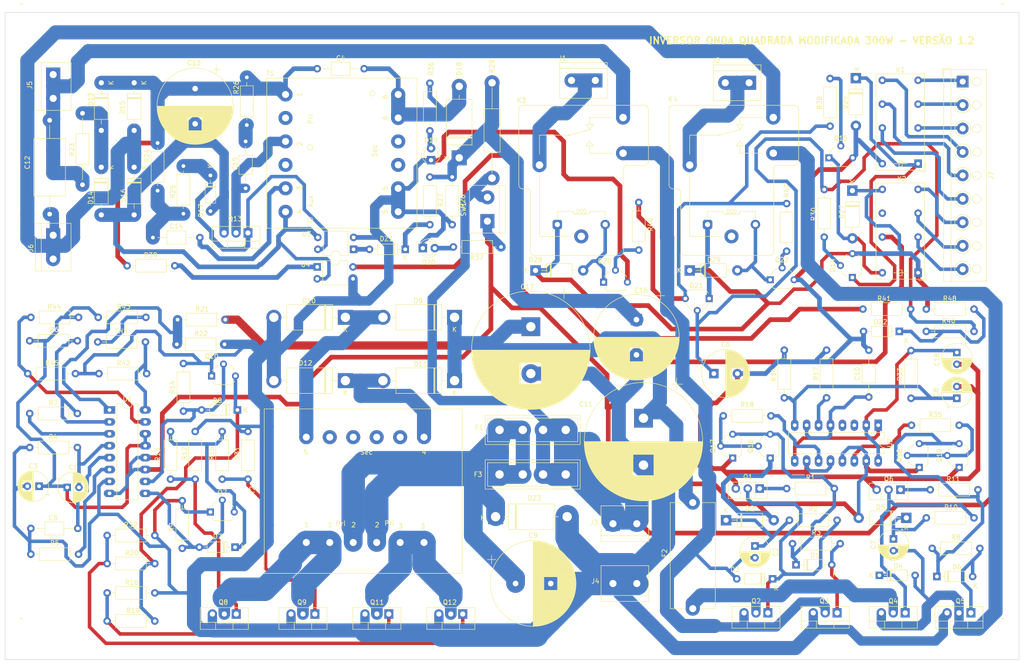
<source format=kicad_pcb>
(kicad_pcb (version 20171130) (host pcbnew "(5.1.9)-1")
  (layers (0 F.Cu signal) (31 B.Cu signal) (34 B.Paste user) (35 F.Paste user) (36 B.SilkS user) (37 F.SilkS user) (38 B.Mask user) (39 F.Mask user) (44 Edge.Cuts user))
  (net 0 "")
  (net 1 "Net-(C1-Pad2)")
  (net 2 VREF)
  (net 3 "Net-(C2-Pad1)")
  (net 4 INV1)
  (net 5 GND)
  (net 6 +B)
  (net 7 "Net-(C4-Pad2)")
  (net 8 "Net-(C5-Pad1)")
  (net 9 VON)
  (net 10 "Net-(C7-Pad1)")
  (net 11 INV2)
  (net 12 SS)
  (net 13 "Net-(C9-Pad1)")
  (net 14 "Net-(C10-Pad1)")
  (net 15 330VDC)
  (net 16 FASE)
  (net 17 FASE-NEUTRO)
  (net 18 -B)
  (net 19 "Net-(C14-Pad1)")
  (net 20 "Net-(C14-Pad2)")
  (net 21 "Net-(C15-Pad2)")
  (net 22 "Net-(C15-Pad1)")
  (net 23 "Net-(C16-Pad1)")
  (net 24 "Net-(C18-Pad1)")
  (net 25 "Net-(D1-Pad2)")
  (net 26 PWM)
  (net 27 +12V)
  (net 28 "Net-(D3-Pad1)")
  (net 29 "Net-(D4-Pad1)")
  (net 30 ~PWM)
  (net 31 "Net-(D6-Pad2)")
  (net 32 "Net-(D7-Pad2)")
  (net 33 "Net-(D7-Pad1)")
  (net 34 "Net-(D8-Pad1)")
  (net 35 "Net-(D8-Pad2)")
  (net 36 "Net-(D10-Pad1)")
  (net 37 "Net-(D11-Pad2)")
  (net 38 "Net-(D13-Pad2)")
  (net 39 "Net-(D17-Pad1)")
  (net 40 "Net-(D19-Pad2)")
  (net 41 "Net-(D20-Pad2)")
  (net 42 "Net-(D24-Pad1)")
  (net 43 "Net-(D27-Pad2)")
  (net 44 VBAT)
  (net 45 "Net-(D28-Pad2)")
  (net 46 "Net-(D29-Pad2)")
  (net 47 "Net-(DZ1-Pad1)")
  (net 48 "Net-(DZ1-Pad2)")
  (net 49 5V)
  (net 50 "Net-(F2-Pad2)")
  (net 51 OUT1)
  (net 52 OUT2)
  (net 53 NA1-RL1)
  (net 54 NF1-RL1)
  (net 55 COM1-RL1)
  (net 56 NA2-RL1)
  (net 57 NF2-RL1)
  (net 58 COM2-RL1)
  (net 59 NA1-RL2)
  (net 60 NF1-RL2)
  (net 61 COM1-RL2)
  (net 62 "Net-(K2-Pad22)")
  (net 63 "Net-(Q1-Pad1)")
  (net 64 "Net-(Q6-Pad1)")
  (net 65 "Net-(Q8-Pad1)")
  (net 66 "Net-(Q8-Pad2)")
  (net 67 "Net-(Q9-Pad1)")
  (net 68 "Net-(Q11-Pad1)")
  (net 69 "Net-(Q11-Pad2)")
  (net 70 "Net-(Q12-Pad1)")
  (net 71 "Net-(Q14-Pad2)")
  (net 72 "Net-(Q15-Pad2)")
  (net 73 "Net-(Q16-Pad2)")
  (net 74 "Net-(Q18-Pad2)")
  (net 75 "Net-(Q20-Pad2)")
  (net 76 V_5_SEG)
  (net 77 "Net-(Q22-Pad2)")
  (net 78 "Net-(R5-Pad2)")
  (net 79 "Net-(R6-Pad2)")
  (net 80 "Net-(R7-Pad1)")
  (net 81 "Net-(R17-Pad2)")
  (net 82 "Net-(R18-Pad2)")
  (net 83 VFB)
  (net 84 "Net-(R35-Pad2)")
  (net 85 "Net-(R39-Pad2)")
  (net 86 "Net-(R41-Pad1)")
  (net 87 2IN+)
  (net 88 "Net-(R43-Pad1)")
  (net 89 2IN-)
  (net 90 "Net-(U2-Pad4)")
  (net 91 "Net-(U2-Pad3)")
  (net 92 "Net-(U2-Pad1)")
  (net 93 "Net-(T1-Pad~)")
  (module "" (layer F.Cu) (at 101.5 112)
    (fp_text reference "" (at 54.5 38.5) (layer F.SilkS) (effects (font (size 1.27 1.27))))
    (fp_text value "" (at 54.5 38.5) (layer F.SilkS) (effects (font (size 1.27 1.27))))
  )
  (module "" (layer F.Cu) (at 101.25 111)
    (fp_text reference "" (at 54.5 38.5) (layer F.SilkS) (effects (font (size 1.27 1.27))))
    (fp_text value "" (at 54.5 38.5) (layer F.SilkS) (effects (font (size 1.27 1.27))))
  )
  (module Resistor_THT:R_Axial_DIN0207_L6.3mm_D2.5mm_P15.24mm_Horizontal (layer F.Cu) (at 54.5 38.5 270)
    (fp_text reference R23 (at 7.75 2.25 90) (layer F.SilkS))
    (fp_text value 10/1W)
    (pad 2 thru_hole oval (at 15.24 0 270) (size 2 2) (drill 1) (layers *.Cu *.Mask) (net 16 FASE))
    (pad 1 thru_hole circle (at 0 0 270) (size 2 2) (drill 1) (layers *.Cu *.Mask) (net 38 "Net-(D13-Pad2)"))
  )
  (module Resistor_THT:R_Axial_DIN0207_L6.3mm_D2.5mm_P10.16mm_Horizontal (layer F.Cu) (at 89.5 41 90)
    (fp_text reference R26 (at 8 -2.25 90) (layer F.SilkS))
    (fp_text value 100/1W)
    (pad 2 thru_hole oval (at 10.16 0 90) (size 1.6 1.6) (drill 0.8) (layers *.Cu *.Mask) (net 6 +B))
    (pad 1 thru_hole circle (at 0 0 90) (size 1.6 1.6) (drill 0.8) (layers *.Cu *.Mask) (net 22 "Net-(C15-Pad1)"))
  )
  (module Package_DIP:DIP-16_W7.62mm_LongPads (layer F.Cu) (at 224 105 270)
    (fp_text reference U2 (at 3.75 -2.5 90) (layer F.SilkS))
    (fp_text value SG3525)
    (pad 16 thru_hole oval (at 7.62 0 270) (size 2.4 1.6) (drill 0.8) (layers *.Cu *.Mask) (net 24 "Net-(C18-Pad1)"))
    (pad 8 thru_hole oval (at 0 17.78 270) (size 2.4 1.6) (drill 0.8) (layers *.Cu *.Mask) (net 12 SS))
    (pad 15 thru_hole oval (at 7.62 2.54 270) (size 2.4 1.6) (drill 0.8) (layers *.Cu *.Mask) (net 27 +12V))
    (pad 7 thru_hole oval (at 0 15.24 270) (size 2.4 1.6) (drill 0.8) (layers *.Cu *.Mask) (net 14 "Net-(C10-Pad1)"))
    (pad 14 thru_hole oval (at 7.62 5.08 270) (size 2.4 1.6) (drill 0.8) (layers *.Cu *.Mask) (net 84 "Net-(R35-Pad2)"))
    (pad 6 thru_hole oval (at 0 12.7 270) (size 2.4 1.6) (drill 0.8) (layers *.Cu *.Mask) (net 81 "Net-(R17-Pad2)"))
    (pad 13 thru_hole oval (at 7.62 7.62 270) (size 2.4 1.6) (drill 0.8) (layers *.Cu *.Mask) (net 27 +12V))
    (pad 5 thru_hole oval (at 0 10.16 270) (size 2.4 1.6) (drill 0.8) (layers *.Cu *.Mask) (net 14 "Net-(C10-Pad1)"))
    (pad 12 thru_hole oval (at 7.62 10.16 270) (size 2.4 1.6) (drill 0.8) (layers *.Cu *.Mask) (net 5 GND))
    (pad 4 thru_hole oval (at 0 7.62 270) (size 2.4 1.6) (drill 0.8) (layers *.Cu *.Mask) (net 90 "Net-(U2-Pad4)"))
    (pad 11 thru_hole oval (at 7.62 12.7 270) (size 2.4 1.6) (drill 0.8) (layers *.Cu *.Mask) (net 82 "Net-(R18-Pad2)"))
    (pad 3 thru_hole oval (at 0 5.08 270) (size 2.4 1.6) (drill 0.8) (layers *.Cu *.Mask) (net 91 "Net-(U2-Pad3)"))
    (pad 10 thru_hole oval (at 7.62 15.24 270) (size 2.4 1.6) (drill 0.8) (layers *.Cu *.Mask) (net 5 GND))
    (pad 2 thru_hole oval (at 0 2.54 270) (size 2.4 1.6) (drill 0.8) (layers *.Cu *.Mask) (net 24 "Net-(C18-Pad1)"))
    (pad 9 thru_hole oval (at 7.62 17.78 270) (size 2.4 1.6) (drill 0.8) (layers *.Cu *.Mask) (net 92 "Net-(U2-Pad1)"))
    (pad 1 thru_hole rect (at 0 0 270) (size 2.4 1.6) (drill 0.8) (layers *.Cu *.Mask) (net 92 "Net-(U2-Pad1)"))
  )
  (module Package_DIP:DIP-16_W7.62mm_LongPads (layer F.Cu) (at 60.25 101.75)
    (fp_text reference U1 (at 3.81 -2.33) (layer F.SilkS))
    (fp_text value TL494)
    (pad 16 thru_hole oval (at 7.62 0) (size 2.4 1.6) (drill 0.8) (layers *.Cu *.Mask) (net 87 2IN+))
    (pad 8 thru_hole oval (at 0 17.78) (size 2.4 1.6) (drill 0.8) (layers *.Cu *.Mask) (net 27 +12V))
    (pad 15 thru_hole oval (at 7.62 2.54) (size 2.4 1.6) (drill 0.8) (layers *.Cu *.Mask) (net 89 2IN-))
    (pad 7 thru_hole oval (at 0 15.24) (size 2.4 1.6) (drill 0.8) (layers *.Cu *.Mask) (net 5 GND))
    (pad 14 thru_hole oval (at 7.62 5.08) (size 2.4 1.6) (drill 0.8) (layers *.Cu *.Mask) (net 2 VREF))
    (pad 6 thru_hole oval (at 0 12.7) (size 2.4 1.6) (drill 0.8) (layers *.Cu *.Mask) (net 78 "Net-(R5-Pad2)"))
    (pad 13 thru_hole oval (at 7.62 7.62) (size 2.4 1.6) (drill 0.8) (layers *.Cu *.Mask) (net 2 VREF))
    (pad 5 thru_hole oval (at 0 10.16) (size 2.4 1.6) (drill 0.8) (layers *.Cu *.Mask) (net 8 "Net-(C5-Pad1)"))
    (pad 12 thru_hole oval (at 7.62 10.16) (size 2.4 1.6) (drill 0.8) (layers *.Cu *.Mask) (net 27 +12V))
    (pad 4 thru_hole oval (at 0 7.62) (size 2.4 1.6) (drill 0.8) (layers *.Cu *.Mask) (net 1 "Net-(C1-Pad2)"))
    (pad 11 thru_hole oval (at 7.62 12.7) (size 2.4 1.6) (drill 0.8) (layers *.Cu *.Mask) (net 27 +12V))
    (pad 3 thru_hole oval (at 0 5.08) (size 2.4 1.6) (drill 0.8) (layers *.Cu *.Mask) (net 80 "Net-(R7-Pad1)"))
    (pad 10 thru_hole oval (at 7.62 15.24) (size 2.4 1.6) (drill 0.8) (layers *.Cu *.Mask) (net 35 "Net-(D8-Pad2)"))
    (pad 2 thru_hole oval (at 0 2.54) (size 2.4 1.6) (drill 0.8) (layers *.Cu *.Mask) (net 79 "Net-(R6-Pad2)"))
    (pad 9 thru_hole oval (at 7.62 17.78) (size 2.4 1.6) (drill 0.8) (layers *.Cu *.Mask) (net 32 "Net-(D7-Pad2)"))
    (pad 1 thru_hole rect (at 0 0) (size 2.4 1.6) (drill 0.8) (layers *.Cu *.Mask) (net 83 VFB))
  )
  (module MountingHole:MountingHole_4.3mm_M4 (layer F.Cu) (at 41.5 151.5)
    (fp_text reference ~ (at 0 -5.3) (layer F.SilkS))
    (fp_text value ~)
    (pad 1 np_thru_hole circle (at 0 0) (size 4.3 4.3) (drill 4.3) (layers *.Cu *.Mask))
  )
  (module MountingHole:MountingHole_4.3mm_M4 (layer F.Cu) (at 41.5 20.5)
    (fp_text reference ~ (at 0 -5.3) (layer F.SilkS))
    (fp_text value ~)
    (pad 1 np_thru_hole circle (at 0 0) (size 4.3 4.3) (drill 4.3) (layers *.Cu *.Mask))
  )
  (module MountingHole:MountingHole_4.3mm_M4 (layer F.Cu) (at 250.5 151.5)
    (fp_text reference ~ (at 0 -5.3) (layer F.SilkS))
    (fp_text value ~)
    (pad 1 np_thru_hole circle (at 0 0) (size 4.3 4.3) (drill 4.3) (layers *.Cu *.Mask))
  )
  (module MountingHole:MountingHole_4.3mm_M4 (layer F.Cu) (at 250.5 20.5)
    (fp_text reference ~ (at 0 -5.3) (layer F.SilkS))
    (fp_text value ~)
    (pad 1 np_thru_hole circle (at 0 0) (size 4.3 4.3) (drill 4.3) (layers *.Cu *.Mask))
  )
  (module Capacitor_THT:C_Axial_L12.0mm_D6.5mm_P20.00mm_Horizontal (layer F.Cu) (at 47.5 40 270)
    (fp_text reference C12 (at 9 4.75 90) (layer F.SilkS))
    (fp_text value 100n/400V)
    (pad 2 thru_hole oval (at 20 0 270) (size 2 2) (drill 1) (layers *.Cu *.Mask) (net 17 FASE-NEUTRO))
    (pad 1 thru_hole circle (at 0 0 270) (size 2 2) (drill 1) (layers *.Cu *.Mask) (net 16 FASE))
  )
  (module Capacitor_THT:CP_Radial_D25.0mm_P10.00mm_SnapIn (layer F.Cu) (at 174 103.5 270)
    (fp_text reference C11 (at -3 12.25 180) (layer F.SilkS))
    (fp_text value 180u/400V)
    (pad 2 thru_hole circle (at 10 0 270) (size 4 4) (drill 2) (layers *.Cu *.Mask) (net 5 GND))
    (pad 1 thru_hole rect (at 0 0 270) (size 4 4) (drill 2) (layers *.Cu *.Mask) (net 15 330VDC))
  )
  (module Capacitor_THT:CP_Radial_D25.0mm_P10.00mm_SnapIn (layer F.Cu) (at 150 84 270)
    (fp_text reference C17 (at -8.5 0.75 180) (layer F.SilkS))
    (fp_text value 180u/400V)
    (pad 2 thru_hole circle (at 10 0 270) (size 4 4) (drill 2) (layers *.Cu *.Mask) (net 5 GND))
    (pad 1 thru_hole rect (at 0 0 270) (size 4 4) (drill 2) (layers *.Cu *.Mask) (net 15 330VDC))
  )
  (module Trafo_NEE_30_15_7:Trafo_NEE_30_15_7_22.5mm (layer F.Cu) (at 127.25 131.5 90)
    (fp_text reference T2 (at 12.7 -36.576 90) (layer F.SilkS))
    (fp_text value Trafo_NEE_30_15_7_22.5mm)
    (fp_text user Pri (at 5.5 -17.75) (layer F.SilkS))
    (fp_text user 1 (at 5.25 -20) (layer F.SilkS))
    (fp_text user 1 (at 5.25 -25) (layer F.SilkS))
    (fp_text user 2 (at 5.25 -15) (layer F.SilkS))
    (fp_text user 2 (at 5.25 -10) (layer F.SilkS))
    (fp_text user 3 (at 5 -0.25) (layer F.SilkS))
    (fp_text user 3 (at 5 -5) (layer F.SilkS))
    (fp_text user Pri (at 5.596 -7.366) (layer F.SilkS))
    (fp_text user Sec (at 20.75 -12.25) (layer F.SilkS))
    (pad 3 thru_hole circle (at 1.5 0 90) (size 3 3) (drill 1.5) (layers *.Cu *.Mask) (net 69 "Net-(Q11-Pad2)"))
    (pad 4 thru_hole circle (at 23.953 0 90) (size 3 3) (drill 1.5) (layers *.Cu *.Mask) (net 37 "Net-(D11-Pad2)"))
    (pad ~ thru_hole circle (at 23.953 -5.08 90) (size 3 3) (drill 1.5) (layers *.Cu *.Mask))
    (pad ~ thru_hole circle (at 23.953 -10.08 90) (size 3 3) (drill 1.5) (layers *.Cu *.Mask))
    (pad ~ thru_hole circle (at 23.953 -15.08 90) (size 3 3) (drill 1.5) (layers *.Cu *.Mask))
    (pad ~ thru_hole circle (at 23.953 -20.08 90) (size 3 3) (drill 1.5) (layers *.Cu *.Mask))
    (pad 5 thru_hole circle (at 23.953 -25.08 90) (size 3 3) (drill 1.5) (layers *.Cu *.Mask) (net 36 "Net-(D10-Pad1)"))
    (pad 1 thru_hole circle (at 1.5 -25.08 90) (size 3 3) (drill 1.5) (layers *.Cu *.Mask) (net 66 "Net-(Q8-Pad2)"))
    (pad 1 thru_hole circle (at 1.5 -20.08 90) (size 3 3) (drill 1.5) (layers *.Cu *.Mask) (net 66 "Net-(Q8-Pad2)"))
    (pad 2 thru_hole circle (at 1.5 -15.08 90) (size 3 3) (drill 1.5) (layers *.Cu *.Mask) (net 13 "Net-(C9-Pad1)"))
    (pad 2 thru_hole circle (at 1.5 -10.08 90) (size 3 3) (drill 1.5) (layers *.Cu *.Mask) (net 13 "Net-(C9-Pad1)"))
    (pad 3 thru_hole circle (at 1.5 -5.08 90) (size 3 3) (drill 1.5) (layers *.Cu *.Mask) (net 69 "Net-(Q11-Pad2)"))
  )
  (module Resistor_THT:R_Axial_DIN0207_L6.3mm_D2.5mm_P10.16mm_Horizontal (layer F.Cu) (at 43.5 132.5)
    (fp_text reference R5 (at 5.08 -2.37) (layer F.SilkS))
    (fp_text value 15k)
    (pad 2 thru_hole oval (at 10.16 0) (size 1.6 1.6) (drill 0.8) (layers *.Cu *.Mask) (net 78 "Net-(R5-Pad2)"))
    (pad 1 thru_hole circle (at 0 0) (size 1.6 1.6) (drill 0.8) (layers *.Cu *.Mask) (net 5 GND))
  )
  (module Trafo_NEE_30_15_7:Trafo_NEE_30_7_7 (layer F.Cu) (at 97.75 58.5)
    (fp_text reference T1 (at -3.25 -28.5) (layer F.SilkS))
    (fp_text value Transform_EE)
    (fp_text user Sec (at 19 -12 90) (layer F.SilkS))
    (fp_text user Aux (at 5.346 -1.25 90) (layer F.SilkS))
    (fp_text user 3 (at 3 -4 90) (layer F.SilkS))
    (fp_text user 4 (at 3 1 90) (layer F.SilkS))
    (fp_text user Pri (at 5.346 -18.776 90) (layer F.SilkS))
    (fp_text user 2 (at 3 -13.5 90) (layer F.SilkS))
    (fp_text user 1 (at 3 -24 90) (layer F.SilkS))
    (fp_text user 5 (at 21.25 0.984 90) (layer F.SilkS))
    (fp_text user 5 (at 21.25 -4 90) (layer F.SilkS))
    (fp_text user 6 (at 21.25 -19 90) (layer F.SilkS))
    (fp_text user 6 (at 21.25 -23.5 90) (layer F.SilkS))
    (pad 3 thru_hole circle (at 0 -4) (size 3 3) (drill 1.5) (layers *.Cu *.Mask) (net 20 "Net-(C14-Pad2)"))
    (pad 4 thru_hole circle (at 0 1) (size 3 3) (drill 1.5) (layers *.Cu *.Mask) (net 18 -B))
    (pad 2 thru_hole circle (at 0 -14) (size 3 3) (drill 1.5) (layers *.Cu *.Mask) (net 21 "Net-(C15-Pad2)"))
    (pad ~ thru_hole circle (at 0 -9) (size 3 3) (drill 1.5) (layers *.Cu *.Mask))
    (pad 1 thru_hole circle (at 0 -24) (size 3 3) (drill 1.5) (layers *.Cu *.Mask) (net 6 +B))
    (pad ~ thru_hole circle (at 0 -19) (size 3 3) (drill 1.5) (layers *.Cu *.Mask) (net 93 "Net-(T1-Pad~)"))
    (pad 6 thru_hole circle (at 24 -24) (size 3 3) (drill 1.5) (layers *.Cu *.Mask) (net 7 "Net-(C4-Pad2)"))
    (pad 6 thru_hole circle (at 24 -19) (size 3 3) (drill 1.5) (layers *.Cu *.Mask) (net 7 "Net-(C4-Pad2)"))
    (pad ~ thru_hole circle (at 24 -14) (size 3 3) (drill 1.5) (layers *.Cu *.Mask))
    (pad 5 thru_hole circle (at 24 -4) (size 3 3) (drill 1.5) (layers *.Cu *.Mask) (net 5 GND))
    (pad 5 thru_hole circle (at 24 1) (size 3 3) (drill 1.5) (layers *.Cu *.Mask) (net 5 GND))
    (pad ~ thru_hole circle (at 24 -9) (size 3 3) (drill 1.5) (layers *.Cu *.Mask))
  )
  (module TerminalBlock:TerminalBlock_bornier-2_P5.08mm (layer F.Cu) (at 48.25 64.5 270)
    (fp_text reference J6 (at 2.75 4.75 90) (layer F.SilkS))
    (fp_text value FASE-NEUTRO)
    (pad 1 thru_hole circle (at 5.08 0 270) (size 3 3) (drill 1.52) (layers *.Cu *.Mask) (net 17 FASE-NEUTRO))
    (pad 1 thru_hole rect (at 0 0 270) (size 3 3) (drill 1.52) (layers *.Cu *.Mask) (net 17 FASE-NEUTRO))
  )
  (module Resistor_THT:R_Axial_DIN0207_L6.3mm_D2.5mm_P10.16mm_Horizontal (layer F.Cu) (at 57.75 87.25)
    (fp_text reference TH3 (at 5 -2.25) (layer F.SilkS))
    (fp_text value 10k)
    (pad 2 thru_hole oval (at 10.16 0) (size 1.6 1.6) (drill 0.8) (layers *.Cu *.Mask) (net 87 2IN+))
    (pad 1 thru_hole circle (at 0 0) (size 1.6 1.6) (drill 0.8) (layers *.Cu *.Mask) (net 88 "Net-(R43-Pad1)"))
  )
  (module Capacitor_THT:CP_Radial_D10.0mm_P5.00mm (layer F.Cu) (at 189 94)
    (fp_text reference C6 (at 2.5 -6.25 180) (layer F.SilkS))
    (fp_text value 1500u/10V)
    (pad 2 thru_hole circle (at 5 0) (size 2 2) (drill 1) (layers *.Cu *.Mask) (net 5 GND))
    (pad 1 thru_hole rect (at 0 0) (size 2 2) (drill 1) (layers *.Cu *.Mask) (net 9 VON))
  )
  (module Package_TO_SOT_THT:TO-92_Wide (layer F.Cu) (at 201 74)
    (fp_text reference Q22 (at 2.5 -4.25) (layer F.SilkS))
    (fp_text value BC546)
    (pad 1 thru_hole rect (at 0 0) (size 1.5 1.5) (drill 0.8) (layers *.Cu *.Mask) (net 46 "Net-(D29-Pad2)"))
    (pad 3 thru_hole circle (at 5.08 0) (size 1.5 1.5) (drill 0.8) (layers *.Cu *.Mask) (net 5 GND))
    (pad 2 thru_hole circle (at 2.54 -2.54) (size 1.5 1.5) (drill 0.8) (layers *.Cu *.Mask) (net 77 "Net-(Q22-Pad2)"))
  )
  (module Package_TO_SOT_THT:TO-92_Wide (layer F.Cu) (at 188 78 180)
    (fp_text reference Q21 (at 2.75 2.75) (layer F.SilkS))
    (fp_text value BC546)
    (pad 1 thru_hole rect (at 0 0 180) (size 1.5 1.5) (drill 0.8) (layers *.Cu *.Mask) (net 44 VBAT))
    (pad 3 thru_hole circle (at 5.08 0 180) (size 1.5 1.5) (drill 0.8) (layers *.Cu *.Mask) (net 76 V_5_SEG))
    (pad 2 thru_hole circle (at 2.54 -2.54 180) (size 1.5 1.5) (drill 0.8) (layers *.Cu *.Mask) (net 9 VON))
  )
  (module Package_TO_SOT_THT:TO-92_Wide (layer F.Cu) (at 165.5 74.5)
    (fp_text reference Q20 (at 0.25 -4.5) (layer F.SilkS))
    (fp_text value BC546)
    (pad 1 thru_hole rect (at 0 0) (size 1.5 1.5) (drill 0.8) (layers *.Cu *.Mask) (net 45 "Net-(D28-Pad2)"))
    (pad 3 thru_hole circle (at 5.08 0) (size 1.5 1.5) (drill 0.8) (layers *.Cu *.Mask) (net 5 GND))
    (pad 2 thru_hole circle (at 2.54 -2.54) (size 1.5 1.5) (drill 0.8) (layers *.Cu *.Mask) (net 75 "Net-(Q20-Pad2)"))
  )
  (module Package_TO_SOT_THT:TO-92_Wide (layer F.Cu) (at 241.25 114 90)
    (fp_text reference Q19 (at 2.55 -4.19 90) (layer F.SilkS))
    (fp_text value BC556)
    (pad 1 thru_hole rect (at 0 0 90) (size 1.5 1.5) (drill 0.8) (layers *.Cu *.Mask) (net 5 GND))
    (pad 3 thru_hole circle (at 5.08 0 90) (size 1.5 1.5) (drill 0.8) (layers *.Cu *.Mask) (net 30 ~PWM))
    (pad 2 thru_hole circle (at 2.54 -2.54 90) (size 1.5 1.5) (drill 0.8) (layers *.Cu *.Mask) (net 74 "Net-(Q18-Pad2)"))
  )
  (module Package_TO_SOT_THT:TO-92_Wide (layer F.Cu) (at 232.75 114 90)
    (fp_text reference Q18 (at 2.55 -4.19 90) (layer F.SilkS))
    (fp_text value BC546)
    (pad 1 thru_hole rect (at 0 0 90) (size 1.5 1.5) (drill 0.8) (layers *.Cu *.Mask) (net 27 +12V))
    (pad 3 thru_hole circle (at 5.08 0 90) (size 1.5 1.5) (drill 0.8) (layers *.Cu *.Mask) (net 30 ~PWM))
    (pad 2 thru_hole circle (at 2.54 -2.54 90) (size 1.5 1.5) (drill 0.8) (layers *.Cu *.Mask) (net 74 "Net-(Q18-Pad2)"))
  )
  (module Package_TO_SOT_THT:TO-92_Wide (layer F.Cu) (at 193 112 90)
    (fp_text reference Q17 (at 2.55 -4.19 90) (layer F.SilkS))
    (fp_text value BC556)
    (pad 1 thru_hole rect (at 0 0 90) (size 1.5 1.5) (drill 0.8) (layers *.Cu *.Mask) (net 5 GND))
    (pad 3 thru_hole circle (at 5.08 0 90) (size 1.5 1.5) (drill 0.8) (layers *.Cu *.Mask) (net 26 PWM))
    (pad 2 thru_hole circle (at 2.54 -2.54 90) (size 1.5 1.5) (drill 0.8) (layers *.Cu *.Mask) (net 73 "Net-(Q16-Pad2)"))
  )
  (module Package_TO_SOT_THT:TO-92_Wide (layer F.Cu) (at 201 112 90)
    (fp_text reference Q16 (at 2.55 -4.19 90) (layer F.SilkS))
    (fp_text value BC546)
    (pad 1 thru_hole rect (at 0 0 90) (size 1.5 1.5) (drill 0.8) (layers *.Cu *.Mask) (net 27 +12V))
    (pad 3 thru_hole circle (at 5.08 0 90) (size 1.5 1.5) (drill 0.8) (layers *.Cu *.Mask) (net 26 PWM))
    (pad 2 thru_hole circle (at 2.54 -2.54 90) (size 1.5 1.5) (drill 0.8) (layers *.Cu *.Mask) (net 73 "Net-(Q16-Pad2)"))
  )
  (module Package_TO_SOT_THT:TO-92_Wide (layer F.Cu) (at 213.5 48)
    (fp_text reference Q15 (at 2.55 -4.19) (layer F.SilkS))
    (fp_text value BC546)
    (pad 1 thru_hole rect (at 0 0) (size 1.5 1.5) (drill 0.8) (layers *.Cu *.Mask) (net 43 "Net-(D27-Pad2)"))
    (pad 3 thru_hole circle (at 5.08 0) (size 1.5 1.5) (drill 0.8) (layers *.Cu *.Mask) (net 5 GND))
    (pad 2 thru_hole circle (at 2.54 -2.54) (size 1.5 1.5) (drill 0.8) (layers *.Cu *.Mask) (net 72 "Net-(Q15-Pad2)"))
  )
  (module Package_TO_SOT_THT:TO-92_Wide (layer F.Cu) (at 218.5 73.5 90)
    (fp_text reference Q14 (at 2.55 -4.19 90) (layer F.SilkS))
    (fp_text value BC556)
    (pad 1 thru_hole rect (at 0 0 90) (size 1.5 1.5) (drill 0.8) (layers *.Cu *.Mask) (net 42 "Net-(D24-Pad1)"))
    (pad 3 thru_hole circle (at 5.08 0 90) (size 1.5 1.5) (drill 0.8) (layers *.Cu *.Mask) (net 44 VBAT))
    (pad 2 thru_hole circle (at 2.54 -2.54 90) (size 1.5 1.5) (drill 0.8) (layers *.Cu *.Mask) (net 71 "Net-(Q14-Pad2)"))
  )
  (module Capacitor_THT:CP_Radial_D6.3mm_P2.50mm (layer F.Cu) (at 51.25 118.25)
    (fp_text reference C1 (at 1.25 -4.25) (layer F.SilkS))
    (fp_text value 10u)
    (pad 2 thru_hole circle (at 2.5 0) (size 1.6 1.6) (drill 0.8) (layers *.Cu *.Mask) (net 1 "Net-(C1-Pad2)"))
    (pad 1 thru_hole rect (at 0 0) (size 1.6 1.6) (drill 0.8) (layers *.Cu *.Mask) (net 2 VREF))
  )
  (module Capacitor_THT:CP_Radial_D6.3mm_P2.50mm (layer F.Cu) (at 197.75 130.75 270)
    (fp_text reference C2 (at 1.25 -4.4 90) (layer F.SilkS))
    (fp_text value 10u)
    (pad 1 thru_hole rect (at 0 0 270) (size 1.6 1.6) (drill 0.8) (layers *.Cu *.Mask) (net 3 "Net-(C2-Pad1)"))
    (pad 2 thru_hole circle (at 2.5 0 270) (size 1.6 1.6) (drill 0.8) (layers *.Cu *.Mask) (net 4 INV1))
  )
  (module Capacitor_THT:CP_Radial_D6.3mm_P2.50mm (layer F.Cu) (at 45.25 118 180)
    (fp_text reference C3 (at 1.25 4.25) (layer F.SilkS))
    (fp_text value 10u)
    (pad 2 thru_hole circle (at 2.5 0 180) (size 1.6 1.6) (drill 0.8) (layers *.Cu *.Mask) (net 5 GND))
    (pad 1 thru_hole rect (at 0 0 180) (size 1.6 1.6) (drill 0.8) (layers *.Cu *.Mask) (net 2 VREF))
  )
  (module Capacitor_THT:C_Axial_L3.8mm_D2.6mm_P10.00mm_Horizontal (layer F.Cu) (at 104.5 29)
    (fp_text reference C4 (at 5 -2.25) (layer F.SilkS))
    (fp_text value 270p/1kV)
    (pad 1 thru_hole circle (at 0 0) (size 1.6 1.6) (drill 0.8) (layers *.Cu *.Mask) (net 6 +B))
    (pad 2 thru_hole oval (at 10 0) (size 1.6 1.6) (drill 0.8) (layers *.Cu *.Mask) (net 7 "Net-(C4-Pad2)"))
  )
  (module Capacitor_THT:C_Axial_L3.8mm_D2.6mm_P10.00mm_Horizontal (layer F.Cu) (at 53.5 127 180)
    (fp_text reference C5 (at 5.25 2.25) (layer F.SilkS))
    (fp_text value 1n)
    (pad 2 thru_hole oval (at 10 0 180) (size 1.6 1.6) (drill 0.8) (layers *.Cu *.Mask) (net 5 GND))
    (pad 1 thru_hole circle (at 0 0 180) (size 1.6 1.6) (drill 0.8) (layers *.Cu *.Mask) (net 8 "Net-(C5-Pad1)"))
  )
  (module Capacitor_THT:CP_Radial_D6.3mm_P2.50mm (layer F.Cu) (at 227.25 129.25 270)
    (fp_text reference C7 (at 1.25 4.25 90) (layer F.SilkS))
    (fp_text value 10u)
    (pad 1 thru_hole rect (at 0 0 270) (size 1.6 1.6) (drill 0.8) (layers *.Cu *.Mask) (net 10 "Net-(C7-Pad1)"))
    (pad 2 thru_hole circle (at 2.5 0 270) (size 1.6 1.6) (drill 0.8) (layers *.Cu *.Mask) (net 11 INV2))
  )
  (module Capacitor_THT:CP_Radial_D6.3mm_P2.50mm (layer F.Cu) (at 240.75 99.25 90)
    (fp_text reference C8 (at 1.25 -4.4 90) (layer F.SilkS))
    (fp_text value 47u)
    (pad 2 thru_hole circle (at 2.5 0 90) (size 1.6 1.6) (drill 0.8) (layers *.Cu *.Mask) (net 5 GND))
    (pad 1 thru_hole rect (at 0 0 90) (size 1.6 1.6) (drill 0.8) (layers *.Cu *.Mask) (net 12 SS))
  )
  (module Capacitor_THT:CP_Radial_D18.0mm_P7.50mm (layer F.Cu) (at 146.75 138.75)
    (fp_text reference C9 (at 3.75 -10.25) (layer F.SilkS))
    (fp_text value 2200u/25V)
    (pad 1 thru_hole rect (at 0 0) (size 2.4 2.4) (drill 1.2) (layers *.Cu *.Mask) (net 13 "Net-(C9-Pad1)"))
    (pad 2 thru_hole circle (at 7.5 0) (size 2.4 2.4) (drill 1.2) (layers *.Cu *.Mask) (net 5 GND))
  )
  (module Capacitor_THT:C_Axial_L3.8mm_D2.6mm_P10.00mm_Horizontal (layer F.Cu) (at 222 99 90)
    (fp_text reference C10 (at 5 -2.42 90) (layer F.SilkS))
    (fp_text value 150n)
    (pad 1 thru_hole circle (at 0 0 90) (size 1.6 1.6) (drill 0.8) (layers *.Cu *.Mask) (net 14 "Net-(C10-Pad1)"))
    (pad 2 thru_hole oval (at 10 0 90) (size 1.6 1.6) (drill 0.8) (layers *.Cu *.Mask) (net 5 GND))
  )
  (module Capacitor_THT:CP_Radial_D16.0mm_P7.50mm (layer F.Cu) (at 78.5 33.25 270)
    (fp_text reference C13 (at -5.5 0.25 180) (layer F.SilkS))
    (fp_text value 47u/400V)
    (pad 1 thru_hole rect (at 0 0 270) (size 2.4 2.4) (drill 1.2) (layers *.Cu *.Mask) (net 6 +B))
    (pad 2 thru_hole circle (at 7.5 0 270) (size 2.4 2.4) (drill 1.2) (layers *.Cu *.Mask) (net 18 -B))
  )
  (module Capacitor_THT:C_Axial_L3.8mm_D2.6mm_P10.00mm_Horizontal (layer F.Cu) (at 69.5 65)
    (fp_text reference C14 (at 5 -2.42) (layer F.SilkS))
    (fp_text value 3.3n/200V)
    (pad 1 thru_hole circle (at 0 0) (size 1.6 1.6) (drill 0.8) (layers *.Cu *.Mask) (net 19 "Net-(C14-Pad1)"))
    (pad 2 thru_hole oval (at 10 0) (size 1.6 1.6) (drill 0.8) (layers *.Cu *.Mask) (net 20 "Net-(C14-Pad2)"))
  )
  (module Capacitor_THT:C_Axial_L3.8mm_D2.6mm_P10.00mm_Horizontal (layer F.Cu) (at 89.25 44.5 270)
    (fp_text reference C15 (at 4.75 2.25 90) (layer F.SilkS))
    (fp_text value 270p/1kV)
    (pad 2 thru_hole oval (at 10 0 270) (size 1.6 1.6) (drill 0.8) (layers *.Cu *.Mask) (net 21 "Net-(C15-Pad2)"))
    (pad 1 thru_hole circle (at 0 0 270) (size 1.6 1.6) (drill 0.8) (layers *.Cu *.Mask) (net 22 "Net-(C15-Pad1)"))
  )
  (module Capacitor_THT:CP_Radial_D18.0mm_P7.50mm (layer F.Cu) (at 172.5 82.5 270)
    (fp_text reference C16 (at -6.25 -1 180) (layer F.SilkS))
    (fp_text value 2200u/35V)
    (pad 2 thru_hole circle (at 7.5 0 270) (size 2.4 2.4) (drill 1.2) (layers *.Cu *.Mask) (net 5 GND))
    (pad 1 thru_hole rect (at 0 0 270) (size 2.4 2.4) (drill 1.2) (layers *.Cu *.Mask) (net 23 "Net-(C16-Pad1)"))
  )
  (module Capacitor_THT:CP_Radial_D6.3mm_P2.50mm (layer F.Cu) (at 240.75 89.5 270)
    (fp_text reference C18 (at 1.5 4.25 90) (layer F.SilkS))
    (fp_text value 10u)
    (pad 1 thru_hole rect (at 0 0 270) (size 1.6 1.6) (drill 0.8) (layers *.Cu *.Mask) (net 24 "Net-(C18-Pad1)"))
    (pad 2 thru_hole circle (at 2.5 0 270) (size 1.6 1.6) (drill 0.8) (layers *.Cu *.Mask) (net 5 GND))
  )
  (module Diode_THT:D_DO-35_SOD27_P7.62mm_Horizontal (layer F.Cu) (at 206.5 134.75)
    (fp_text reference D1 (at 4 -2) (layer F.SilkS))
    (fp_text value 1N4148)
    (fp_text user K (at 8.25 2) (layer F.SilkS))
    (pad 2 thru_hole oval (at 7.62 0) (size 1.6 1.6) (drill 0.8) (layers *.Cu *.Mask) (net 25 "Net-(D1-Pad2)"))
    (pad 1 thru_hole rect (at 0 0) (size 1.6 1.6) (drill 0.8) (layers *.Cu *.Mask) (net 26 PWM))
  )
  (module Diode_THT:D_DO-41_SOD81_P10.16mm_Horizontal (layer F.Cu) (at 191.59 125.25)
    (fp_text reference D2 (at 5.08 -2.47) (layer F.SilkS))
    (fp_text value 1N4007)
    (fp_text user K (at 0 -2.1) (layer F.SilkS))
    (pad 1 thru_hole rect (at 0 0) (size 2.2 2.2) (drill 1.1) (layers *.Cu *.Mask) (net 3 "Net-(C2-Pad1)"))
    (pad 2 thru_hole oval (at 10.16 0) (size 2.2 2.2) (drill 1.1) (layers *.Cu *.Mask) (net 27 +12V))
  )
  (module Diode_THT:D_DO-35_SOD27_P7.62mm_Horizontal (layer F.Cu) (at 201.5 137.75 180)
    (fp_text reference D3 (at 8 2) (layer F.SilkS))
    (fp_text value 1N4148)
    (fp_text user K (at -0.75 -2) (layer F.SilkS))
    (pad 2 thru_hole oval (at 7.62 0 180) (size 1.6 1.6) (drill 0.8) (layers *.Cu *.Mask) (net 4 INV1))
    (pad 1 thru_hole rect (at 0 0 180) (size 1.6 1.6) (drill 0.8) (layers *.Cu *.Mask) (net 28 "Net-(D3-Pad1)"))
  )
  (module Diode_THT:D_DO-35_SOD27_P7.62mm_Horizontal (layer F.Cu) (at 224.25 137)
    (fp_text reference D4 (at 4 -2) (layer F.SilkS))
    (fp_text value 1N4148)
    (fp_text user K (at -1.75 0) (layer F.SilkS))
    (pad 1 thru_hole rect (at 0 0) (size 1.6 1.6) (drill 0.8) (layers *.Cu *.Mask) (net 29 "Net-(D4-Pad1)"))
    (pad 2 thru_hole oval (at 7.62 0) (size 1.6 1.6) (drill 0.8) (layers *.Cu *.Mask) (net 11 INV2))
  )
  (module Diode_THT:D_DO-41_SOD81_P10.16mm_Horizontal (layer F.Cu) (at 230 124.75 180)
    (fp_text reference D5 (at 5.5 2.25) (layer F.SilkS))
    (fp_text value 1N4007)
    (fp_text user K (at 0 -2.1) (layer F.SilkS))
    (pad 2 thru_hole oval (at 10.16 0 180) (size 2.2 2.2) (drill 1.1) (layers *.Cu *.Mask) (net 27 +12V))
    (pad 1 thru_hole rect (at 0 0 180) (size 2.2 2.2) (drill 1.1) (layers *.Cu *.Mask) (net 10 "Net-(C7-Pad1)"))
  )
  (module Diode_THT:D_DO-35_SOD27_P7.62mm_Horizontal (layer F.Cu) (at 236.5 137.25)
    (fp_text reference D6 (at 4.25 -2) (layer F.SilkS))
    (fp_text value 1N4148)
    (fp_text user K (at 8.25 2) (layer F.SilkS))
    (pad 1 thru_hole rect (at 0 0) (size 1.6 1.6) (drill 0.8) (layers *.Cu *.Mask) (net 30 ~PWM))
    (pad 2 thru_hole oval (at 7.62 0) (size 1.6 1.6) (drill 0.8) (layers *.Cu *.Mask) (net 31 "Net-(D6-Pad2)"))
  )
  (module Diode_THT:D_DO-35_SOD27_P7.62mm_Horizontal (layer F.Cu) (at 87 131 180)
    (fp_text reference D7 (at 3.75 2.25) (layer F.SilkS))
    (fp_text value 1N4148)
    (fp_text user K (at -1.75 0) (layer F.SilkS))
    (pad 2 thru_hole oval (at 7.62 0 180) (size 1.6 1.6) (drill 0.8) (layers *.Cu *.Mask) (net 32 "Net-(D7-Pad2)"))
    (pad 1 thru_hole rect (at 0 0 180) (size 1.6 1.6) (drill 0.8) (layers *.Cu *.Mask) (net 33 "Net-(D7-Pad1)"))
  )
  (module Diode_THT:D_DO-35_SOD27_P7.62mm_Horizontal (layer F.Cu) (at 87.5 101.75 180)
    (fp_text reference D8 (at 4.25 2) (layer F.SilkS))
    (fp_text value 1N4148)
    (fp_text user K (at -1.75 0) (layer F.SilkS))
    (pad 1 thru_hole rect (at 0 0 180) (size 1.6 1.6) (drill 0.8) (layers *.Cu *.Mask) (net 34 "Net-(D8-Pad1)"))
    (pad 2 thru_hole oval (at 7.62 0 180) (size 1.6 1.6) (drill 0.8) (layers *.Cu *.Mask) (net 35 "Net-(D8-Pad2)"))
  )
  (module Diode_THT:D_DO-201AD_P15.24mm_Horizontal (layer F.Cu) (at 133.75 82 180)
    (fp_text reference D9 (at 7.75 3.5) (layer F.SilkS))
    (fp_text value UF5408)
    (fp_text user K (at 0 -2.6) (layer F.SilkS))
    (pad 1 thru_hole rect (at 0 0 180) (size 3.2 3.2) (drill 2) (layers *.Cu *.Mask) (net 15 330VDC))
    (pad 2 thru_hole oval (at 15.24 0 180) (size 3.2 3.2) (drill 2) (layers *.Cu *.Mask) (net 36 "Net-(D10-Pad1)"))
  )
  (module Diode_THT:D_DO-201AD_P15.24mm_Horizontal (layer F.Cu) (at 110.5 82 180)
    (fp_text reference D10 (at 7.75 3.5) (layer F.SilkS))
    (fp_text value UF5408)
    (fp_text user K (at 0 -2.6) (layer F.SilkS))
    (pad 2 thru_hole oval (at 15.24 0 180) (size 3.2 3.2) (drill 2) (layers *.Cu *.Mask) (net 5 GND))
    (pad 1 thru_hole rect (at 0 0 180) (size 3.2 3.2) (drill 2) (layers *.Cu *.Mask) (net 36 "Net-(D10-Pad1)"))
  )
  (module Diode_THT:D_DO-201AD_P15.24mm_Horizontal (layer F.Cu) (at 133.75 95.5 180)
    (fp_text reference D11 (at 7.25 3.5) (layer F.SilkS))
    (fp_text value UF5408)
    (fp_text user K (at 0 -2.6) (layer F.SilkS))
    (pad 1 thru_hole rect (at 0 0 180) (size 3.2 3.2) (drill 2) (layers *.Cu *.Mask) (net 15 330VDC))
    (pad 2 thru_hole oval (at 15.24 0 180) (size 3.2 3.2) (drill 2) (layers *.Cu *.Mask) (net 37 "Net-(D11-Pad2)"))
  )
  (module Diode_THT:D_DO-201AD_P15.24mm_Horizontal (layer F.Cu) (at 110.5 95.5 180)
    (fp_text reference D12 (at 8.5 3.75) (layer F.SilkS))
    (fp_text value UF5408)
    (fp_text user K (at 0 -2.6) (layer F.SilkS))
    (pad 2 thru_hole oval (at 15.24 0 180) (size 3.2 3.2) (drill 2) (layers *.Cu *.Mask) (net 5 GND))
    (pad 1 thru_hole rect (at 0 0 180) (size 3.2 3.2) (drill 2) (layers *.Cu *.Mask) (net 37 "Net-(D11-Pad2)"))
  )
  (module Diode_THT:D_DO-41_SOD81_P10.16mm_Horizontal (layer F.Cu) (at 58.5 32 270)
    (fp_text reference D13 (at 3.5 2.25 90) (layer F.SilkS))
    (fp_text value 1N4007)
    (fp_text user K (at 0 -2.1 90) (layer F.SilkS))
    (pad 1 thru_hole rect (at 0 0 270) (size 2.2 2.2) (drill 1.1) (layers *.Cu *.Mask) (net 6 +B))
    (pad 2 thru_hole oval (at 10.16 0 270) (size 2.2 2.2) (drill 1.1) (layers *.Cu *.Mask) (net 38 "Net-(D13-Pad2)"))
  )
  (module Diode_THT:D_DO-41_SOD81_P10.16mm_Horizontal (layer F.Cu) (at 58.5 50 270)
    (fp_text reference D14 (at 6.5 2.25 90) (layer F.SilkS))
    (fp_text value 1N4007)
    (fp_text user K (at 0 -2.1 90) (layer F.SilkS))
    (pad 1 thru_hole rect (at 0 0 270) (size 2.2 2.2) (drill 1.1) (layers *.Cu *.Mask) (net 38 "Net-(D13-Pad2)"))
    (pad 2 thru_hole oval (at 10.16 0 270) (size 2.2 2.2) (drill 1.1) (layers *.Cu *.Mask) (net 18 -B))
  )
  (module Diode_THT:D_DO-41_SOD81_P10.16mm_Horizontal (layer F.Cu) (at 65.5 32 270)
    (fp_text reference D15 (at 5.25 2.5 90) (layer F.SilkS))
    (fp_text value 1N4007)
    (fp_text user K (at 0 -2.1 90) (layer F.SilkS))
    (pad 2 thru_hole oval (at 10.16 0 270) (size 2.2 2.2) (drill 1.1) (layers *.Cu *.Mask) (net 17 FASE-NEUTRO))
    (pad 1 thru_hole rect (at 0 0 270) (size 2.2 2.2) (drill 1.1) (layers *.Cu *.Mask) (net 6 +B))
  )
  (module Diode_THT:D_DO-41_SOD81_P10.16mm_Horizontal (layer F.Cu) (at 65.5 50 270)
    (fp_text reference D16 (at 6 2.25 90) (layer F.SilkS))
    (fp_text value 1N4007)
    (fp_text user K (at 0 -2.1 90) (layer F.SilkS))
    (pad 1 thru_hole rect (at 0 0 270) (size 2.2 2.2) (drill 1.1) (layers *.Cu *.Mask) (net 17 FASE-NEUTRO))
    (pad 2 thru_hole oval (at 10.16 0 270) (size 2.2 2.2) (drill 1.1) (layers *.Cu *.Mask) (net 18 -B))
  )
  (module Diode_THT:D_DO-35_SOD27_P7.62mm_Horizontal (layer F.Cu) (at 81.75 51.75 270)
    (fp_text reference D17 (at 7.5 2 90) (layer F.SilkS))
    (fp_text value 1N4148)
    (fp_text user K (at -2 0 90) (layer F.SilkS))
    (pad 1 thru_hole rect (at 0 0 270) (size 1.6 1.6) (drill 0.8) (layers *.Cu *.Mask) (net 39 "Net-(D17-Pad1)"))
    (pad 2 thru_hole oval (at 7.62 0 270) (size 1.6 1.6) (drill 0.8) (layers *.Cu *.Mask) (net 18 -B))
  )
  (module Diode_THT:D_DO-201AD_P15.24mm_Horizontal (layer F.Cu) (at 134.75 48 90)
    (fp_text reference D18 (at 19 0 90) (layer F.SilkS))
    (fp_text value UF5408)
    (fp_text user K (at 0 -2.6 90) (layer F.SilkS))
    (pad 1 thru_hole rect (at 0 0 90) (size 3.2 3.2) (drill 1.6) (layers *.Cu *.Mask) (net 23 "Net-(C16-Pad1)"))
    (pad 2 thru_hole oval (at 15.24 0 90) (size 3.2 3.2) (drill 1.6) (layers *.Cu *.Mask) (net 7 "Net-(C4-Pad2)"))
  )
  (module LED_THT:LED_D3.0mm (layer F.Cu) (at 128.75 48.5 90)
    (fp_text reference D19 (at 4.25 0 180) (layer F.SilkS))
    (fp_text value LED)
    (pad 2 thru_hole circle (at 2.54 0 90) (size 1.8 1.8) (drill 0.9) (layers *.Cu *.Mask) (net 40 "Net-(D19-Pad2)"))
    (pad 1 thru_hole rect (at 0 0 90) (size 1.8 1.8) (drill 0.9) (layers *.Cu *.Mask) (net 5 GND))
  )
  (module LED_THT:LED_D3.0mm (layer F.Cu) (at 127 67.25)
    (fp_text reference D20 (at 1.25 3) (layer F.SilkS))
    (fp_text value LED)
    (pad 1 thru_hole rect (at 0 0) (size 1.8 1.8) (drill 0.9) (layers *.Cu *.Mask) (net 5 GND))
    (pad 2 thru_hole circle (at 2.54 0) (size 1.8 1.8) (drill 0.9) (layers *.Cu *.Mask) (net 41 "Net-(D20-Pad2)"))
  )
  (module Diode_THT:D_DO-201AD_P15.24mm_Horizontal (layer F.Cu) (at 142.5 124.5)
    (fp_text reference D23 (at 8.25 -4) (layer F.SilkS))
    (fp_text value 1N5401)
    (fp_text user K (at -2.75 0.25) (layer F.SilkS))
    (pad 2 thru_hole oval (at 15.24 0) (size 3.2 3.2) (drill 2) (layers *.Cu *.Mask) (net 5 GND))
    (pad 1 thru_hole rect (at 0 0) (size 3.2 3.2) (drill 2) (layers *.Cu *.Mask) (net 13 "Net-(C9-Pad1)"))
  )
  (module Diode_THT:D_DO-41_SOD81_P10.16mm_Horizontal (layer F.Cu) (at 219.25 31 270)
    (fp_text reference D24 (at 5.25 2.25 90) (layer F.SilkS))
    (fp_text value 1N4007)
    (fp_text user K (at -2 -0.25 90) (layer F.SilkS))
    (pad 2 thru_hole oval (at 10.16 0 270) (size 2.2 2.2) (drill 1.1) (layers *.Cu *.Mask) (net 5 GND))
    (pad 1 thru_hole rect (at 0 0 270) (size 2.2 2.2) (drill 1.1) (layers *.Cu *.Mask) (net 42 "Net-(D24-Pad1)"))
  )
  (module Diode_THT:D_DO-41_SOD81_P10.16mm_Horizontal (layer F.Cu) (at 218.5 55 270)
    (fp_text reference D27 (at 4.5 2.25 90) (layer F.SilkS))
    (fp_text value 1N4007)
    (fp_text user K (at -2 0 90) (layer F.SilkS))
    (pad 2 thru_hole oval (at 10.16 0 270) (size 2.2 2.2) (drill 1.1) (layers *.Cu *.Mask) (net 43 "Net-(D27-Pad2)"))
    (pad 1 thru_hole rect (at 0 0 270) (size 2.2 2.2) (drill 1.1) (layers *.Cu *.Mask) (net 44 VBAT))
  )
  (module Diode_THT:D_DO-41_SOD81_P10.16mm_Horizontal (layer F.Cu) (at 151 72)
    (fp_text reference D28 (at 0 -2.25) (layer F.SilkS))
    (fp_text value 1N4007)
    (fp_text user K (at -2 0) (layer F.SilkS))
    (pad 2 thru_hole oval (at 10.16 0) (size 2.2 2.2) (drill 1.1) (layers *.Cu *.Mask) (net 45 "Net-(D28-Pad2)"))
    (pad 1 thru_hole rect (at 0 0) (size 2.2 2.2) (drill 1.1) (layers *.Cu *.Mask) (net 44 VBAT))
  )
  (module Diode_THT:D_DO-41_SOD81_P10.16mm_Horizontal (layer F.Cu) (at 183.84 72)
    (fp_text reference D29 (at 5.16 -2.25) (layer F.SilkS))
    (fp_text value 1N4007)
    (fp_text user K (at -2.25 0) (layer F.SilkS))
    (pad 1 thru_hole rect (at 0 0) (size 2.2 2.2) (drill 1.1) (layers *.Cu *.Mask) (net 44 VBAT))
    (pad 2 thru_hole oval (at 10.16 0) (size 2.2 2.2) (drill 1.1) (layers *.Cu *.Mask) (net 46 "Net-(D29-Pad2)"))
  )
  (module Diode_THT:D_DO-35_SOD27_P7.62mm_Horizontal (layer F.Cu) (at 123.25 67.5 180)
    (fp_text reference DZ1 (at 4 2.25) (layer F.SilkS))
    (fp_text value 12V)
    (fp_text user K (at 0 -1.8) (layer F.SilkS))
    (pad 1 thru_hole rect (at 0 0 180) (size 1.6 1.6) (drill 0.8) (layers *.Cu *.Mask) (net 47 "Net-(DZ1-Pad1)"))
    (pad 2 thru_hole oval (at 7.62 0 180) (size 1.6 1.6) (drill 0.8) (layers *.Cu *.Mask) (net 48 "Net-(DZ1-Pad2)"))
  )
  (module Diode_THT:D_DO-35_SOD27_P7.62mm_Horizontal (layer F.Cu) (at 228.5 85 180)
    (fp_text reference DZ2 (at 4 2) (layer F.SilkS))
    (fp_text value 5.6V)
    (fp_text user K (at -1.5 -2) (layer F.SilkS))
    (pad 1 thru_hole rect (at 0 0 180) (size 1.6 1.6) (drill 0.8) (layers *.Cu *.Mask) (net 49 5V))
    (pad 2 thru_hole oval (at 7.62 0 180) (size 1.6 1.6) (drill 0.8) (layers *.Cu *.Mask) (net 5 GND))
  )
  (module Fusivel_lamina_medio:Fusivel_lamina_medio (layer F.Cu) (at 145.75 106)
    (fp_text reference F1 (at -6.75 -0.5) (layer F.SilkS))
    (fp_text value 20A)
    (pad 2 thru_hole circle (at 11.684 0) (size 3 3) (drill 1.8) (layers *.Cu *.Mask) (net 44 VBAT))
    (pad 2 thru_hole circle (at 6.858 0) (size 3 3) (drill 1.8) (layers *.Cu *.Mask) (net 44 VBAT))
    (pad 1 thru_hole circle (at 2.54 0) (size 3 3) (drill 1.8) (layers *.Cu *.Mask) (net 13 "Net-(C9-Pad1)"))
    (pad 1 thru_hole circle (at -2.413 0) (size 3 3) (drill 1.8) (layers *.Cu *.Mask) (net 13 "Net-(C9-Pad1)"))
  )
  (module Fuse:Fuseholder_Cylinder-5x20mm_Stelvio-Kontek_PTF78_Horizontal_Open (layer F.Cu) (at 184.5 121.5 270)
    (fp_text reference F2 (at 10.75 6 90) (layer F.SilkS))
    (fp_text value 2A)
    (pad 1 thru_hole circle (at 0 0 270) (size 3 3) (drill 1.5) (layers *.Cu *.Mask) (net 15 330VDC))
    (pad 2 thru_hole circle (at 22.6 0 270) (size 3 3) (drill 1.5) (layers *.Cu *.Mask) (net 50 "Net-(F2-Pad2)"))
  )
  (module Fusivel_lamina_medio:Fusivel_lamina_medio (layer F.Cu) (at 145.75 115.5)
    (fp_text reference F3 (at -7 0) (layer F.SilkS))
    (fp_text value 20A)
    (pad 1 thru_hole circle (at -2.413 0) (size 3 3) (drill 1.8) (layers *.Cu *.Mask) (net 13 "Net-(C9-Pad1)"))
    (pad 1 thru_hole circle (at 2.54 0) (size 3 3) (drill 1.8) (layers *.Cu *.Mask) (net 13 "Net-(C9-Pad1)"))
    (pad 2 thru_hole circle (at 6.858 0) (size 3 3) (drill 1.8) (layers *.Cu *.Mask) (net 44 VBAT))
    (pad 2 thru_hole circle (at 11.684 0) (size 3 3) (drill 1.8) (layers *.Cu *.Mask) (net 44 VBAT))
  )
  (module TerminalBlock:TerminalBlock_bornier-2_P5.08mm (layer F.Cu) (at 163.75 31.5 180)
    (fp_text reference J1 (at 7 4.75) (layer F.SilkS))
    (fp_text value "SAIDA +")
    (pad 2 thru_hole circle (at 5.08 0 180) (size 3 3) (drill 1.52) (layers *.Cu *.Mask) (net 51 OUT1))
    (pad 1 thru_hole rect (at 0 0 180) (size 3 3) (drill 1.52) (layers *.Cu *.Mask) (net 51 OUT1))
  )
  (module TerminalBlock:TerminalBlock_bornier-2_P5.08mm (layer F.Cu) (at 196.5 32 180)
    (fp_text reference J2 (at 7 4.75) (layer F.SilkS))
    (fp_text value "SAIDA -")
    (pad 1 thru_hole rect (at 0 0 180) (size 3 3) (drill 1.52) (layers *.Cu *.Mask) (net 52 OUT2))
    (pad 2 thru_hole circle (at 5.08 0 180) (size 3 3) (drill 1.52) (layers *.Cu *.Mask) (net 52 OUT2))
  )
  (module TerminalBlock:TerminalBlock_bornier-2_P5.08mm (layer F.Cu) (at 167.5 126)
    (fp_text reference J3 (at -4 -0.25) (layer F.SilkS))
    (fp_text value BATERIA+)
    (pad 2 thru_hole circle (at 5.08 0) (size 3 3) (drill 1.52) (layers *.Cu *.Mask) (net 44 VBAT))
    (pad 1 thru_hole rect (at 0 0) (size 3 3) (drill 1.52) (layers *.Cu *.Mask) (net 44 VBAT))
  )
  (module TerminalBlock:TerminalBlock_bornier-2_P5.08mm (layer F.Cu) (at 167.5 138.75)
    (fp_text reference J4 (at -3.75 -0.5) (layer F.SilkS))
    (fp_text value BATERIA-)
    (pad 1 thru_hole rect (at 0 0) (size 3 3) (drill 1.52) (layers *.Cu *.Mask) (net 5 GND))
    (pad 2 thru_hole circle (at 5.08 0) (size 3 3) (drill 1.52) (layers *.Cu *.Mask) (net 5 GND))
  )
  (module TerminalBlock:TerminalBlock_bornier-2_P5.08mm (layer F.Cu) (at 48.25 30.25 270)
    (fp_text reference J5 (at 2.25 5 90) (layer F.SilkS))
    (fp_text value FASE)
    (pad 1 thru_hole rect (at 0 0 270) (size 3 3) (drill 1.52) (layers *.Cu *.Mask) (net 16 FASE))
    (pad 1 thru_hole circle (at 5.08 0 270) (size 3 3) (drill 1.52) (layers *.Cu *.Mask) (net 16 FASE))
  )
  (module TerminalBlock_RND:TerminalBlock_RND_205-00008_1x09_P5.00mm_Horizontal (layer F.Cu) (at 242 31.75 270)
    (fp_text reference J7 (at 20 -6.06 90) (layer F.SilkS))
    (fp_text value INDICAÇÃO)
    (pad 1 thru_hole rect (at 0 0 270) (size 2.5 2.5) (drill 1.3) (layers *.Cu *.Mask) (net 53 NA1-RL1))
    (pad 2 thru_hole circle (at 5 0 270) (size 2.5 2.5) (drill 1.3) (layers *.Cu *.Mask) (net 54 NF1-RL1))
    (pad 3 thru_hole circle (at 10 0 270) (size 2.5 2.5) (drill 1.3) (layers *.Cu *.Mask) (net 55 COM1-RL1))
    (pad 4 thru_hole circle (at 15 0 270) (size 2.5 2.5) (drill 1.3) (layers *.Cu *.Mask) (net 56 NA2-RL1))
    (pad 5 thru_hole circle (at 20 0 270) (size 2.5 2.5) (drill 1.3) (layers *.Cu *.Mask) (net 57 NF2-RL1))
    (pad 6 thru_hole circle (at 25 0 270) (size 2.5 2.5) (drill 1.3) (layers *.Cu *.Mask) (net 58 COM2-RL1))
    (pad 7 thru_hole circle (at 30 0 270) (size 2.5 2.5) (drill 1.3) (layers *.Cu *.Mask) (net 59 NA1-RL2))
    (pad 8 thru_hole circle (at 35 0 270) (size 2.5 2.5) (drill 1.3) (layers *.Cu *.Mask) (net 60 NF1-RL2))
    (pad 9 thru_hole circle (at 40 0 270) (size 2.5 2.5) (drill 1.3) (layers *.Cu *.Mask) (net 61 COM1-RL2))
  )
  (module Relay_THT:Relay_DPDT_Finder_30.22 (layer F.Cu) (at 232.5 49.25 90)
    (fp_text reference K1 (at 20 -3.75 180) (layer F.SilkS))
    (fp_text value JRC-19F)
    (pad 12 thru_hole circle (at 12.7 0 180) (size 1.6 1.6) (drill 0.8) (layers *.Cu *.Mask) (net 54 NF1-RL1))
    (pad 14 thru_hole circle (at 17.78 0 180) (size 1.6 1.6) (drill 0.8) (layers *.Cu *.Mask) (net 53 NA1-RL1))
    (pad 11 thru_hole circle (at 7.62 0 180) (size 1.6 1.6) (drill 0.8) (layers *.Cu *.Mask) (net 55 COM1-RL1))
    (pad A2 thru_hole circle (at 0 -7.62 180) (size 1.6 1.6) (drill 0.8) (layers *.Cu *.Mask) (net 5 GND))
    (pad A1 thru_hole rect (at 0 0 180) (size 1.6 1.8) (drill 0.8) (layers *.Cu *.Mask) (net 42 "Net-(D24-Pad1)"))
    (pad 24 thru_hole circle (at 17.78 -7.62 270) (size 1.6 1.6) (drill 0.8) (layers *.Cu *.Mask) (net 56 NA2-RL1))
    (pad 22 thru_hole circle (at 12.7 -7.62 180) (size 1.6 1.6) (drill 0.8) (layers *.Cu *.Mask) (net 57 NF2-RL1))
    (pad 21 thru_hole circle (at 7.62 -7.62 180) (size 1.6 1.6) (drill 0.8) (layers *.Cu *.Mask) (net 58 COM2-RL1))
  )
  (module Relay_THT:Relay_DPDT_Finder_30.22 (layer F.Cu) (at 232.5 72.5 90)
    (fp_text reference K2 (at 20 -3.5 180) (layer F.SilkS))
    (fp_text value JRC-19F)
    (pad 21 thru_hole circle (at 7.62 -7.62 180) (size 1.6 1.6) (drill 0.8) (layers *.Cu *.Mask) (net 27 +12V))
    (pad 22 thru_hole circle (at 12.7 -7.62 180) (size 1.6 1.6) (drill 0.8) (layers *.Cu *.Mask) (net 62 "Net-(K2-Pad22)"))
    (pad 24 thru_hole circle (at 17.78 -7.62 270) (size 1.6 1.6) (drill 0.8) (layers *.Cu *.Mask) (net 44 VBAT))
    (pad A1 thru_hole rect (at 0 0 180) (size 1.6 1.8) (drill 0.8) (layers *.Cu *.Mask) (net 44 VBAT))
    (pad A2 thru_hole circle (at 0 -7.62 180) (size 1.6 1.6) (drill 0.8) (layers *.Cu *.Mask) (net 43 "Net-(D27-Pad2)"))
    (pad 11 thru_hole circle (at 7.62 0 180) (size 1.6 1.6) (drill 0.8) (layers *.Cu *.Mask) (net 61 COM1-RL2))
    (pad 14 thru_hole circle (at 17.78 0 180) (size 1.6 1.6) (drill 0.8) (layers *.Cu *.Mask) (net 59 NA1-RL2))
    (pad 12 thru_hole circle (at 12.7 0 180) (size 1.6 1.6) (drill 0.8) (layers *.Cu *.Mask) (net 60 NF1-RL2))
  )
  (module Relay_THT:Relay_SPDT_RAYEX-L90 (layer F.Cu) (at 160.75 64.75 90)
    (fp_text reference K3 (at 29 -12.75 180) (layer F.SilkS))
    (fp_text value SLA-S-112D)
    (pad 11A thru_hole circle (at 0 0 270) (size 3 3) (drill 1.6) (layers *.Cu *.Mask))
    (pad A2 thru_hole circle (at 2.54 5.1 270) (size 2 2) (drill 1.1) (layers *.Cu *.Mask) (net 45 "Net-(D28-Pad2)"))
    (pad 14 thru_hole circle (at 17.74 8.9 270) (size 3 3) (drill 1.6) (layers *.Cu *.Mask) (net 4 INV1))
    (pad 12 thru_hole circle (at 25.34 8.9 270) (size 3 3) (drill 1.6) (layers *.Cu *.Mask) (net 16 FASE))
    (pad 11B thru_hole circle (at 15.2 -8.9 270) (size 3 3) (drill 1.6) (layers *.Cu *.Mask) (net 51 OUT1))
    (pad A1 thru_hole roundrect (at 2.54 -5.1 270) (size 2 2) (drill 1.1) (layers *.Cu *.Mask) (net 44 VBAT))
  )
  (module Relay_THT:Relay_SPDT_RAYEX-L90 (layer F.Cu) (at 192.75 64.75 90)
    (fp_text reference K4 (at 29.25 -12.5 180) (layer F.SilkS))
    (fp_text value SLA-S-112D)
    (pad A1 thru_hole roundrect (at 2.54 -5.1 270) (size 2 2) (drill 1.1) (layers *.Cu *.Mask) (net 44 VBAT))
    (pad 11B thru_hole circle (at 15.2 -8.9 270) (size 3 3) (drill 1.6) (layers *.Cu *.Mask) (net 52 OUT2))
    (pad 12 thru_hole circle (at 25.34 8.9 270) (size 3 3) (drill 1.6) (layers *.Cu *.Mask) (net 17 FASE-NEUTRO))
    (pad 14 thru_hole circle (at 17.74 8.9 270) (size 3 3) (drill 1.6) (layers *.Cu *.Mask) (net 11 INV2))
    (pad A2 thru_hole circle (at 2.54 5.1 270) (size 2 2) (drill 1.1) (layers *.Cu *.Mask) (net 46 "Net-(D29-Pad2)"))
    (pad 11A thru_hole circle (at 0 0 270) (size 3 3) (drill 1.6) (layers *.Cu *.Mask))
  )
  (module Package_TO_SOT_THT:TO-126-3_Vertical (layer F.Cu) (at 198.75 118.5 180)
    (fp_text reference Q1 (at 2.5 2.5) (layer F.SilkS))
    (fp_text value MJE13003)
    (pad 1 thru_hole rect (at 0 0 180) (size 1.8 1.8) (drill 1) (layers *.Cu *.Mask) (net 63 "Net-(Q1-Pad1)"))
    (pad 2 thru_hole oval (at 2.54 0 180) (size 1.8 1.8) (drill 1) (layers *.Cu *.Mask) (net 28 "Net-(D3-Pad1)"))
    (pad 3 thru_hole oval (at 5.08 0 180) (size 1.8 1.8) (drill 1) (layers *.Cu *.Mask) (net 5 GND))
  )
  (module Package_TO_SOT_THT:TO-220-3_Vertical (layer F.Cu) (at 200.5 145 180)
    (fp_text reference Q2 (at 2.5 2.5) (layer F.SilkS))
    (fp_text value IRF840)
    (pad 3 thru_hole oval (at 5.08 0 180) (size 1.905 2) (drill 1.1) (layers *.Cu *.Mask) (net 4 INV1))
    (pad 2 thru_hole oval (at 2.54 0 180) (size 1.905 2) (drill 1.1) (layers *.Cu *.Mask) (net 50 "Net-(F2-Pad2)"))
    (pad 1 thru_hole rect (at 0 0 180) (size 1.905 2) (drill 1.1) (layers *.Cu *.Mask) (net 28 "Net-(D3-Pad1)"))
  )
  (module Package_TO_SOT_THT:TO-220-3_Vertical (layer F.Cu) (at 215.25 145 180)
    (fp_text reference Q3 (at 2.75 2.5) (layer F.SilkS))
    (fp_text value IRF840)
    (pad 1 thru_hole rect (at 0 0 180) (size 1.905 2) (drill 1.1) (layers *.Cu *.Mask) (net 25 "Net-(D1-Pad2)"))
    (pad 2 thru_hole oval (at 2.54 0 180) (size 1.905 2) (drill 1.1) (layers *.Cu *.Mask) (net 4 INV1))
    (pad 3 thru_hole oval (at 5.08 0 180) (size 1.905 2) (drill 1.1) (layers *.Cu *.Mask) (net 5 GND))
  )
  (module Package_TO_SOT_THT:TO-220-3_Vertical (layer F.Cu) (at 229.75 145 180)
    (fp_text reference Q4 (at 2.54 2.5) (layer F.SilkS))
    (fp_text value IRF840)
    (pad 3 thru_hole oval (at 5.08 0 180) (size 1.905 2) (drill 1.1) (layers *.Cu *.Mask) (net 11 INV2))
    (pad 2 thru_hole oval (at 2.54 0 180) (size 1.905 2) (drill 1.1) (layers *.Cu *.Mask) (net 50 "Net-(F2-Pad2)"))
    (pad 1 thru_hole rect (at 0 0 180) (size 1.905 2) (drill 1.1) (layers *.Cu *.Mask) (net 29 "Net-(D4-Pad1)"))
  )
  (module Package_TO_SOT_THT:TO-220-3_Vertical (layer F.Cu) (at 243.75 145 180)
    (fp_text reference Q5 (at 2.25 2.5) (layer F.SilkS))
    (fp_text value IRF840)
    (pad 3 thru_hole oval (at 5.08 0 180) (size 1.905 2) (drill 1.1) (layers *.Cu *.Mask) (net 5 GND))
    (pad 2 thru_hole oval (at 2.54 0 180) (size 1.905 2) (drill 1.1) (layers *.Cu *.Mask) (net 11 INV2))
    (pad 1 thru_hole rect (at 0 0 180) (size 1.905 2) (drill 1.1) (layers *.Cu *.Mask) (net 31 "Net-(D6-Pad2)"))
  )
  (module Package_TO_SOT_THT:TO-126-3_Vertical (layer F.Cu) (at 228.75 118.75 180)
    (fp_text reference Q6 (at 2.5 2.25) (layer F.SilkS))
    (fp_text value MJE13003)
    (pad 3 thru_hole oval (at 5.08 0 180) (size 1.8 1.8) (drill 1) (layers *.Cu *.Mask) (net 5 GND))
    (pad 2 thru_hole oval (at 2.54 0 180) (size 1.8 1.8) (drill 1) (layers *.Cu *.Mask) (net 29 "Net-(D4-Pad1)"))
    (pad 1 thru_hole rect (at 0 0 180) (size 1.8 1.8) (drill 1) (layers *.Cu *.Mask) (net 64 "Net-(Q6-Pad1)"))
  )
  (module Package_TO_SOT_THT:TO-92_Wide (layer F.Cu) (at 81.75 123.5)
    (fp_text reference Q7 (at 2.55 -4.19) (layer F.SilkS))
    (fp_text value BC556)
    (pad 1 thru_hole rect (at 0 0) (size 1.5 1.5) (drill 0.8) (layers *.Cu *.Mask) (net 5 GND))
    (pad 3 thru_hole circle (at 5.08 0) (size 1.5 1.5) (drill 0.8) (layers *.Cu *.Mask) (net 33 "Net-(D7-Pad1)"))
    (pad 2 thru_hole circle (at 2.54 -2.54) (size 1.5 1.5) (drill 0.8) (layers *.Cu *.Mask) (net 32 "Net-(D7-Pad2)"))
  )
  (module Package_TO_SOT_THT:TO-220-3_Vertical (layer F.Cu) (at 87.25 145.25 180)
    (fp_text reference Q8 (at 2.75 2.5) (layer F.SilkS))
    (fp_text value IRF1404)
    (pad 1 thru_hole rect (at 0 0 180) (size 1.905 2) (drill 1.1) (layers *.Cu *.Mask) (net 65 "Net-(Q8-Pad1)"))
    (pad 2 thru_hole oval (at 2.54 0 180) (size 1.905 2) (drill 1.1) (layers *.Cu *.Mask) (net 66 "Net-(Q8-Pad2)"))
    (pad 3 thru_hole oval (at 5.08 0 180) (size 1.905 2) (drill 1.1) (layers *.Cu *.Mask) (net 5 GND))
  )
  (module Package_TO_SOT_THT:TO-220-3_Vertical (layer F.Cu) (at 104 145.25 180)
    (fp_text reference Q9 (at 2.75 2.5) (layer F.SilkS))
    (fp_text value IRF1404)
    (pad 1 thru_hole rect (at 0 0 180) (size 1.905 2) (drill 1.1) (layers *.Cu *.Mask) (net 67 "Net-(Q9-Pad1)"))
    (pad 2 thru_hole oval (at 2.54 0 180) (size 1.905 2) (drill 1.1) (layers *.Cu *.Mask) (net 66 "Net-(Q8-Pad2)"))
    (pad 3 thru_hole oval (at 5.08 0 180) (size 1.905 2) (drill 1.1) (layers *.Cu *.Mask) (net 5 GND))
  )
  (module Package_TO_SOT_THT:TO-92_Wide (layer F.Cu) (at 82 94.5)
    (fp_text reference Q10 (at 0 -4.19) (layer F.SilkS))
    (fp_text value BC556)
    (pad 2 thru_hole circle (at 2.54 -2.54) (size 1.5 1.5) (drill 0.8) (layers *.Cu *.Mask) (net 35 "Net-(D8-Pad2)"))
    (pad 3 thru_hole circle (at 5.08 0) (size 1.5 1.5) (drill 0.8) (layers *.Cu *.Mask) (net 34 "Net-(D8-Pad1)"))
    (pad 1 thru_hole rect (at 0 0) (size 1.5 1.5) (drill 0.8) (layers *.Cu *.Mask) (net 5 GND))
  )
  (module Package_TO_SOT_THT:TO-220-3_Vertical (layer F.Cu) (at 119.75 145.25 180)
    (fp_text reference Q11 (at 2.5 2.5) (layer F.SilkS))
    (fp_text value IRF1404)
    (pad 1 thru_hole rect (at 0 0 180) (size 1.905 2) (drill 1.1) (layers *.Cu *.Mask) (net 68 "Net-(Q11-Pad1)"))
    (pad 2 thru_hole oval (at 2.54 0 180) (size 1.905 2) (drill 1.1) (layers *.Cu *.Mask) (net 69 "Net-(Q11-Pad2)"))
    (pad 3 thru_hole oval (at 5.08 0 180) (size 1.905 2) (drill 1.1) (layers *.Cu *.Mask) (net 5 GND))
  )
  (module Package_TO_SOT_THT:TO-220-3_Vertical (layer F.Cu) (at 135.5 145.25 180)
    (fp_text reference Q12 (at 2.75 2.5) (layer F.SilkS))
    (fp_text value IRF1404)
    (pad 1 thru_hole rect (at 0 0 180) (size 1.905 2) (drill 1.1) (layers *.Cu *.Mask) (net 70 "Net-(Q12-Pad1)"))
    (pad 2 thru_hole oval (at 2.54 0 180) (size 1.905 2) (drill 1.1) (layers *.Cu *.Mask) (net 69 "Net-(Q11-Pad2)"))
    (pad 3 thru_hole oval (at 5.08 0 180) (size 1.905 2) (drill 1.1) (layers *.Cu *.Mask) (net 5 GND))
  )
  (module Package_TO_SOT_THT:TO-220-3_Vertical (layer F.Cu) (at 89.75 64 180)
    (fp_text reference Q13 (at 2.75 3) (layer F.SilkS))
    (fp_text value MJE13005G)
    (pad 3 thru_hole oval (at 5.08 0 180) (size 1.905 2) (drill 1.1) (layers *.Cu *.Mask) (net 18 -B))
    (pad 2 thru_hole oval (at 2.54 0 180) (size 1.905 2) (drill 1.1) (layers *.Cu *.Mask) (net 21 "Net-(C15-Pad2)"))
    (pad 1 thru_hole rect (at 0 0 180) (size 1.905 2) (drill 1.1) (layers *.Cu *.Mask) (net 39 "Net-(D17-Pad1)"))
  )
  (module Resistor_THT:R_Axial_DIN0207_L6.3mm_D2.5mm_P10.16mm_Horizontal (layer F.Cu) (at 204.5 118.5)
    (fp_text reference R1 (at 5.08 -2.37) (layer F.SilkS))
    (fp_text value 10k)
    (pad 1 thru_hole circle (at 0 0) (size 1.6 1.6) (drill 0.8) (layers *.Cu *.Mask) (net 63 "Net-(Q1-Pad1)"))
    (pad 2 thru_hole oval (at 10.16 0) (size 1.6 1.6) (drill 0.8) (layers *.Cu *.Mask) (net 26 PWM))
  )
  (module Resistor_THT:R_Axial_DIN0207_L6.3mm_D2.5mm_P10.16mm_Horizontal (layer F.Cu) (at 205.09 125.25)
    (fp_text reference R2 (at 5.08 -2.37) (layer F.SilkS))
    (fp_text value 10k)
    (pad 1 thru_hole circle (at 0 0) (size 1.6 1.6) (drill 0.8) (layers *.Cu *.Mask) (net 3 "Net-(C2-Pad1)"))
    (pad 2 thru_hole oval (at 10.16 0) (size 1.6 1.6) (drill 0.8) (layers *.Cu *.Mask) (net 28 "Net-(D3-Pad1)"))
  )
  (module Resistor_THT:R_Axial_DIN0207_L6.3mm_D2.5mm_P10.16mm_Horizontal (layer F.Cu) (at 205.75 130.25)
    (fp_text reference R3 (at 5.08 -2.37) (layer F.SilkS))
    (fp_text value 10k)
    (pad 1 thru_hole circle (at 0 0) (size 1.6 1.6) (drill 0.8) (layers *.Cu *.Mask) (net 26 PWM))
    (pad 2 thru_hole oval (at 10.16 0) (size 1.6 1.6) (drill 0.8) (layers *.Cu *.Mask) (net 25 "Net-(D1-Pad2)"))
  )
  (module Resistor_THT:R_Axial_DIN0207_L6.3mm_D2.5mm_P10.16mm_Horizontal (layer F.Cu) (at 43.25 109.75)
    (fp_text reference R4 (at 5 -2.25) (layer F.SilkS))
    (fp_text value 22k)
    (pad 1 thru_hole circle (at 0 0) (size 1.6 1.6) (drill 0.8) (layers *.Cu *.Mask) (net 5 GND))
    (pad 2 thru_hole oval (at 10.16 0) (size 1.6 1.6) (drill 0.8) (layers *.Cu *.Mask) (net 1 "Net-(C1-Pad2)"))
  )
  (module Resistor_THT:R_Axial_DIN0207_L6.3mm_D2.5mm_P10.16mm_Horizontal (layer F.Cu) (at 43.25 87)
    (fp_text reference R6 (at 5.25 -2.37) (layer F.SilkS))
    (fp_text value 470)
    (pad 2 thru_hole oval (at 10.16 0) (size 1.6 1.6) (drill 0.8) (layers *.Cu *.Mask) (net 79 "Net-(R6-Pad2)"))
    (pad 1 thru_hole circle (at 0 0) (size 1.6 1.6) (drill 0.8) (layers *.Cu *.Mask) (net 2 VREF))
  )
  (module Resistor_THT:R_Axial_DIN0207_L6.3mm_D2.5mm_P10.16mm_Horizontal (layer F.Cu) (at 43.25 102.5)
    (fp_text reference R7 (at 5 -2.25) (layer F.SilkS))
    (fp_text value 47k)
    (pad 2 thru_hole oval (at 10.16 0) (size 1.6 1.6) (drill 0.8) (layers *.Cu *.Mask) (net 79 "Net-(R6-Pad2)"))
    (pad 1 thru_hole circle (at 0 0) (size 1.6 1.6) (drill 0.8) (layers *.Cu *.Mask) (net 80 "Net-(R7-Pad1)"))
  )
  (module Resistor_THT:R_Axial_DIN0207_L6.3mm_D2.5mm_P10.16mm_Horizontal (layer F.Cu) (at 235.5 131.25)
    (fp_text reference R8 (at 5.08 -2.37) (layer F.SilkS))
    (fp_text value 10k)
    (pad 2 thru_hole oval (at 10.16 0) (size 1.6 1.6) (drill 0.8) (layers *.Cu *.Mask) (net 31 "Net-(D6-Pad2)"))
    (pad 1 thru_hole circle (at 0 0) (size 1.6 1.6) (drill 0.8) (layers *.Cu *.Mask) (net 30 ~PWM))
  )
  (module Resistor_THT:R_Axial_DIN0207_L6.3mm_D2.5mm_P10.16mm_Horizontal (layer F.Cu) (at 75.75 131.25 90)
    (fp_text reference R9 (at 4.5 -2.25 90) (layer F.SilkS))
    (fp_text value 4.7k)
    (pad 2 thru_hole oval (at 10.16 0 90) (size 1.6 1.6) (drill 0.8) (layers *.Cu *.Mask) (net 5 GND))
    (pad 1 thru_hole circle (at 0 0 90) (size 1.6 1.6) (drill 0.8) (layers *.Cu *.Mask) (net 32 "Net-(D7-Pad2)"))
  )
  (module Resistor_THT:R_Axial_DIN0207_L6.3mm_D2.5mm_P10.16mm_Horizontal (layer F.Cu) (at 234.25 124.75)
    (fp_text reference R10 (at 5.25 -2.25) (layer F.SilkS))
    (fp_text value 10k)
    (pad 1 thru_hole circle (at 0 0) (size 1.6 1.6) (drill 0.8) (layers *.Cu *.Mask) (net 10 "Net-(C7-Pad1)"))
    (pad 2 thru_hole oval (at 10.16 0) (size 1.6 1.6) (drill 0.8) (layers *.Cu *.Mask) (net 29 "Net-(D4-Pad1)"))
  )
  (module Resistor_THT:R_Axial_DIN0207_L6.3mm_D2.5mm_P10.16mm_Horizontal (layer F.Cu) (at 245.25 118.75 180)
    (fp_text reference R11 (at 5.25 2.25) (layer F.SilkS))
    (fp_text value 10k)
    (pad 1 thru_hole circle (at 0 0 180) (size 1.6 1.6) (drill 0.8) (layers *.Cu *.Mask) (net 30 ~PWM))
    (pad 2 thru_hole oval (at 10.16 0 180) (size 1.6 1.6) (drill 0.8) (layers *.Cu *.Mask) (net 64 "Net-(Q6-Pad1)"))
  )
  (module Resistor_THT:R_Axial_DIN0207_L6.3mm_D2.5mm_P10.16mm_Horizontal (layer F.Cu) (at 78.5 116.5 90)
    (fp_text reference R12 (at 5.5 -2.25 90) (layer F.SilkS))
    (fp_text value 10k)
    (pad 1 thru_hole circle (at 0 0 90) (size 1.6 1.6) (drill 0.8) (layers *.Cu *.Mask) (net 65 "Net-(Q8-Pad1)"))
    (pad 2 thru_hole oval (at 10.16 0 90) (size 1.6 1.6) (drill 0.8) (layers *.Cu *.Mask) (net 5 GND))
  )
  (module Resistor_THT:R_Axial_DIN0207_L6.3mm_D2.5mm_P10.16mm_Horizontal (layer F.Cu) (at 73.25 116.5 90)
    (fp_text reference R13 (at 5.25 -2.75 90) (layer F.SilkS))
    (fp_text value 10)
    (pad 2 thru_hole oval (at 10.16 0 90) (size 1.6 1.6) (drill 0.8) (layers *.Cu *.Mask) (net 33 "Net-(D7-Pad1)"))
    (pad 1 thru_hole circle (at 0 0 90) (size 1.6 1.6) (drill 0.8) (layers *.Cu *.Mask) (net 65 "Net-(Q8-Pad1)"))
  )
  (module Resistor_THT:R_Axial_DIN0207_L6.3mm_D2.5mm_P10.16mm_Horizontal (layer F.Cu) (at 76 102 90)
    (fp_text reference R14 (at 5.08 -2.37 90) (layer F.SilkS))
    (fp_text value 4.7k)
    (pad 2 thru_hole oval (at 10.16 0 90) (size 1.6 1.6) (drill 0.8) (layers *.Cu *.Mask) (net 5 GND))
    (pad 1 thru_hole circle (at 0 0 90) (size 1.6 1.6) (drill 0.8) (layers *.Cu *.Mask) (net 35 "Net-(D8-Pad2)"))
  )
  (module Resistor_THT:R_Axial_DIN0207_L6.3mm_D2.5mm_P10.16mm_Horizontal (layer F.Cu) (at 84.25 116.5 90)
    (fp_text reference R15 (at 5.5 -2.25 90) (layer F.SilkS))
    (fp_text value 10)
    (pad 1 thru_hole circle (at 0 0 90) (size 1.6 1.6) (drill 0.8) (layers *.Cu *.Mask) (net 67 "Net-(Q9-Pad1)"))
    (pad 2 thru_hole oval (at 10.16 0 90) (size 1.6 1.6) (drill 0.8) (layers *.Cu *.Mask) (net 33 "Net-(D7-Pad1)"))
  )
  (module Resistor_THT:R_Axial_DIN0207_L6.3mm_D2.5mm_P10.16mm_Horizontal (layer F.Cu) (at 59.75 140.75)
    (fp_text reference R16 (at 5.25 -2.25) (layer F.SilkS))
    (fp_text value 10k)
    (pad 2 thru_hole oval (at 10.16 0) (size 1.6 1.6) (drill 0.8) (layers *.Cu *.Mask) (net 5 GND))
    (pad 1 thru_hole circle (at 0 0) (size 1.6 1.6) (drill 0.8) (layers *.Cu *.Mask) (net 68 "Net-(Q11-Pad1)"))
  )
  (module Resistor_THT:R_Axial_DIN0207_L6.3mm_D2.5mm_P10.16mm_Horizontal (layer F.Cu) (at 213 89 270)
    (fp_text reference R17 (at 5 2.25 90) (layer F.SilkS))
    (fp_text value 100k)
    (pad 2 thru_hole oval (at 10.16 0 270) (size 1.6 1.6) (drill 0.8) (layers *.Cu *.Mask) (net 81 "Net-(R17-Pad2)"))
    (pad 1 thru_hole circle (at 0 0 270) (size 1.6 1.6) (drill 0.8) (layers *.Cu *.Mask) (net 5 GND))
  )
  (module Resistor_THT:R_Axial_DIN0207_L6.3mm_D2.5mm_P10.16mm_Horizontal (layer F.Cu) (at 191 103)
    (fp_text reference R18 (at 5.08 -2.37) (layer F.SilkS))
    (fp_text value 10k)
    (pad 1 thru_hole circle (at 0 0) (size 1.6 1.6) (drill 0.8) (layers *.Cu *.Mask) (net 73 "Net-(Q16-Pad2)"))
    (pad 2 thru_hole oval (at 10.16 0) (size 1.6 1.6) (drill 0.8) (layers *.Cu *.Mask) (net 82 "Net-(R18-Pad2)"))
  )
  (module Resistor_THT:R_Axial_DIN0207_L6.3mm_D2.5mm_P10.16mm_Horizontal (layer F.Cu) (at 59.75 146.75)
    (fp_text reference R19 (at 5.5 -2.25) (layer F.SilkS))
    (fp_text value 10)
    (pad 1 thru_hole circle (at 0 0) (size 1.6 1.6) (drill 0.8) (layers *.Cu *.Mask) (net 68 "Net-(Q11-Pad1)"))
    (pad 2 thru_hole oval (at 10.16 0) (size 1.6 1.6) (drill 0.8) (layers *.Cu *.Mask) (net 34 "Net-(D8-Pad1)"))
  )
  (module Resistor_THT:R_Axial_DIN0207_L6.3mm_D2.5mm_P10.16mm_Horizontal (layer F.Cu) (at 59.75 134.5)
    (fp_text reference R20 (at 5.25 -2.25) (layer F.SilkS))
    (fp_text value 10)
    (pad 2 thru_hole oval (at 10.16 0) (size 1.6 1.6) (drill 0.8) (layers *.Cu *.Mask) (net 34 "Net-(D8-Pad1)"))
    (pad 1 thru_hole circle (at 0 0) (size 1.6 1.6) (drill 0.8) (layers *.Cu *.Mask) (net 70 "Net-(Q12-Pad1)"))
  )
  (module Resistor_THT:R_Axial_DIN0207_L6.3mm_D2.5mm_P10.16mm_Horizontal (layer F.Cu) (at 74.75 82.5)
    (fp_text reference R21 (at 5.25 -2.25) (layer F.SilkS))
    (fp_text value 1M)
    (pad 2 thru_hole oval (at 10.16 0) (size 1.6 1.6) (drill 0.8) (layers *.Cu *.Mask) (net 15 330VDC))
    (pad 1 thru_hole circle (at 0 0) (size 1.6 1.6) (drill 0.8) (layers *.Cu *.Mask) (net 83 VFB))
  )
  (module Resistor_THT:R_Axial_DIN0207_L6.3mm_D2.5mm_P10.16mm_Horizontal (layer F.Cu) (at 84.75 87.75 180)
    (fp_text reference R22 (at 5 2.25) (layer F.SilkS))
    (fp_text value 15k)
    (pad 1 thru_hole circle (at 0 0 180) (size 1.6 1.6) (drill 0.8) (layers *.Cu *.Mask) (net 5 GND))
    (pad 2 thru_hole oval (at 10.16 0 180) (size 1.6 1.6) (drill 0.8) (layers *.Cu *.Mask) (net 83 VFB))
  )
  (module Resistor_THT:R_Axial_DIN0207_L6.3mm_D2.5mm_P10.16mm_Horizontal (layer F.Cu) (at 70.5 55 90)
    (fp_text reference R24 (at 7.5 -2.25 90) (layer F.SilkS))
    (fp_text value 1M/1W)
    (pad 2 thru_hole oval (at 10.16 0 90) (size 1.6 1.6) (drill 0.8) (layers *.Cu *.Mask) (net 6 +B))
    (pad 1 thru_hole circle (at 0 0 90) (size 1.6 1.6) (drill 0.8) (layers *.Cu *.Mask) (net 19 "Net-(C14-Pad1)"))
  )
  (module Resistor_THT:R_Axial_DIN0207_L6.3mm_D2.5mm_P10.16mm_Horizontal (layer F.Cu) (at 76 49.75 270)
    (fp_text reference R25 (at 5.5 2.25 90) (layer F.SilkS))
    (fp_text value 390/1W)
    (pad 1 thru_hole circle (at 0 0 270) (size 1.6 1.6) (drill 0.8) (layers *.Cu *.Mask) (net 39 "Net-(D17-Pad1)"))
    (pad 2 thru_hole oval (at 10.16 0 270) (size 1.6 1.6) (drill 0.8) (layers *.Cu *.Mask) (net 19 "Net-(C14-Pad1)"))
  )
  (module Resistor_THT:R_Axial_DIN0207_L6.3mm_D2.5mm_P10.16mm_Horizontal (layer F.Cu) (at 128.5 62.25 90)
    (fp_text reference R27 (at 5.25 2.25 90) (layer F.SilkS))
    (fp_text value 150)
    (pad 2 thru_hole oval (at 10.16 0 90) (size 1.6 1.6) (drill 0.8) (layers *.Cu *.Mask) (net 23 "Net-(C16-Pad1)"))
    (pad 1 thru_hole circle (at 0 0 90) (size 1.6 1.6) (drill 0.8) (layers *.Cu *.Mask) (net 47 "Net-(DZ1-Pad1)"))
  )
  (module Resistor_THT:R_Axial_DIN0207_L6.3mm_D2.5mm_P10.16mm_Horizontal (layer F.Cu) (at 133.25 62.25 90)
    (fp_text reference R28 (at 5 2.25 90) (layer F.SilkS))
    (fp_text value 1k)
    (pad 2 thru_hole oval (at 10.16 0 90) (size 1.6 1.6) (drill 0.8) (layers *.Cu *.Mask) (net 23 "Net-(C16-Pad1)"))
    (pad 1 thru_hole circle (at 0 0 90) (size 1.6 1.6) (drill 0.8) (layers *.Cu *.Mask) (net 5 GND))
  )
  (module Resistor_THT:R_Axial_DIN0309_L9.0mm_D3.2mm_P20.32mm_Horizontal (layer F.Cu) (at 141.75 32 270)
    (fp_text reference R29 (at -3.5 0 90) (layer F.SilkS))
    (fp_text value 0.47/5W)
    (pad 1 thru_hole circle (at 0 0 270) (size 3.2 3.2) (drill 1.6) (layers *.Cu *.Mask) (net 23 "Net-(C16-Pad1)"))
    (pad 2 thru_hole oval (at 20.32 0 270) (size 3.2 3.2) (drill 1.6) (layers *.Cu *.Mask) (net 44 VBAT))
  )
  (module Resistor_THT:R_Axial_DIN0207_L6.3mm_D2.5mm_P10.16mm_Horizontal (layer F.Cu) (at 212.5 54.75 270)
    (fp_text reference R30 (at 5.25 2.25 90) (layer F.SilkS))
    (fp_text value 10k)
    (pad 2 thru_hole oval (at 10.16 0 270) (size 1.6 1.6) (drill 0.8) (layers *.Cu *.Mask) (net 71 "Net-(Q14-Pad2)"))
    (pad 1 thru_hole circle (at 0 0 270) (size 1.6 1.6) (drill 0.8) (layers *.Cu *.Mask) (net 9 VON))
  )
  (module Resistor_THT:R_Axial_DIN0207_L6.3mm_D2.5mm_P10.16mm_Horizontal (layer F.Cu) (at 89.75 116.5 90)
    (fp_text reference R31 (at 5.5 -2.25 90) (layer F.SilkS))
    (fp_text value 10k)
    (pad 1 thru_hole circle (at 0 0 90) (size 1.6 1.6) (drill 0.8) (layers *.Cu *.Mask) (net 67 "Net-(Q9-Pad1)"))
    (pad 2 thru_hole oval (at 10.16 0 90) (size 1.6 1.6) (drill 0.8) (layers *.Cu *.Mask) (net 5 GND))
  )
  (module Resistor_THT:R_Axial_DIN0207_L6.3mm_D2.5mm_P10.16mm_Horizontal (layer F.Cu) (at 59.75 128.5)
    (fp_text reference R32 (at 5 -2.25) (layer F.SilkS))
    (fp_text value 10k)
    (pad 2 thru_hole oval (at 10.16 0) (size 1.6 1.6) (drill 0.8) (layers *.Cu *.Mask) (net 5 GND))
    (pad 1 thru_hole circle (at 0 0) (size 1.6 1.6) (drill 0.8) (layers *.Cu *.Mask) (net 70 "Net-(Q12-Pad1)"))
  )
  (module Resistor_THT:R_Axial_DIN0207_L6.3mm_D2.5mm_P10.16mm_Horizontal (layer F.Cu) (at 231 99.25 90)
    (fp_text reference R33 (at 5.08 -2.37 90) (layer F.SilkS))
    (fp_text value 18k)
    (pad 1 thru_hole circle (at 0 0 90) (size 1.6 1.6) (drill 0.8) (layers *.Cu *.Mask) (net 12 SS))
    (pad 2 thru_hole oval (at 10.16 0 90) (size 1.6 1.6) (drill 0.8) (layers *.Cu *.Mask) (net 24 "Net-(C18-Pad1)"))
  )
  (module Resistor_THT:R_Axial_DIN0207_L6.3mm_D2.5mm_P10.16mm_Horizontal (layer F.Cu) (at 204 89 270)
    (fp_text reference R34 (at 5.25 2.25 90) (layer F.SilkS))
    (fp_text value 10k)
    (pad 2 thru_hole oval (at 10.16 0 270) (size 1.6 1.6) (drill 0.8) (layers *.Cu *.Mask) (net 12 SS))
    (pad 1 thru_hole circle (at 0 0 270) (size 1.6 1.6) (drill 0.8) (layers *.Cu *.Mask) (net 5 GND))
  )
  (module Resistor_THT:R_Axial_DIN0207_L6.3mm_D2.5mm_P10.16mm_Horizontal (layer F.Cu) (at 241.25 105 180)
    (fp_text reference R35 (at 5.08 2.25) (layer F.SilkS))
    (fp_text value 10k)
    (pad 2 thru_hole oval (at 10.16 0 180) (size 1.6 1.6) (drill 0.8) (layers *.Cu *.Mask) (net 84 "Net-(R35-Pad2)"))
    (pad 1 thru_hole circle (at 0 0 180) (size 1.6 1.6) (drill 0.8) (layers *.Cu *.Mask) (net 74 "Net-(Q18-Pad2)"))
  )
  (module Resistor_THT:R_Axial_DIN0207_L6.3mm_D2.5mm_P10.16mm_Horizontal (layer F.Cu) (at 128.5 42.25 90)
    (fp_text reference R36 (at 13.25 0.25 90) (layer F.SilkS))
    (fp_text value 1.5k)
    (pad 1 thru_hole circle (at 0 0 90) (size 1.6 1.6) (drill 0.8) (layers *.Cu *.Mask) (net 40 "Net-(D19-Pad2)"))
    (pad 2 thru_hole oval (at 10.16 0 90) (size 1.6 1.6) (drill 0.8) (layers *.Cu *.Mask) (net 7 "Net-(C4-Pad2)"))
  )
  (module Resistor_THT:R_Axial_DIN0207_L6.3mm_D2.5mm_P10.16mm_Horizontal (layer F.Cu) (at 133.5 67)
    (fp_text reference R37 (at 5 2.25) (layer F.SilkS))
    (fp_text value 2.2k)
    (pad 1 thru_hole circle (at 0 0) (size 1.6 1.6) (drill 0.8) (layers *.Cu *.Mask) (net 41 "Net-(D20-Pad2)"))
    (pad 2 thru_hole oval (at 10.16 0) (size 1.6 1.6) (drill 0.8) (layers *.Cu *.Mask) (net 27 +12V))
  )
  (module Resistor_THT:R_Axial_DIN0207_L6.3mm_D2.5mm_P10.16mm_Horizontal (layer F.Cu) (at 213.75 41.25 90)
    (fp_text reference R38 (at 5 -2.25 90) (layer F.SilkS))
    (fp_text value 10k)
    (pad 1 thru_hole circle (at 0 0 90) (size 1.6 1.6) (drill 0.8) (layers *.Cu *.Mask) (net 76 V_5_SEG))
    (pad 2 thru_hole oval (at 10.16 0 90) (size 1.6 1.6) (drill 0.8) (layers *.Cu *.Mask) (net 72 "Net-(Q15-Pad2)"))
  )
  (module Resistor_THT:R_Axial_DIN0207_L6.3mm_D2.5mm_P10.16mm_Horizontal (layer F.Cu) (at 64 71)
    (fp_text reference R39 (at 5 -2.25) (layer F.SilkS))
    (fp_text value 270k)
    (pad 1 thru_hole circle (at 0 0) (size 1.6 1.6) (drill 0.8) (layers *.Cu *.Mask) (net 6 +B))
    (pad 2 thru_hole oval (at 10.16 0) (size 1.6 1.6) (drill 0.8) (layers *.Cu *.Mask) (net 85 "Net-(R39-Pad2)"))
  )
  (module Resistor_THT:R_Axial_DIN0207_L6.3mm_D2.5mm_P10.16mm_Horizontal (layer F.Cu) (at 234.25 85)
    (fp_text reference R40 (at 4.75 -2.25) (layer F.SilkS))
    (fp_text value 10k)
    (pad 1 thru_hole circle (at 0 0) (size 1.6 1.6) (drill 0.8) (layers *.Cu *.Mask) (net 49 5V))
    (pad 2 thru_hole oval (at 10.16 0) (size 1.6 1.6) (drill 0.8) (layers *.Cu *.Mask) (net 9 VON))
  )
  (module Resistor_THT:R_Axial_DIN0207_L6.3mm_D2.5mm_P10.16mm_Horizontal (layer F.Cu) (at 220.75 80.25)
    (fp_text reference R41 (at 4.5 -2.25) (layer F.SilkS))
    (fp_text value 1k)
    (pad 2 thru_hole oval (at 10.16 0) (size 1.6 1.6) (drill 0.8) (layers *.Cu *.Mask) (net 9 VON))
    (pad 1 thru_hole circle (at 0 0) (size 1.6 1.6) (drill 0.8) (layers *.Cu *.Mask) (net 86 "Net-(R41-Pad1)"))
  )
  (module Resistor_THT:R_Axial_DIN0207_L6.3mm_D2.5mm_P10.16mm_Horizontal (layer F.Cu) (at 58 94)
    (fp_text reference R42 (at 5.25 -2.25) (layer F.SilkS))
    (fp_text value 3.9k)
    (pad 2 thru_hole oval (at 10.16 0) (size 1.6 1.6) (drill 0.8) (layers *.Cu *.Mask) (net 87 2IN+))
    (pad 1 thru_hole circle (at 0 0) (size 1.6 1.6) (drill 0.8) (layers *.Cu *.Mask) (net 5 GND))
  )
  (module Resistor_THT:R_Axial_DIN0207_L6.3mm_D2.5mm_P10.16mm_Horizontal (layer F.Cu) (at 68 82 180)
    (fp_text reference R43 (at 4.75 2.25) (layer F.SilkS))
    (fp_text value 10k)
    (pad 2 thru_hole oval (at 10.16 0 180) (size 1.6 1.6) (drill 0.8) (layers *.Cu *.Mask) (net 2 VREF))
    (pad 1 thru_hole circle (at 0 0 180) (size 1.6 1.6) (drill 0.8) (layers *.Cu *.Mask) (net 88 "Net-(R43-Pad1)"))
  )
  (module Resistor_THT:R_Axial_DIN0207_L6.3mm_D2.5mm_P10.16mm_Horizontal (layer F.Cu) (at 43.5 82)
    (fp_text reference R44 (at 5 -2.25) (layer F.SilkS))
    (fp_text value 10k)
    (pad 1 thru_hole circle (at 0 0) (size 1.6 1.6) (drill 0.8) (layers *.Cu *.Mask) (net 89 2IN-))
    (pad 2 thru_hole oval (at 10.16 0) (size 1.6 1.6) (drill 0.8) (layers *.Cu *.Mask) (net 2 VREF))
  )
  (module Resistor_THT:R_Axial_DIN0207_L6.3mm_D2.5mm_P10.16mm_Horizontal (layer F.Cu) (at 53 94 180)
    (fp_text reference R45 (at 5 2.25) (layer F.SilkS))
    (fp_text value 3.3k)
    (pad 2 thru_hole oval (at 10.16 0 180) (size 1.6 1.6) (drill 0.8) (layers *.Cu *.Mask) (net 89 2IN-))
    (pad 1 thru_hole circle (at 0 0 180) (size 1.6 1.6) (drill 0.8) (layers *.Cu *.Mask) (net 5 GND))
  )
  (module Resistor_THT:R_Axial_DIN0207_L6.3mm_D2.5mm_P10.16mm_Horizontal (layer F.Cu) (at 173 57.5 270)
    (fp_text reference R46 (at 4.75 -2.5 90) (layer F.SilkS))
    (fp_text value 10k)
    (pad 2 thru_hole oval (at 10.16 0 270) (size 1.6 1.6) (drill 0.8) (layers *.Cu *.Mask) (net 75 "Net-(Q20-Pad2)"))
    (pad 1 thru_hole circle (at 0 0 270) (size 1.6 1.6) (drill 0.8) (layers *.Cu *.Mask) (net 76 V_5_SEG))
  )
  (module Resistor_THT:R_Axial_DIN0207_L6.3mm_D2.5mm_P10.16mm_Horizontal (layer F.Cu) (at 204.5 57.75 270)
    (fp_text reference R47 (at -2.75 0 90) (layer F.SilkS))
    (fp_text value 10k)
    (pad 1 thru_hole circle (at 0 0 270) (size 1.6 1.6) (drill 0.8) (layers *.Cu *.Mask) (net 76 V_5_SEG))
    (pad 2 thru_hole oval (at 10.16 0 270) (size 1.6 1.6) (drill 0.8) (layers *.Cu *.Mask) (net 77 "Net-(Q22-Pad2)"))
  )
  (module Resistor_THT:R_Axial_DIN0207_L6.3mm_D2.5mm_P10.16mm_Horizontal (layer F.Cu) (at 234.25 80.25)
    (fp_text reference R48 (at 5 -2.25) (layer F.SilkS))
    (fp_text value 470)
    (pad 1 thru_hole circle (at 0 0) (size 1.6 1.6) (drill 0.8) (layers *.Cu *.Mask) (net 44 VBAT))
    (pad 2 thru_hole oval (at 10.16 0) (size 1.6 1.6) (drill 0.8) (layers *.Cu *.Mask) (net 49 5V))
  )
  (module TerminalBlock:TerminalBlock_bornier-2_P5.08mm (layer F.Cu) (at 140.75 61.5 90)
    (fp_text reference SW1 (at 2.54 -5.08 90) (layer F.SilkS))
    (fp_text value SW_SPST)
    (pad 2 thru_hole circle (at 5.08 0 90) (size 3 3) (drill 1.52) (layers *.Cu *.Mask) (net 44 VBAT))
    (pad 1 thru_hole rect (at 0 0 90) (size 3 3) (drill 1.52) (layers *.Cu *.Mask) (net 27 +12V))
  )
  (module Package_DIP:DIP-4_W7.62mm (layer F.Cu) (at 112.25 67.5 180)
    (fp_text reference U3 (at 10 3.25) (layer F.SilkS))
    (fp_text value PC817)
    (pad 4 thru_hole oval (at 7.62 0 180) (size 1.6 1.6) (drill 0.8) (layers *.Cu *.Mask) (net 39 "Net-(D17-Pad1)"))
    (pad 2 thru_hole oval (at 0 2.54 180) (size 1.6 1.6) (drill 0.8) (layers *.Cu *.Mask) (net 5 GND))
    (pad 3 thru_hole oval (at 7.62 2.54 180) (size 1.6 1.6) (drill 0.8) (layers *.Cu *.Mask) (net 18 -B))
    (pad 1 thru_hole rect (at 0 0 180) (size 1.6 1.6) (drill 0.8) (layers *.Cu *.Mask) (net 48 "Net-(DZ1-Pad2)"))
  )
  (module Package_DIP:DIP-4_W7.62mm (layer F.Cu) (at 104.5 71.25)
    (fp_text reference U4 (at -2.5 -0.5) (layer F.SilkS))
    (fp_text value PC817)
    (pad 1 thru_hole rect (at 0 0) (size 1.6 1.6) (drill 0.8) (layers *.Cu *.Mask) (net 85 "Net-(R39-Pad2)"))
    (pad 3 thru_hole oval (at 7.62 2.54) (size 1.6 1.6) (drill 0.8) (layers *.Cu *.Mask) (net 5 GND))
    (pad 2 thru_hole oval (at 0 2.54) (size 1.6 1.6) (drill 0.8) (layers *.Cu *.Mask) (net 18 -B))
    (pad 4 thru_hole oval (at 7.62 0) (size 1.6 1.6) (drill 0.8) (layers *.Cu *.Mask) (net 86 "Net-(R41-Pad1)"))
  )
  (gr_text 4 (at 127.25 110.75) (layer F.SilkS) (effects (font (size 1 1))))
  (gr_text 5 (at 102 110.75) (layer F.SilkS) (effects (font (size 1 1))))
  (gr_text "INVERSOR ONDA QUADRADA MODIFICADA 300W - VERSÃO 1.2  " (at 211 23) (layer F.SilkS) (effects (font (size 1.5 1.5) (thickness 0.3))))
  (gr_line (start 38 155) (end 38 17) (layer Edge.Cuts) (width 0.1))
  (gr_line (start 254 155) (end 38 155) (layer Edge.Cuts) (width 0.1))
  (gr_line (start 254 17) (end 254 155) (layer Edge.Cuts) (width 0.1))
  (gr_line (start 38 17) (end 254 17) (layer Edge.Cuts) (width 0.1))
  (segment (start 53.75 110.09) (end 53.41 109.75) (width 0.75) (layer B.Cu) (net 1))
  (segment (start 60.25 109.37) (end 58.63 109.37) (width 0.75) (layer B.Cu) (net 1))
  (segment (start 54.75 113.25) (end 53.75 113.25) (width 0.75) (layer B.Cu) (net 1))
  (segment (start 58.63 109.37) (end 54.75 113.25) (width 0.75) (layer B.Cu) (net 1))
  (segment (start 53.75 113.25) (end 53.75 110.09) (width 0.75) (layer B.Cu) (net 1))
  (segment (start 53.75 118.25) (end 53.75 113.25) (width 0.75) (layer B.Cu) (net 1))
  (segment (start 49 83) (end 50 82) (width 0.75) (layer B.Cu) (net 2))
  (segment (start 49 85) (end 49 83) (width 0.75) (layer B.Cu) (net 2))
  (segment (start 47 87) (end 49 85) (width 0.75) (layer B.Cu) (net 2))
  (segment (start 51 118) (end 51.25 118.25) (width 0.75) (layer B.Cu) (net 2))
  (segment (start 67.87 106.83) (end 67.87 109.37) (width 0.75) (layer B.Cu) (net 2))
  (segment (start 51 82) (end 51 81.5) (width 0.75) (layer B.Cu) (net 2))
  (segment (start 50 82) (end 51 82) (width 0.75) (layer B.Cu) (net 2))
  (segment (start 51 82) (end 53.66 82) (width 0.75) (layer B.Cu) (net 2))
  (segment (start 51 81.5) (end 52.5 80) (width 0.75) (layer B.Cu) (net 2))
  (segment (start 55.84 80) (end 57.84 82) (width 0.75) (layer B.Cu) (net 2))
  (segment (start 52.5 80) (end 55.84 80) (width 0.75) (layer B.Cu) (net 2))
  (segment (start 47 118) (end 51 118) (width 0.75) (layer B.Cu) (net 2))
  (segment (start 45.25 118) (end 47 118) (width 0.75) (layer B.Cu) (net 2))
  (segment (start 43.25 87) (end 46.5 87) (width 0.75) (layer B.Cu) (net 2))
  (segment (start 46.5 87) (end 47 87) (width 0.75) (layer B.Cu) (net 2))
  (segment (start 46.5 94.5) (end 46.5 92.375002) (width 0.75) (layer B.Cu) (net 2))
  (segment (start 40.75 100.25) (end 46.5 94.5) (width 0.75) (layer B.Cu) (net 2))
  (segment (start 40.75 105.25) (end 40.75 100.25) (width 0.75) (layer B.Cu) (net 2))
  (segment (start 43.5 108) (end 40.75 105.25) (width 0.75) (layer B.Cu) (net 2))
  (segment (start 46.5 92.375002) (end 46.5 87) (width 0.75) (layer B.Cu) (net 2))
  (segment (start 48.5 111) (end 45.5 108) (width 0.75) (layer B.Cu) (net 2))
  (segment (start 45.5 108) (end 43.5 108) (width 0.75) (layer B.Cu) (net 2))
  (segment (start 48.5 116.5) (end 48.5 111) (width 0.75) (layer B.Cu) (net 2))
  (segment (start 47 118) (end 48.5 116.5) (width 0.75) (layer B.Cu) (net 2))
  (segment (start 51.25 118.25) (end 51.25 120.75) (width 0.75) (layer F.Cu) (net 2))
  (segment (start 51.25 120.75) (end 53 122.5) (width 0.75) (layer F.Cu) (net 2))
  (segment (start 53 122.5) (end 63 122.5) (width 0.75) (layer F.Cu) (net 2))
  (segment (start 63 122.5) (end 64 121.5) (width 0.75) (layer F.Cu) (net 2))
  (segment (start 64 121.5) (end 64 110) (width 0.75) (layer F.Cu) (net 2))
  (segment (start 64.63 109.37) (end 67.87 109.37) (width 0.75) (layer F.Cu) (net 2))
  (segment (start 64 110) (end 64.63 109.37) (width 0.75) (layer F.Cu) (net 2))
  (segment (start 199.59 130.75) (end 197.75 130.75) (width 0.75) (layer B.Cu) (net 3))
  (segment (start 197.75 125.25) (end 201.42 128.92) (width 0.75) (layer B.Cu) (net 3))
  (segment (start 191.59 125.25) (end 197.75 125.25) (width 0.75) (layer B.Cu) (net 3))
  (segment (start 201.42 128.92) (end 199.59 130.75) (width 0.75) (layer B.Cu) (net 3))
  (segment (start 205.09 125.25) (end 201.42 128.92) (width 0.75) (layer B.Cu) (net 3))
  (segment (start 179 49.02) (end 176.99 47.01) (width 3) (layer B.Cu) (net 4))
  (segment (start 176.99 47.01) (end 169.65 47.01) (width 3) (layer B.Cu) (net 4))
  (segment (start 179 65) (end 179 49.02) (width 3) (layer B.Cu) (net 4))
  (segment (start 179.050001 65.050001) (end 179 65) (width 3) (layer B.Cu) (net 4))
  (segment (start 195.42 147.42) (end 195.42 145) (width 2) (layer B.Cu) (net 4))
  (segment (start 202.25 148) (end 196 148) (width 2) (layer B.Cu) (net 4))
  (segment (start 207.54 142.71) (end 202.25 148) (width 2) (layer B.Cu) (net 4))
  (segment (start 196 148) (end 195.42 147.42) (width 2) (layer B.Cu) (net 4))
  (segment (start 211.71 142.71) (end 212.71 143.71) (width 2) (layer B.Cu) (net 4))
  (segment (start 212.71 145) (end 212.71 143.71) (width 2) (layer B.Cu) (net 4))
  (segment (start 188.25 135.5) (end 184.375 131.625) (width 0.75) (layer B.Cu) (net 4))
  (segment (start 191.63 135.5) (end 188.25 135.5) (width 0.75) (layer B.Cu) (net 4))
  (segment (start 184.375 131.625) (end 187.20001 128.79999) (width 3) (layer B.Cu) (net 4))
  (segment (start 195.25 133.25) (end 192.315 136.185) (width 0.75) (layer B.Cu) (net 4))
  (segment (start 192.315 136.185) (end 191.63 135.5) (width 0.75) (layer B.Cu) (net 4))
  (segment (start 197.75 133.25) (end 195.25 133.25) (width 0.75) (layer B.Cu) (net 4))
  (segment (start 193.88 137.75) (end 192.315 136.185) (width 0.75) (layer B.Cu) (net 4))
  (segment (start 187.20001 128.29999) (end 188 127.5) (width 3) (layer B.Cu) (net 4))
  (segment (start 187.20001 128.79999) (end 187.20001 128.29999) (width 3) (layer B.Cu) (net 4))
  (segment (start 188 116.09998) (end 187.20001 115.29999) (width 3) (layer B.Cu) (net 4))
  (segment (start 188 127.5) (end 188 116.09998) (width 3) (layer B.Cu) (net 4))
  (segment (start 187.20001 115.29999) (end 187.20001 100.100008) (width 3) (layer B.Cu) (net 4))
  (segment (start 179.050001 80.449999) (end 179.449999 80.449999) (width 3) (layer B.Cu) (net 4))
  (segment (start 179.050001 80.449999) (end 179.050001 65.050001) (width 3) (layer B.Cu) (net 4))
  (segment (start 182.300001 83.300001) (end 182.300001 95.199999) (width 3) (layer B.Cu) (net 4))
  (segment (start 179.449999 80.449999) (end 182.300001 83.300001) (width 3) (layer B.Cu) (net 4))
  (segment (start 187.20001 100.100008) (end 182.300001 95.199999) (width 3) (layer B.Cu) (net 4))
  (segment (start 179 144.5) (end 182.29999 147.79999) (width 3) (layer B.Cu) (net 4))
  (segment (start 179 137) (end 179 144.5) (width 3) (layer B.Cu) (net 4))
  (segment (start 184.375 131.625) (end 179 137) (width 3) (layer B.Cu) (net 4))
  (segment (start 182.29999 147.79999) (end 189.20001 147.79999) (width 3) (layer B.Cu) (net 4))
  (segment (start 189.40002 148) (end 189.20001 147.79999) (width 2) (layer B.Cu) (net 4))
  (segment (start 196 148) (end 189.40002 148) (width 2) (layer B.Cu) (net 4))
  (segment (start 207.54 142.71) (end 211.71 142.71) (width 2) (layer B.Cu) (net 4))
  (segment (start 121.75 54.5) (end 124 54.5) (width 1) (layer B.Cu) (net 5))
  (segment (start 124 54.5) (end 125.5 53) (width 1) (layer B.Cu) (net 5))
  (segment (start 125.5 53) (end 125.5 50) (width 1) (layer B.Cu) (net 5))
  (segment (start 127 48.5) (end 128.75 48.5) (width 1) (layer B.Cu) (net 5))
  (segment (start 125.5 50) (end 127 48.5) (width 1) (layer B.Cu) (net 5))
  (segment (start 121.75 59.5) (end 130.5 59.5) (width 1) (layer B.Cu) (net 5))
  (segment (start 131.375 60.375) (end 133.25 62.25) (width 1) (layer B.Cu) (net 5))
  (segment (start 130.5 59.5) (end 131.375 60.375) (width 1) (layer B.Cu) (net 5))
  (segment (start 157.74 124.5) (end 157.74 130.24) (width 4) (layer B.Cu) (net 5))
  (segment (start 161.75 134.25) (end 166.25 138.75) (width 4) (layer B.Cu) (net 5))
  (segment (start 157.74 130.24) (end 161.75 134.25) (width 4) (layer B.Cu) (net 5))
  (segment (start 161.25 138.75) (end 166.25 138.75) (width 4) (layer B.Cu) (net 5))
  (segment (start 151.5 149.25) (end 161.5 139.25) (width 5) (layer B.Cu) (net 5))
  (segment (start 154.25 138.75) (end 161.25 138.75) (width 4) (layer B.Cu) (net 5))
  (segment (start 130.42 148.17) (end 131 148.75) (width 2) (layer B.Cu) (net 5))
  (segment (start 130.42 145.25) (end 130.42 148.17) (width 2) (layer B.Cu) (net 5))
  (segment (start 131 149.75) (end 151.25 149.75) (width 5) (layer B.Cu) (net 5))
  (segment (start 114.67 148.58) (end 114.5 148.75) (width 2) (layer B.Cu) (net 5))
  (segment (start 114.67 145.25) (end 114.67 148.58) (width 2) (layer B.Cu) (net 5))
  (segment (start 114.5 149.25) (end 131 149.25) (width 4) (layer B.Cu) (net 5))
  (segment (start 98.92 148.17) (end 99.5 148.75) (width 2) (layer B.Cu) (net 5))
  (segment (start 98.92 145.25) (end 98.92 148.17) (width 2) (layer B.Cu) (net 5))
  (segment (start 99.5 148.75) (end 114.5 148.75) (width 3) (layer B.Cu) (net 5))
  (segment (start 84.745163 148.75) (end 99.5 148.75) (width 3) (layer B.Cu) (net 5))
  (segment (start 82.17 145.25) (end 82.17 148.67) (width 2) (layer B.Cu) (net 5))
  (segment (start 82.25 148.75) (end 84.745163 148.75) (width 3) (layer B.Cu) (net 5))
  (segment (start 82.17 148.67) (end 82.25 148.75) (width 2) (layer B.Cu) (net 5))
  (segment (start 172.58 138.75) (end 172.58 135.58) (width 4) (layer B.Cu) (net 5))
  (segment (start 171.25 134.25) (end 161.75 134.25) (width 4) (layer B.Cu) (net 5))
  (segment (start 172.58 135.58) (end 171.25 134.25) (width 4) (layer B.Cu) (net 5))
  (segment (start 178.25 129.91) (end 172.58 135.58) (width 4) (layer B.Cu) (net 5))
  (segment (start 95.26 95.5) (end 95.26 90.24) (width 3) (layer B.Cu) (net 5))
  (segment (start 95.26 90.24) (end 95.26 87.24) (width 3) (layer B.Cu) (net 5))
  (segment (start 121.75 54.5) (end 121.75 57) (width 3) (layer B.Cu) (net 5))
  (segment (start 121.75 57) (end 121.75 59.5) (width 3) (layer B.Cu) (net 5))
  (segment (start 116.75 58.5) (end 116.75 63.5) (width 2) (layer B.Cu) (net 5))
  (segment (start 118.25 57) (end 116.75 58.5) (width 2) (layer B.Cu) (net 5))
  (segment (start 121.75 57) (end 118.25 57) (width 2) (layer B.Cu) (net 5))
  (segment (start 95.26 85.76) (end 95.26 82) (width 3) (layer B.Cu) (net 5))
  (segment (start 95.26 87.24) (end 95.26 85.76) (width 3) (layer B.Cu) (net 5))
  (segment (start 117.29 64.96) (end 117.75 64.5) (width 1) (layer B.Cu) (net 5))
  (segment (start 112.25 64.96) (end 117.29 64.96) (width 1) (layer B.Cu) (net 5))
  (segment (start 116.75 63.5) (end 117.75 64.5) (width 2) (layer B.Cu) (net 5))
  (segment (start 169 138.75) (end 172.5 138.75) (width 4) (layer B.Cu) (net 5))
  (segment (start 166.25 138.75) (end 169 138.75) (width 4) (layer B.Cu) (net 5))
  (segment (start 210.17 148.42) (end 210.33 148.58) (width 2) (layer B.Cu) (net 5))
  (segment (start 210.17 145) (end 210.17 148.42) (width 2) (layer B.Cu) (net 5))
  (segment (start 217.92 148.58) (end 210.33 148.58) (width 2) (layer B.Cu) (net 5))
  (segment (start 220.34 151) (end 217.92 148.58) (width 2) (layer B.Cu) (net 5))
  (segment (start 236.25 151) (end 220.34 151) (width 2) (layer B.Cu) (net 5))
  (segment (start 169 138.75) (end 169 140.75) (width 2) (layer B.Cu) (net 5))
  (segment (start 78.25 142.25) (end 78.25 147.25) (width 3) (layer B.Cu) (net 5))
  (segment (start 79.67 148.67) (end 82.17 148.67) (width 3) (layer B.Cu) (net 5))
  (segment (start 91.25 98.5) (end 93.75 101) (width 3) (layer B.Cu) (net 5))
  (segment (start 78.25 147.25) (end 79.67 148.67) (width 3) (layer B.Cu) (net 5))
  (segment (start 91.25 91.25) (end 91.25 98.5) (width 3) (layer B.Cu) (net 5))
  (segment (start 92.75 89.75) (end 91.25 91.25) (width 3) (layer B.Cu) (net 5))
  (segment (start 95.26 87.24) (end 92.75 89.75) (width 3) (layer B.Cu) (net 5))
  (segment (start 87 90) (end 89.25 87.75) (width 0.75) (layer B.Cu) (net 5))
  (segment (start 83 90) (end 87 90) (width 0.75) (layer B.Cu) (net 5))
  (segment (start 82 91) (end 83 90) (width 0.75) (layer B.Cu) (net 5))
  (segment (start 89.25 87.75) (end 90.75 87.75) (width 0.75) (layer B.Cu) (net 5))
  (segment (start 84.75 87.75) (end 89.25 87.75) (width 0.75) (layer B.Cu) (net 5))
  (segment (start 81.84 91.84) (end 82 92) (width 0.75) (layer B.Cu) (net 5))
  (segment (start 82 92) (end 82 91) (width 0.75) (layer B.Cu) (net 5))
  (segment (start 82 94.5) (end 82 92) (width 0.75) (layer B.Cu) (net 5))
  (segment (start 92.66 106.34) (end 93.75 105.25) (width 0.75) (layer B.Cu) (net 5))
  (segment (start 93.75 101) (end 93.75 105.25) (width 3) (layer B.Cu) (net 5))
  (segment (start 78.5 106.34) (end 80.84 104) (width 0.75) (layer B.Cu) (net 5))
  (segment (start 87.25 105.25) (end 93.75 105.25) (width 0.75) (layer B.Cu) (net 5))
  (segment (start 86 104) (end 87.25 105.25) (width 0.75) (layer B.Cu) (net 5))
  (segment (start 80.84 104) (end 86 104) (width 0.75) (layer B.Cu) (net 5))
  (segment (start 88.34 106.34) (end 87.25 105.25) (width 0.75) (layer B.Cu) (net 5))
  (segment (start 89.75 106.34) (end 88.34 106.34) (width 0.75) (layer B.Cu) (net 5))
  (segment (start 75.75 121.09) (end 75.75 122.75) (width 0.75) (layer B.Cu) (net 5))
  (segment (start 76.5 123.5) (end 81.75 123.5) (width 0.75) (layer B.Cu) (net 5))
  (segment (start 75.75 122.75) (end 76.5 123.5) (width 0.75) (layer B.Cu) (net 5))
  (segment (start 76.75 140.75) (end 78.25 142.25) (width 0.75) (layer B.Cu) (net 5))
  (segment (start 73 131.59) (end 73 139) (width 0.75) (layer B.Cu) (net 5))
  (segment (start 73 139) (end 74.75 140.75) (width 0.75) (layer B.Cu) (net 5))
  (segment (start 74.75 140.75) (end 76.75 140.75) (width 0.75) (layer B.Cu) (net 5))
  (segment (start 69.91 140.75) (end 74.75 140.75) (width 0.75) (layer B.Cu) (net 5))
  (segment (start 43.25 127.25) (end 43.5 127) (width 0.75) (layer B.Cu) (net 5))
  (segment (start 42.75 118) (end 41 118) (width 0.75) (layer B.Cu) (net 5))
  (segment (start 41 118) (end 40 119) (width 0.75) (layer B.Cu) (net 5))
  (segment (start 40 126.5) (end 43.25 129.75) (width 0.75) (layer B.Cu) (net 5))
  (segment (start 43.25 129.75) (end 43.25 127.25) (width 0.75) (layer B.Cu) (net 5))
  (segment (start 43.25 132.5) (end 43.25 129.75) (width 0.75) (layer B.Cu) (net 5))
  (segment (start 40 119) (end 40 111) (width 0.75) (layer B.Cu) (net 5))
  (segment (start 41.25 109.75) (end 43.25 109.75) (width 0.75) (layer B.Cu) (net 5))
  (segment (start 40 111) (end 41.25 109.75) (width 0.75) (layer B.Cu) (net 5))
  (segment (start 53 94) (end 55 94) (width 0.75) (layer B.Cu) (net 5))
  (segment (start 55 94) (end 58 94) (width 0.75) (layer B.Cu) (net 5))
  (segment (start 78 90) (end 79.84 91.84) (width 0.75) (layer B.Cu) (net 5))
  (segment (start 76 91.84) (end 79.84 91.84) (width 0.75) (layer B.Cu) (net 5))
  (segment (start 79.84 91.84) (end 81.84 91.84) (width 0.75) (layer B.Cu) (net 5))
  (segment (start 65 86) (end 66 85) (width 0.75) (layer B.Cu) (net 5))
  (segment (start 66 85) (end 70 85) (width 0.75) (layer B.Cu) (net 5))
  (segment (start 55 94) (end 55 92) (width 0.75) (layer B.Cu) (net 5))
  (segment (start 65 87) (end 65 86) (width 0.75) (layer B.Cu) (net 5))
  (segment (start 57 90) (end 62 90) (width 0.75) (layer B.Cu) (net 5))
  (segment (start 70 85) (end 71 86) (width 0.75) (layer B.Cu) (net 5))
  (segment (start 62 90) (end 65 87) (width 0.75) (layer B.Cu) (net 5))
  (segment (start 71 86) (end 71 89) (width 0.75) (layer B.Cu) (net 5))
  (segment (start 55 92) (end 57 90) (width 0.75) (layer B.Cu) (net 5))
  (segment (start 71 89) (end 72 90) (width 0.75) (layer B.Cu) (net 5))
  (segment (start 72 90) (end 78 90) (width 0.75) (layer B.Cu) (net 5))
  (segment (start 40 123) (end 40 126.5) (width 0.75) (layer B.Cu) (net 5))
  (segment (start 40 119) (end 40 123) (width 0.75) (layer B.Cu) (net 5))
  (segment (start 72.205 130.795) (end 68.795 130.795) (width 0.75) (layer B.Cu) (net 5))
  (segment (start 69.91 128.5) (end 72.205 130.795) (width 0.75) (layer B.Cu) (net 5))
  (segment (start 72.205 130.795) (end 73 131.59) (width 0.75) (layer B.Cu) (net 5))
  (segment (start 68.795 130.795) (end 62 124) (width 0.75) (layer B.Cu) (net 5))
  (segment (start 56 126) (end 58 124) (width 0.75) (layer B.Cu) (net 5))
  (segment (start 62 124) (end 58 124) (width 0.75) (layer B.Cu) (net 5))
  (segment (start 58 117.98) (end 58.99 116.99) (width 0.75) (layer B.Cu) (net 5))
  (segment (start 58 124) (end 58 117.98) (width 0.75) (layer B.Cu) (net 5))
  (segment (start 60.25 116.99) (end 58.99 116.99) (width 0.75) (layer B.Cu) (net 5))
  (segment (start 54.5 135) (end 56 133.5) (width 0.75) (layer B.Cu) (net 5))
  (segment (start 53 135) (end 54.5 135) (width 0.75) (layer B.Cu) (net 5))
  (segment (start 51 133) (end 53 135) (width 0.75) (layer B.Cu) (net 5))
  (segment (start 51 130.5) (end 51 133) (width 0.75) (layer B.Cu) (net 5))
  (segment (start 50.25 129.75) (end 51 130.5) (width 0.75) (layer B.Cu) (net 5))
  (segment (start 43.25 129.75) (end 50.25 129.75) (width 0.75) (layer B.Cu) (net 5))
  (segment (start 56 133.5) (end 56 126) (width 0.75) (layer B.Cu) (net 5))
  (segment (start 90.75 87.75) (end 92.75 89.75) (width 2) (layer B.Cu) (net 5))
  (segment (start 84.75 87.75) (end 90.75 87.75) (width 2) (layer B.Cu) (net 5))
  (segment (start 69.91 128.5) (end 69.91 123.09) (width 0.75) (layer F.Cu) (net 5))
  (segment (start 71.91 121.09) (end 75.75 121.09) (width 0.75) (layer F.Cu) (net 5))
  (segment (start 69.91 123.09) (end 71.91 121.09) (width 0.75) (layer F.Cu) (net 5))
  (segment (start 238.67 145) (end 238.67 145.33) (width 2) (layer B.Cu) (net 5))
  (segment (start 237.875 146.125) (end 237.875 149.375) (width 2) (layer B.Cu) (net 5))
  (segment (start 238.67 145.33) (end 237.875 146.125) (width 2) (layer B.Cu) (net 5))
  (segment (start 237.875 149.375) (end 236.25 151) (width 2) (layer B.Cu) (net 5))
  (segment (start 208.76 112.62) (end 208.76 114.01) (width 0.75) (layer B.Cu) (net 5))
  (segment (start 208.76 114.01) (end 209.5 114.75) (width 0.75) (layer B.Cu) (net 5))
  (segment (start 209.5 114.75) (end 213 114.75) (width 0.75) (layer B.Cu) (net 5))
  (segment (start 213.84 113.91) (end 213.84 112.62) (width 0.75) (layer B.Cu) (net 5))
  (segment (start 213 114.75) (end 213.84 113.91) (width 0.75) (layer B.Cu) (net 5))
  (segment (start 190.75 114.25) (end 193 112) (width 1) (layer F.Cu) (net 5))
  (segment (start 188.75 114.25) (end 190.75 114.25) (width 1) (layer F.Cu) (net 5))
  (segment (start 193.67 118.5) (end 193.67 117.17) (width 1) (layer F.Cu) (net 5))
  (segment (start 208.76 112.62) (end 208.76 114.74) (width 1) (layer F.Cu) (net 5))
  (segment (start 208.5 115) (end 191.5 115) (width 1) (layer F.Cu) (net 5))
  (segment (start 208.76 114.74) (end 208.5 115) (width 1) (layer F.Cu) (net 5))
  (segment (start 191.5 115) (end 190.75 114.25) (width 1) (layer F.Cu) (net 5))
  (segment (start 193.67 117.17) (end 191.5 115) (width 1) (layer F.Cu) (net 5))
  (segment (start 209.5 116) (end 208.5 115) (width 1) (layer F.Cu) (net 5))
  (segment (start 220.92 116) (end 209.5 116) (width 1) (layer F.Cu) (net 5))
  (segment (start 238.835 116.415) (end 241.25 114) (width 1) (layer F.Cu) (net 5))
  (segment (start 221.335 116.415) (end 238.835 116.415) (width 1) (layer F.Cu) (net 5))
  (segment (start 223.67 118.75) (end 221.335 116.415) (width 1) (layer F.Cu) (net 5))
  (segment (start 221.335 116.415) (end 220.92 116) (width 1) (layer F.Cu) (net 5))
  (segment (start 238.835 116.415) (end 243.335 116.415) (width 1) (layer F.Cu) (net 5))
  (segment (start 243.335 116.415) (end 245.25 114.5) (width 1) (layer F.Cu) (net 5))
  (segment (start 243.75 92) (end 240.75 92) (width 1) (layer F.Cu) (net 5))
  (segment (start 245.25 93.5) (end 243.75 92) (width 1) (layer F.Cu) (net 5))
  (segment (start 243.75 96.75) (end 245.25 98.25) (width 1) (layer F.Cu) (net 5))
  (segment (start 240.75 96.75) (end 243.75 96.75) (width 1) (layer F.Cu) (net 5))
  (segment (start 245.25 98.25) (end 245.25 93.5) (width 1) (layer F.Cu) (net 5))
  (segment (start 245.25 114.5) (end 245.25 98.25) (width 1) (layer F.Cu) (net 5))
  (segment (start 194 94) (end 194 95.75) (width 1) (layer F.Cu) (net 5))
  (segment (start 194 95.75) (end 189.5 100.25) (width 1) (layer F.Cu) (net 5))
  (segment (start 189.5 100.25) (end 188.75 100.25) (width 1) (layer F.Cu) (net 5))
  (segment (start 186.125 102.875) (end 186.125 111.625) (width 1) (layer F.Cu) (net 5))
  (segment (start 188.75 100.25) (end 186.125 102.875) (width 1) (layer F.Cu) (net 5))
  (segment (start 194 94) (end 200 94) (width 1) (layer B.Cu) (net 5))
  (segment (start 200 94) (end 202.5 91.5) (width 1) (layer B.Cu) (net 5))
  (segment (start 213 89) (end 211 91) (width 1) (layer B.Cu) (net 5))
  (segment (start 211 91) (end 211 91.5) (width 1) (layer B.Cu) (net 5))
  (segment (start 204 90.75) (end 203.25 91.5) (width 1) (layer B.Cu) (net 5))
  (segment (start 204 89) (end 204 90.75) (width 1) (layer B.Cu) (net 5))
  (segment (start 203.25 91.5) (end 211 91.5) (width 1) (layer B.Cu) (net 5))
  (segment (start 202.5 91.5) (end 203.25 91.5) (width 1) (layer B.Cu) (net 5))
  (segment (start 220.88 87.88) (end 220.88 87.12) (width 1) (layer B.Cu) (net 5))
  (segment (start 222 89) (end 220.88 87.88) (width 1) (layer B.Cu) (net 5))
  (segment (start 220.88 85.62) (end 220.88 87.12) (width 1) (layer B.Cu) (net 5))
  (segment (start 154.25 138.75) (end 172.58 138.75) (width 5) (layer B.Cu) (net 5))
  (segment (start 157.74 128.99) (end 167.5 138.75) (width 5) (layer B.Cu) (net 5))
  (segment (start 157.74 124.5) (end 157.74 128.99) (width 5) (layer B.Cu) (net 5))
  (segment (start 169.41 138.75) (end 178.25 129.91) (width 5) (layer B.Cu) (net 5))
  (segment (start 167.5 138.75) (end 169.41 138.75) (width 5) (layer B.Cu) (net 5))
  (segment (start 178.25 129.91) (end 178.25 115.75) (width 5) (layer B.Cu) (net 5))
  (segment (start 219.25 47.33) (end 218.58 48) (width 1) (layer B.Cu) (net 5))
  (segment (start 219.88 44.25) (end 219.25 44.25) (width 1) (layer B.Cu) (net 5))
  (segment (start 224.88 49.25) (end 219.88 44.25) (width 1) (layer B.Cu) (net 5))
  (segment (start 219.25 44.25) (end 219.25 47.33) (width 1) (layer B.Cu) (net 5))
  (segment (start 219.25 41.16) (end 219.25 44.25) (width 1) (layer B.Cu) (net 5))
  (segment (start 131.5 47.5) (end 130.5 48.5) (width 1) (layer F.Cu) (net 5))
  (segment (start 132.5 42.5) (end 131.5 43.5) (width 1) (layer F.Cu) (net 5))
  (segment (start 130.5 48.5) (end 128.75 48.5) (width 1) (layer F.Cu) (net 5))
  (segment (start 157 51.5) (end 157 44.5) (width 1) (layer F.Cu) (net 5))
  (segment (start 131.5 43.5) (end 131.5 47.5) (width 1) (layer F.Cu) (net 5))
  (segment (start 158 52.5) (end 157 51.5) (width 1) (layer F.Cu) (net 5))
  (segment (start 167.5 52.5) (end 158 52.5) (width 1) (layer F.Cu) (net 5))
  (segment (start 169 54) (end 167.5 52.5) (width 1) (layer F.Cu) (net 5))
  (segment (start 155 42.5) (end 132.5 42.5) (width 1) (layer F.Cu) (net 5))
  (segment (start 169 68.5) (end 169 54) (width 1) (layer F.Cu) (net 5))
  (segment (start 157 44.5) (end 155 42.5) (width 1) (layer F.Cu) (net 5))
  (segment (start 170.58 70.08) (end 169 68.5) (width 1) (layer F.Cu) (net 5))
  (segment (start 170.58 74.5) (end 170.58 70.08) (width 1) (layer F.Cu) (net 5))
  (segment (start 206.08 74) (end 207.5 74) (width 1) (layer B.Cu) (net 5))
  (segment (start 172.5 96) (end 168.75 99.75) (width 3) (layer B.Cu) (net 5))
  (segment (start 172.5 90) (end 172.5 96) (width 3) (layer B.Cu) (net 5))
  (segment (start 163 94) (end 166 97) (width 3) (layer B.Cu) (net 5))
  (segment (start 166 97) (end 168.75 99.75) (width 3) (layer B.Cu) (net 5))
  (segment (start 164 95) (end 166 97) (width 3) (layer B.Cu) (net 5))
  (segment (start 176 113.5) (end 178.25 115.75) (width 5) (layer B.Cu) (net 5))
  (segment (start 174 113.5) (end 176 113.5) (width 5) (layer B.Cu) (net 5))
  (segment (start 168.75 108.25) (end 174 113.5) (width 3) (layer B.Cu) (net 5))
  (segment (start 168.75 99.75) (end 168.75 108.25) (width 3) (layer B.Cu) (net 5))
  (segment (start 186 113.5) (end 187 112.5) (width 1) (layer F.Cu) (net 5))
  (segment (start 187 112.5) (end 188.75 114.25) (width 1) (layer F.Cu) (net 5))
  (segment (start 174 113.5) (end 186 113.5) (width 1) (layer F.Cu) (net 5))
  (segment (start 186.125 111.625) (end 187 112.5) (width 1) (layer F.Cu) (net 5))
  (segment (start 93.75 126.25) (end 93.75 105.25) (width 3) (layer B.Cu) (net 5))
  (segment (start 93.75 129.75) (end 93.75 126.25) (width 3) (layer B.Cu) (net 5))
  (segment (start 88.875 134.625) (end 93.75 129.75) (width 3) (layer B.Cu) (net 5))
  (segment (start 79.875 134.625) (end 88.875 134.625) (width 3) (layer B.Cu) (net 5))
  (segment (start 78.25 136.25) (end 79.875 134.625) (width 3) (layer B.Cu) (net 5))
  (segment (start 78.25 142.25) (end 78.25 136.25) (width 3) (layer B.Cu) (net 5))
  (segment (start 119.75 66.5) (end 117.75 64.5) (width 2) (layer B.Cu) (net 5))
  (segment (start 95.26 90.24) (end 100.5 85) (width 2) (layer B.Cu) (net 5))
  (segment (start 211.5 80) (end 214 82.5) (width 1) (layer B.Cu) (net 5))
  (segment (start 211.5 78) (end 211.5 80) (width 1) (layer B.Cu) (net 5))
  (segment (start 207.5 74) (end 211.5 78) (width 1) (layer B.Cu) (net 5))
  (segment (start 206.08 74) (end 208.5 71.58) (width 1) (layer F.Cu) (net 5))
  (segment (start 208.5 71.58) (end 208.5 53.5) (width 1) (layer F.Cu) (net 5))
  (segment (start 208.5 53.5) (end 211.5 50.5) (width 1) (layer F.Cu) (net 5))
  (segment (start 216.08 50.5) (end 218.58 48) (width 1) (layer F.Cu) (net 5))
  (segment (start 211.5 50.5) (end 216.08 50.5) (width 1) (layer F.Cu) (net 5))
  (segment (start 100.5 85) (end 100.5 82.5) (width 2) (layer B.Cu) (net 5))
  (segment (start 115.5 78.5) (end 119.75 74.25) (width 2) (layer B.Cu) (net 5))
  (segment (start 100.5 82.5) (end 104.5 78.5) (width 2) (layer B.Cu) (net 5))
  (segment (start 119.75 74.25) (end 119.75 69.25) (width 2) (layer B.Cu) (net 5))
  (segment (start 119.75 69.25) (end 119.75 66.5) (width 2) (layer B.Cu) (net 5))
  (segment (start 119.75 70) (end 119.75 69.25) (width 2) (layer B.Cu) (net 5))
  (segment (start 112.12 77.12) (end 113.5 78.5) (width 2) (layer B.Cu) (net 5))
  (segment (start 112.12 73.79) (end 112.12 77.12) (width 2) (layer B.Cu) (net 5))
  (segment (start 113.5 78.5) (end 115.5 78.5) (width 2) (layer B.Cu) (net 5))
  (segment (start 104.5 78.5) (end 113.5 78.5) (width 2) (layer B.Cu) (net 5))
  (segment (start 218.38 86.62) (end 220.88 86.62) (width 1) (layer B.Cu) (net 5))
  (segment (start 220.88 86.62) (end 220.88 87.62) (width 1) (layer B.Cu) (net 5))
  (segment (start 220.88 85) (end 220.88 86.62) (width 1) (layer B.Cu) (net 5))
  (segment (start 218.12 86.62) (end 214 82.5) (width 1) (layer B.Cu) (net 5))
  (segment (start 218.38 86.62) (end 218.12 86.62) (width 1) (layer B.Cu) (net 5))
  (segment (start 217.875 87.125) (end 218.38 86.62) (width 1) (layer B.Cu) (net 5))
  (segment (start 213.5 91.5) (end 217.875 87.125) (width 1) (layer B.Cu) (net 5))
  (segment (start 211 91.5) (end 213.5 91.5) (width 1) (layer B.Cu) (net 5))
  (segment (start 150 94) (end 163 94) (width 3) (layer B.Cu) (net 5))
  (segment (start 206.41 152.5) (end 210.33 148.58) (width 3) (layer B.Cu) (net 5))
  (segment (start 180.75 152.5) (end 206.41 152.5) (width 3) (layer B.Cu) (net 5))
  (segment (start 169 140.75) (end 180.75 152.5) (width 3) (layer B.Cu) (net 5))
  (segment (start 131.375 63.125) (end 131.375 60.375) (width 1) (layer B.Cu) (net 5))
  (segment (start 130 64.5) (end 131.375 63.125) (width 1) (layer B.Cu) (net 5))
  (segment (start 128.470002 64.5) (end 130 64.5) (width 1) (layer B.Cu) (net 5))
  (segment (start 127 65.970002) (end 128.470002 64.5) (width 1) (layer B.Cu) (net 5))
  (segment (start 127 67.25) (end 127 65.970002) (width 1) (layer B.Cu) (net 5))
  (segment (start 97.75 34.5) (end 97.75 30.75) (width 1) (layer B.Cu) (net 6))
  (segment (start 99.5 29) (end 104.5 29) (width 1) (layer B.Cu) (net 6))
  (segment (start 97.75 30.75) (end 99.5 29) (width 1) (layer B.Cu) (net 6))
  (segment (start 72.25 33.25) (end 70.5 35) (width 3) (layer B.Cu) (net 6))
  (segment (start 78.5 33.25) (end 72.25 33.25) (width 3) (layer B.Cu) (net 6))
  (segment (start 70.5 44.84) (end 70.5 35) (width 3) (layer B.Cu) (net 6))
  (segment (start 96.5 33.25) (end 97.75 34.5) (width 3) (layer B.Cu) (net 6))
  (segment (start 91.25 33.25) (end 96.5 33.25) (width 3) (layer B.Cu) (net 6))
  (segment (start 64 71) (end 62 69) (width 1) (layer F.Cu) (net 6))
  (segment (start 62 69) (end 62 46.5) (width 1) (layer F.Cu) (net 6))
  (segment (start 63.66 44.84) (end 70.5 44.84) (width 1) (layer F.Cu) (net 6))
  (segment (start 62 46.5) (end 63.66 44.84) (width 1) (layer F.Cu) (net 6))
  (segment (start 78.5 33.25) (end 91.25 33.25) (width 3) (layer B.Cu) (net 6))
  (segment (start 91.25 32.59) (end 91.25 33.25) (width 3) (layer B.Cu) (net 6))
  (segment (start 89.5 30.84) (end 91.25 32.59) (width 3) (layer B.Cu) (net 6))
  (segment (start 70.5 33) (end 70.5 35) (width 3) (layer B.Cu) (net 6))
  (segment (start 69.5 32) (end 70.5 33) (width 3) (layer B.Cu) (net 6))
  (segment (start 58.5 32) (end 69.5 32) (width 3) (layer B.Cu) (net 6))
  (segment (start 121.75 34.5) (end 121.75 31) (width 1) (layer B.Cu) (net 7))
  (segment (start 119.75 29) (end 114.5 29) (width 1) (layer B.Cu) (net 7))
  (segment (start 121.75 31) (end 119.75 29) (width 1) (layer B.Cu) (net 7))
  (segment (start 134.75 32.76) (end 134.75 36.25) (width 3) (layer B.Cu) (net 7))
  (segment (start 132.25 38.75) (end 121.75 38.75) (width 3) (layer B.Cu) (net 7))
  (segment (start 134.75 36.25) (end 132.25 38.75) (width 3) (layer B.Cu) (net 7))
  (segment (start 121.75 38.75) (end 121.75 39.5) (width 3) (layer B.Cu) (net 7))
  (segment (start 121.75 34.5) (end 121.75 38.75) (width 3) (layer B.Cu) (net 7))
  (segment (start 128.5 35) (end 132.25 38.75) (width 1) (layer B.Cu) (net 7))
  (segment (start 128.5 32.09) (end 128.5 35) (width 1) (layer B.Cu) (net 7))
  (segment (start 58.09 111.91) (end 60.25 111.91) (width 0.75) (layer B.Cu) (net 8))
  (segment (start 56 114) (end 58.09 111.91) (width 0.75) (layer B.Cu) (net 8))
  (segment (start 56 115.5) (end 56 114) (width 0.75) (layer B.Cu) (net 8))
  (segment (start 55.5 116) (end 56 115.5) (width 0.75) (layer B.Cu) (net 8))
  (segment (start 55.5 119) (end 55.5 116) (width 0.75) (layer B.Cu) (net 8))
  (segment (start 53.5 121) (end 55.5 119) (width 0.75) (layer B.Cu) (net 8))
  (segment (start 53.5 127) (end 53.5 121) (width 0.75) (layer B.Cu) (net 8))
  (segment (start 230.91 80.25) (end 230.91 81.66) (width 0.75) (layer B.Cu) (net 9))
  (segment (start 230.91 81.66) (end 232.25 83) (width 0.75) (layer B.Cu) (net 9))
  (segment (start 232.25 83) (end 243.75 83) (width 0.75) (layer B.Cu) (net 9))
  (segment (start 244.41 83.66) (end 244.41 85) (width 0.75) (layer B.Cu) (net 9))
  (segment (start 243.75 83) (end 244.41 83.66) (width 0.75) (layer B.Cu) (net 9))
  (segment (start 185.46 90.46) (end 189 94) (width 0.75) (layer B.Cu) (net 9))
  (segment (start 214.25 54.75) (end 212.5 54.75) (width 0.75) (layer F.Cu) (net 9))
  (segment (start 218.5 53) (end 216 53) (width 0.75) (layer F.Cu) (net 9))
  (segment (start 221 48) (end 221 50.5) (width 0.75) (layer F.Cu) (net 9))
  (segment (start 234.5 45) (end 224 45) (width 0.75) (layer F.Cu) (net 9))
  (segment (start 221 50.5) (end 218.5 53) (width 0.75) (layer F.Cu) (net 9))
  (segment (start 236.5 47) (end 234.5 45) (width 0.75) (layer F.Cu) (net 9))
  (segment (start 233.5 67.5) (end 236.5 64.5) (width 0.75) (layer F.Cu) (net 9))
  (segment (start 233 67.5) (end 233.5 67.5) (width 0.75) (layer F.Cu) (net 9))
  (segment (start 236.5 64.5) (end 236.5 47) (width 0.75) (layer F.Cu) (net 9))
  (segment (start 230.91 69.59) (end 233 67.5) (width 0.75) (layer F.Cu) (net 9))
  (segment (start 216 53) (end 214.25 54.75) (width 0.75) (layer F.Cu) (net 9))
  (segment (start 224 45) (end 221 48) (width 0.75) (layer F.Cu) (net 9))
  (segment (start 230.91 80.25) (end 230.91 69.59) (width 0.75) (layer F.Cu) (net 9))
  (segment (start 185.46 80.54) (end 185.46 83.96) (width 0.75) (layer B.Cu) (net 9))
  (segment (start 185.46 83.96) (end 185.46 90.46) (width 0.75) (layer B.Cu) (net 9))
  (segment (start 212 46.5) (end 212 54.25) (width 0.75) (layer B.Cu) (net 9))
  (segment (start 198 46) (end 200 44) (width 0.75) (layer B.Cu) (net 9))
  (segment (start 185.46 83.96) (end 185.46 83.54) (width 0.75) (layer B.Cu) (net 9))
  (segment (start 200.5 53) (end 198 50.5) (width 0.75) (layer B.Cu) (net 9))
  (segment (start 185.46 83.54) (end 188 81) (width 0.75) (layer B.Cu) (net 9))
  (segment (start 212 54.25) (end 212.5 54.75) (width 0.75) (layer B.Cu) (net 9))
  (segment (start 188 81) (end 189.5 81) (width 0.75) (layer B.Cu) (net 9))
  (segment (start 189.5 81) (end 193 77.5) (width 0.75) (layer B.Cu) (net 9))
  (segment (start 198 50.5) (end 198 46) (width 0.75) (layer B.Cu) (net 9))
  (segment (start 209.5 44) (end 212 46.5) (width 0.75) (layer B.Cu) (net 9))
  (segment (start 193 77.5) (end 200.035002 77.5) (width 0.75) (layer B.Cu) (net 9))
  (segment (start 200 44) (end 209.5 44) (width 0.75) (layer B.Cu) (net 9))
  (segment (start 200.035002 77.5) (end 205.517501 72.017501) (width 0.75) (layer B.Cu) (net 9))
  (segment (start 205.517501 72.017501) (end 205.517501 71.982499) (width 0.75) (layer B.Cu) (net 9))
  (segment (start 205.517501 71.982499) (end 206.5 71) (width 0.75) (layer B.Cu) (net 9))
  (segment (start 206.5 71) (end 206.5 55) (width 0.75) (layer B.Cu) (net 9))
  (segment (start 206.5 55) (end 204.5 53) (width 0.75) (layer B.Cu) (net 9))
  (segment (start 204.5 53) (end 200.5 53) (width 0.75) (layer B.Cu) (net 9))
  (segment (start 227.25 125.75) (end 228.25 124.75) (width 0.75) (layer B.Cu) (net 10))
  (segment (start 228.25 124.75) (end 230 124.75) (width 0.75) (layer B.Cu) (net 10))
  (segment (start 231.75 127.25) (end 234.25 124.75) (width 0.75) (layer B.Cu) (net 10))
  (segment (start 227.25 127.25) (end 231.75 127.25) (width 0.75) (layer B.Cu) (net 10))
  (segment (start 227.25 129.25) (end 227.25 127.25) (width 0.75) (layer B.Cu) (net 10))
  (segment (start 227.25 127.25) (end 227.25 125.75) (width 0.75) (layer B.Cu) (net 10))
  (segment (start 224.67 145) (end 224.67 147.17) (width 2) (layer B.Cu) (net 11))
  (segment (start 224.67 147.17) (end 225.25 147.75) (width 2) (layer B.Cu) (net 11))
  (segment (start 225.25 147.75) (end 233 147.75) (width 2) (layer B.Cu) (net 11))
  (segment (start 233 147.75) (end 234.25 146.5) (width 2) (layer B.Cu) (net 11))
  (segment (start 234.25 146.5) (end 234.25 143.75) (width 2) (layer B.Cu) (net 11))
  (segment (start 236.75 141.25) (end 240 141.25) (width 2) (layer B.Cu) (net 11))
  (segment (start 241.21 142.46) (end 241.21 145) (width 2) (layer B.Cu) (net 11))
  (segment (start 240 141.25) (end 241.21 142.46) (width 2) (layer B.Cu) (net 11))
  (segment (start 241.21 145) (end 241.21 147.447498) (width 2) (layer B.Cu) (net 11))
  (segment (start 241.21 147.447498) (end 241.21 148.21) (width 2) (layer B.Cu) (net 11))
  (segment (start 241.21 148.21) (end 241.381251 148.381251) (width 2) (layer B.Cu) (net 11))
  (segment (start 236 142) (end 236.75 141.25) (width 2) (layer B.Cu) (net 11))
  (segment (start 231.87 137) (end 231.87 139.37) (width 0.75) (layer B.Cu) (net 11))
  (segment (start 235.25 142.75) (end 236 142) (width 2) (layer B.Cu) (net 11))
  (segment (start 234.25 143.75) (end 235.25 142.75) (width 2) (layer B.Cu) (net 11))
  (segment (start 227.25 131.75) (end 231.75 131.75) (width 0.75) (layer B.Cu) (net 11))
  (segment (start 233.5 133.5) (end 233.5 141) (width 0.75) (layer B.Cu) (net 11))
  (segment (start 231.75 131.75) (end 233.5 133.5) (width 0.75) (layer B.Cu) (net 11))
  (segment (start 233.5 141) (end 235.25 142.75) (width 0.75) (layer B.Cu) (net 11))
  (segment (start 231.87 139.37) (end 233.5 141) (width 0.75) (layer B.Cu) (net 11))
  (segment (start 245.381251 148.381251) (end 241.381251 148.381251) (width 3) (layer B.Cu) (net 11))
  (segment (start 246.5 77) (end 248.99999 79.49999) (width 3) (layer B.Cu) (net 11))
  (segment (start 215.439998 77) (end 246.5 77) (width 3) (layer B.Cu) (net 11))
  (segment (start 209 70.560002) (end 215.439998 77) (width 3) (layer B.Cu) (net 11))
  (segment (start 248.99999 144.762512) (end 245.381251 148.381251) (width 3) (layer B.Cu) (net 11))
  (segment (start 209 48.5) (end 209 70.560002) (width 3) (layer B.Cu) (net 11))
  (segment (start 248.99999 79.49999) (end 248.99999 144.762512) (width 3) (layer B.Cu) (net 11))
  (segment (start 207.51 47.01) (end 209 48.5) (width 3) (layer B.Cu) (net 11))
  (segment (start 201.65 47.01) (end 207.51 47.01) (width 3) (layer B.Cu) (net 11))
  (segment (start 204 99.16) (end 205.16 99.16) (width 0.75) (layer B.Cu) (net 12))
  (segment (start 206.22 100.22) (end 206.22 105) (width 0.75) (layer B.Cu) (net 12))
  (segment (start 205.16 99.16) (end 206.22 100.22) (width 0.75) (layer B.Cu) (net 12))
  (segment (start 206.22 100.22) (end 206.22 99.53) (width 0.75) (layer B.Cu) (net 12))
  (segment (start 206.22 99.53) (end 209 96.75) (width 0.75) (layer B.Cu) (net 12))
  (segment (start 232.75 96.75) (end 235.25 99.25) (width 0.75) (layer B.Cu) (net 12))
  (segment (start 209 96.75) (end 232.75 96.75) (width 0.75) (layer B.Cu) (net 12))
  (segment (start 235.25 99.25) (end 240.75 99.25) (width 0.75) (layer B.Cu) (net 12))
  (segment (start 231 99.25) (end 235.25 99.25) (width 0.75) (layer B.Cu) (net 12))
  (segment (start 143.337 115.5) (end 148.15799 115.5) (width 4) (layer B.Cu) (net 13))
  (segment (start 117.17 119.33) (end 121 115.5) (width 5) (layer B.Cu) (net 13))
  (segment (start 143.337 110.837) (end 143.337 115.5) (width 4) (layer B.Cu) (net 13))
  (segment (start 142.5 124.5) (end 142.5 121.75) (width 4) (layer B.Cu) (net 13))
  (segment (start 146.75 138.75) (end 146.75 137.5) (width 4) (layer B.Cu) (net 13))
  (segment (start 137.75 128.5) (end 137.75 117) (width 4) (layer B.Cu) (net 13))
  (segment (start 146.75 137.5) (end 137.75 128.5) (width 4) (layer B.Cu) (net 13))
  (segment (start 137.75 117) (end 136.25 115.5) (width 4) (layer B.Cu) (net 13))
  (segment (start 142.5 121.75) (end 137.75 117) (width 4) (layer B.Cu) (net 13))
  (segment (start 143.337 106) (end 143.337 110.837) (width 4) (layer B.Cu) (net 13))
  (segment (start 112.17 130) (end 112.17 126.67) (width 4) (layer B.Cu) (net 13))
  (segment (start 117.17 126.67) (end 117.17 119.33) (width 5) (layer B.Cu) (net 13))
  (segment (start 117.17 130) (end 117.17 126.67) (width 4) (layer B.Cu) (net 13))
  (segment (start 143.087 106) (end 148.04 106) (width 4) (layer B.Cu) (net 13))
  (segment (start 148.29 115.36799) (end 148.15799 115.5) (width 3) (layer B.Cu) (net 13))
  (segment (start 148.29 106) (end 148.29 115.36799) (width 3) (layer B.Cu) (net 13))
  (segment (start 121 115.5) (end 143.337 115.5) (width 5) (layer B.Cu) (net 13))
  (segment (start 143.087 107.913) (end 143.087 106) (width 5) (layer B.Cu) (net 13))
  (segment (start 138 113) (end 143.087 107.913) (width 5) (layer B.Cu) (net 13))
  (segment (start 114.5 113) (end 138 113) (width 5) (layer B.Cu) (net 13))
  (segment (start 112.17 115.33) (end 114.5 113) (width 5) (layer B.Cu) (net 13))
  (segment (start 112.17 126.67) (end 112.17 115.33) (width 5) (layer B.Cu) (net 13))
  (segment (start 222 99) (end 219 99) (width 0.75) (layer B.Cu) (net 14))
  (segment (start 219 99) (end 216.75 101.25) (width 0.75) (layer B.Cu) (net 14))
  (segment (start 216.75 101.25) (end 214.75 101.25) (width 0.75) (layer B.Cu) (net 14))
  (segment (start 213.84 102.16) (end 213.84 105) (width 0.75) (layer B.Cu) (net 14))
  (segment (start 214.75 101.25) (end 213.84 102.16) (width 0.75) (layer B.Cu) (net 14))
  (segment (start 213.84 107.16) (end 213.84 105) (width 0.75) (layer B.Cu) (net 14))
  (segment (start 213.25 107.75) (end 213.84 107.16) (width 0.75) (layer B.Cu) (net 14))
  (segment (start 209.5 107.75) (end 213.25 107.75) (width 0.75) (layer B.Cu) (net 14))
  (segment (start 208.76 107.01) (end 209.5 107.75) (width 0.75) (layer B.Cu) (net 14))
  (segment (start 208.76 105) (end 208.76 107.01) (width 0.75) (layer B.Cu) (net 14))
  (segment (start 133.75 85.25) (end 133.75 82) (width 3) (layer B.Cu) (net 15))
  (segment (start 133.75 95.5) (end 133.75 91.25) (width 3) (layer B.Cu) (net 15))
  (segment (start 134 87.5) (end 133.75 87.25) (width 2) (layer B.Cu) (net 15))
  (segment (start 142 87.5) (end 134 87.5) (width 3) (layer B.Cu) (net 15))
  (segment (start 133.75 87.25) (end 133.75 85.25) (width 3) (layer B.Cu) (net 15))
  (segment (start 133.75 91.25) (end 133.75 87.25) (width 3) (layer B.Cu) (net 15))
  (segment (start 84.91 82.5) (end 87.5 82.5) (width 1.75) (layer F.Cu) (net 15))
  (segment (start 87.5 82.5) (end 93 88) (width 1.75) (layer F.Cu) (net 15))
  (segment (start 93 88) (end 133 88) (width 1.75) (layer F.Cu) (net 15))
  (segment (start 133.75 87.25) (end 133.75 82) (width 1.75) (layer F.Cu) (net 15))
  (segment (start 133 88) (end 133.75 87.25) (width 1.75) (layer F.Cu) (net 15))
  (segment (start 183.000001 120.000001) (end 184.5 121.5) (width 3) (layer B.Cu) (net 15))
  (segment (start 183 113.75) (end 183.000001 120.000001) (width 3) (layer B.Cu) (net 15))
  (segment (start 181 111.75) (end 183 113.75) (width 3) (layer B.Cu) (net 15))
  (segment (start 178.25 102.25) (end 181 105) (width 3) (layer B.Cu) (net 15))
  (segment (start 175.25 102.25) (end 178.25 102.25) (width 3) (layer B.Cu) (net 15))
  (segment (start 181 105) (end 181 111.75) (width 3) (layer B.Cu) (net 15))
  (segment (start 145.5 84) (end 142 87.5) (width 3) (layer B.Cu) (net 15))
  (segment (start 150 84) (end 145.5 84) (width 3) (layer B.Cu) (net 15))
  (segment (start 164.5 88.25) (end 164.5 88) (width 3) (layer B.Cu) (net 15))
  (segment (start 164.5 88) (end 166 86.5) (width 3) (layer B.Cu) (net 15))
  (segment (start 166 86.5) (end 175 86.5) (width 3) (layer B.Cu) (net 15))
  (segment (start 175 86.5) (end 176 86.5) (width 3) (layer B.Cu) (net 15))
  (segment (start 176 86.5) (end 177.5 88) (width 3) (layer B.Cu) (net 15))
  (segment (start 177.5 100) (end 174 103.5) (width 3) (layer B.Cu) (net 15))
  (segment (start 177.5 88) (end 177.5 100) (width 3) (layer B.Cu) (net 15))
  (segment (start 143.5 89) (end 163.75 89) (width 3) (layer B.Cu) (net 15))
  (segment (start 163.75 89) (end 164.5 88.25) (width 3) (layer B.Cu) (net 15))
  (segment (start 142 87.5) (end 143.5 89) (width 3) (layer B.Cu) (net 15))
  (segment (start 53.5 27.5) (end 53.5 31.5) (width 3) (layer B.Cu) (net 16))
  (segment (start 52.25 32.75) (end 48.25 32.75) (width 3) (layer B.Cu) (net 16))
  (segment (start 53.5 31.5) (end 52.25 32.75) (width 3) (layer B.Cu) (net 16))
  (segment (start 48.25 32.75) (end 48.25 30.25) (width 3) (layer B.Cu) (net 16))
  (segment (start 48.25 35.33) (end 48.25 32.75) (width 3) (layer B.Cu) (net 16))
  (segment (start 169.65 29.65) (end 169.65 32.65) (width 3) (layer B.Cu) (net 16))
  (segment (start 165.25 25.25) (end 169.65 29.65) (width 3) (layer B.Cu) (net 16))
  (segment (start 169.65 39.41) (end 169.65 32.65) (width 3) (layer B.Cu) (net 16))
  (segment (start 55.75 25.25) (end 165.25 25.25) (width 3) (layer B.Cu) (net 16))
  (segment (start 55.75 25.25) (end 53.5 27.5) (width 3) (layer B.Cu) (net 16))
  (segment (start 48.25 39.75) (end 48.25 46.41) (width 3) (layer B.Cu) (net 16))
  (segment (start 48.25 35.33) (end 48.25 39.75) (width 3) (layer B.Cu) (net 16))
  (segment (start 48 40) (end 48.25 39.75) (width 3) (layer B.Cu) (net 16))
  (segment (start 47.5 40) (end 48 40) (width 3) (layer B.Cu) (net 16))
  (segment (start 54.5 53.74) (end 54.5 52.5) (width 3) (layer B.Cu) (net 16))
  (segment (start 54.5 52.5) (end 53.25 51.25) (width 3) (layer B.Cu) (net 16))
  (segment (start 53.25 51.25) (end 48.25 51.25) (width 3) (layer B.Cu) (net 16))
  (segment (start 48.25 46.41) (end 48.25 51.25) (width 3) (layer B.Cu) (net 16))
  (segment (start 201.65 30.15) (end 201.65 39.41) (width 3) (layer B.Cu) (net 17))
  (segment (start 196.75 25.25) (end 201.65 30.15) (width 3) (layer B.Cu) (net 17))
  (segment (start 179 25.25) (end 196.75 25.25) (width 3) (layer B.Cu) (net 17))
  (segment (start 175 21.25) (end 179 25.25) (width 3) (layer B.Cu) (net 17))
  (segment (start 42.75 27.25) (end 48.75 21.25) (width 3) (layer B.Cu) (net 17))
  (segment (start 48.75 21.25) (end 175 21.25) (width 3) (layer B.Cu) (net 17))
  (segment (start 42.75 60) (end 42.75 27.25) (width 3) (layer B.Cu) (net 17))
  (segment (start 48.25 66.75) (end 48.25 69.58) (width 3) (layer B.Cu) (net 17))
  (segment (start 42.75 60) (end 42.75 65.25) (width 3) (layer B.Cu) (net 17))
  (segment (start 44.25 66.75) (end 48.25 66.75) (width 3) (layer B.Cu) (net 17))
  (segment (start 42.75 65.25) (end 44.25 66.75) (width 3) (layer B.Cu) (net 17))
  (segment (start 48.25 64.5) (end 48.25 66.75) (width 3) (layer B.Cu) (net 17))
  (segment (start 48.5 64.25) (end 48.25 64.5) (width 2) (layer B.Cu) (net 17))
  (segment (start 48.5 60.5) (end 48.5 64.25) (width 2) (layer B.Cu) (net 17))
  (segment (start 65.5 50) (end 65.5 47) (width 3) (layer B.Cu) (net 17))
  (segment (start 65.5 45) (end 65.5 42.16) (width 3) (layer B.Cu) (net 17))
  (segment (start 65.5 47) (end 65.5 45) (width 3) (layer B.Cu) (net 17))
  (segment (start 47.5 60) (end 48 60) (width 3) (layer B.Cu) (net 17))
  (segment (start 63.75 45) (end 65.5 45) (width 3) (layer B.Cu) (net 17))
  (segment (start 62 55.25) (end 62 46.75) (width 3) (layer B.Cu) (net 17))
  (segment (start 56.375 56.625) (end 60.625 56.625) (width 3) (layer B.Cu) (net 17))
  (segment (start 52.5 65) (end 52.5 60.5) (width 3) (layer B.Cu) (net 17))
  (segment (start 62 46.75) (end 63.75 45) (width 3) (layer B.Cu) (net 17))
  (segment (start 60.625 56.625) (end 62 55.25) (width 3) (layer B.Cu) (net 17))
  (segment (start 50.75 66.75) (end 52.5 65) (width 3) (layer B.Cu) (net 17))
  (segment (start 52.5 60.5) (end 56.375 56.625) (width 3) (layer B.Cu) (net 17))
  (segment (start 48.25 66.75) (end 50.75 66.75) (width 3) (layer B.Cu) (net 17))
  (segment (start 78.5 42) (end 78.5 40.75) (width 3) (layer B.Cu) (net 18))
  (segment (start 61.16 60.47839) (end 61.16 60.16) (width 2) (layer B.Cu) (net 18))
  (segment (start 61.16 60.16) (end 65.5 60.16) (width 3) (layer B.Cu) (net 18))
  (segment (start 58.5 60.16) (end 61.16 60.16) (width 3) (layer B.Cu) (net 18))
  (segment (start 82.465 44.875) (end 75.625 44.875) (width 2) (layer B.Cu) (net 18))
  (segment (start 84.67 47.08) (end 82.465 44.875) (width 2) (layer B.Cu) (net 18))
  (segment (start 75.625 44.875) (end 78.5 42) (width 3) (layer B.Cu) (net 18))
  (segment (start 84.67 56.45) (end 84.67 55.33) (width 2) (layer B.Cu) (net 18))
  (segment (start 81.75 59.37) (end 84.67 56.45) (width 2) (layer B.Cu) (net 18))
  (segment (start 84.67 55.33) (end 84.67 47.08) (width 2) (layer B.Cu) (net 18))
  (segment (start 84.67 64) (end 84.67 55.33) (width 2) (layer B.Cu) (net 18))
  (segment (start 61.548717 66.298717) (end 61.548717 60.16) (width 1) (layer B.Cu) (net 18))
  (segment (start 63.25 68) (end 61.548717 66.298717) (width 1) (layer B.Cu) (net 18))
  (segment (start 76 68) (end 63.25 68) (width 1) (layer B.Cu) (net 18))
  (segment (start 79.25 71.25) (end 76 68) (width 1) (layer B.Cu) (net 18))
  (segment (start 91.75 71.25) (end 79.25 71.25) (width 1) (layer B.Cu) (net 18))
  (segment (start 92.29999 70.70001) (end 91.75 71.25) (width 1) (layer B.Cu) (net 18))
  (segment (start 92.54999 70.70001) (end 92.29999 70.70001) (width 1) (layer B.Cu) (net 18))
  (segment (start 96.25 67) (end 92.54999 70.70001) (width 1) (layer B.Cu) (net 18))
  (segment (start 61.548717 60.16) (end 61.16 60.16) (width 1) (layer B.Cu) (net 18))
  (segment (start 97.75 63.25) (end 96.25 64.75) (width 1) (layer B.Cu) (net 18))
  (segment (start 97.75 59.5) (end 97.75 63.25) (width 1) (layer B.Cu) (net 18))
  (segment (start 102.92 63.25) (end 104.63 64.96) (width 1) (layer B.Cu) (net 18))
  (segment (start 97.75 63.25) (end 102.92 63.25) (width 1) (layer B.Cu) (net 18))
  (segment (start 74.25 46.25) (end 75.625 44.875) (width 3) (layer B.Cu) (net 18))
  (segment (start 65.5 55) (end 74.25 46.25) (width 3) (layer B.Cu) (net 18))
  (segment (start 65.5 60.16) (end 65.5 55) (width 3) (layer B.Cu) (net 18))
  (segment (start 104.5 73.79) (end 106.21 73.79) (width 0.75) (layer B.Cu) (net 18))
  (segment (start 106.21 73.79) (end 107 73) (width 0.75) (layer B.Cu) (net 18))
  (segment (start 107 73) (end 107 70) (width 0.75) (layer B.Cu) (net 18))
  (segment (start 107 70) (end 106.5 69.5) (width 0.75) (layer B.Cu) (net 18))
  (segment (start 106.5 69.5) (end 100 69.5) (width 0.75) (layer B.Cu) (net 18))
  (segment (start 96.25 65.75) (end 96.25 67) (width 1) (layer B.Cu) (net 18))
  (segment (start 100 69.5) (end 96.25 65.75) (width 0.75) (layer B.Cu) (net 18))
  (segment (start 96.25 64.75) (end 96.25 65.75) (width 1) (layer B.Cu) (net 18))
  (segment (start 72.34 59.91) (end 69.5 62.75) (width 3) (layer B.Cu) (net 19))
  (segment (start 76 59.91) (end 72.34 59.91) (width 3) (layer B.Cu) (net 19))
  (segment (start 69.5 65) (end 69.5 62.75) (width 3) (layer B.Cu) (net 19))
  (segment (start 70.5 58.07) (end 72.34 59.91) (width 3) (layer B.Cu) (net 19))
  (segment (start 70.5 55) (end 70.5 58.07) (width 3) (layer B.Cu) (net 19))
  (segment (start 79.5 65) (end 79.5 66.5) (width 1) (layer B.Cu) (net 20))
  (segment (start 80 67) (end 81 67) (width 1) (layer B.Cu) (net 20))
  (segment (start 79.5 66.5) (end 80 67) (width 1) (layer B.Cu) (net 20))
  (segment (start 81 67) (end 83.5 69.5) (width 1) (layer B.Cu) (net 20))
  (segment (start 83.5 69.5) (end 90.75 69.5) (width 1) (layer B.Cu) (net 20))
  (segment (start 90.75 69.5) (end 94.25 66) (width 1) (layer B.Cu) (net 20))
  (segment (start 94.25 66) (end 94.25 55.75) (width 1) (layer B.Cu) (net 20))
  (segment (start 95.5 54.5) (end 97.75 54.5) (width 1) (layer B.Cu) (net 20))
  (segment (start 94.25 55.75) (end 95.5 54.5) (width 1) (layer B.Cu) (net 20))
  (segment (start 87.21 51.79) (end 90 49) (width 2) (layer B.Cu) (net 21))
  (segment (start 94 45) (end 94.5 44.5) (width 2) (layer B.Cu) (net 21))
  (segment (start 90 49) (end 92 49) (width 2) (layer B.Cu) (net 21))
  (segment (start 92 49) (end 94 47) (width 2) (layer B.Cu) (net 21))
  (segment (start 94 47) (end 94 45) (width 2) (layer B.Cu) (net 21))
  (segment (start 94.5 44.5) (end 97.75 44.5) (width 2) (layer B.Cu) (net 21))
  (segment (start 87.21 54.79) (end 87.21 51.79) (width 2) (layer B.Cu) (net 21))
  (segment (start 87.5 54.5) (end 87.21 54.79) (width 2) (layer B.Cu) (net 21))
  (segment (start 89.25 54.5) (end 87.5 54.5) (width 2) (layer B.Cu) (net 21))
  (segment (start 87.21 64) (end 87.21 54.79) (width 2) (layer B.Cu) (net 21))
  (segment (start 89.25 44.5) (end 89.25 41.25) (width 3) (layer B.Cu) (net 22))
  (segment (start 89.25 41.25) (end 89.5 41) (width 3) (layer B.Cu) (net 22))
  (segment (start 128.5 52.09) (end 133.25 52.09) (width 1) (layer B.Cu) (net 23))
  (segment (start 141.75 41) (end 141.75 32) (width 3) (layer B.Cu) (net 23))
  (segment (start 134.75 48) (end 138.125 44.625) (width 3) (layer B.Cu) (net 23))
  (segment (start 133.25 49.5) (end 134.75 48) (width 2) (layer B.Cu) (net 23))
  (segment (start 133.25 52.09) (end 133.25 49.5) (width 2) (layer B.Cu) (net 23))
  (segment (start 140.375 42.375) (end 141.75 41) (width 3) (layer B.Cu) (net 23))
  (segment (start 138.125 44.625) (end 140.375 42.375) (width 3) (layer B.Cu) (net 23))
  (segment (start 168.5 78.5) (end 172.5 82.5) (width 3) (layer B.Cu) (net 23))
  (segment (start 148.5 78.5) (end 168.5 78.5) (width 3) (layer B.Cu) (net 23))
  (segment (start 147 77) (end 148.5 78.5) (width 3) (layer B.Cu) (net 23))
  (segment (start 147 49) (end 147 77) (width 3) (layer B.Cu) (net 23))
  (segment (start 140.375 42.375) (end 147 49) (width 3) (layer B.Cu) (net 23))
  (segment (start 240.34 89.09) (end 240.75 89.5) (width 0.75) (layer B.Cu) (net 24))
  (segment (start 231 89.09) (end 240.34 89.09) (width 0.75) (layer B.Cu) (net 24))
  (segment (start 221.46 105) (end 221.46 106.96) (width 0.75) (layer B.Cu) (net 24))
  (segment (start 224 109.5) (end 224 112.62) (width 0.75) (layer B.Cu) (net 24))
  (segment (start 221.46 106.96) (end 224 109.5) (width 0.75) (layer B.Cu) (net 24))
  (segment (start 221.46 105) (end 221.46 103.29) (width 0.75) (layer F.Cu) (net 24))
  (segment (start 221.46 103.29) (end 223 101.75) (width 0.75) (layer F.Cu) (net 24))
  (segment (start 223 101.75) (end 225.75 101.75) (width 0.75) (layer F.Cu) (net 24))
  (segment (start 225.75 101.75) (end 228 99.5) (width 0.75) (layer F.Cu) (net 24))
  (segment (start 228 92.09) (end 231 89.09) (width 0.75) (layer F.Cu) (net 24))
  (segment (start 228 99.5) (end 228 92.09) (width 0.75) (layer F.Cu) (net 24))
  (segment (start 214.12 132.04) (end 215.91 130.25) (width 0.75) (layer B.Cu) (net 25))
  (segment (start 214.12 135.5) (end 214.12 136.87) (width 0.75) (layer F.Cu) (net 25))
  (segment (start 215.25 138) (end 215.25 145) (width 0.75) (layer F.Cu) (net 25))
  (segment (start 214.12 136.87) (end 215.25 138) (width 0.75) (layer F.Cu) (net 25))
  (segment (start 214.12 134.75) (end 214.12 132.04) (width 0.75) (layer B.Cu) (net 25))
  (segment (start 205.75 130.25) (end 205.75 133) (width 0.75) (layer B.Cu) (net 26))
  (segment (start 206.5 133.75) (end 205.75 133) (width 0.75) (layer B.Cu) (net 26))
  (segment (start 206.5 134.75) (end 206.5 133.75) (width 0.75) (layer B.Cu) (net 26))
  (segment (start 214.66 122.34) (end 214.66 118.5) (width 0.75) (layer B.Cu) (net 26))
  (segment (start 211.5 125.5) (end 214.66 122.34) (width 0.75) (layer B.Cu) (net 26))
  (segment (start 210 126.25) (end 210.75 125.5) (width 0.75) (layer B.Cu) (net 26))
  (segment (start 210.75 125.5) (end 211.5 125.5) (width 0.75) (layer B.Cu) (net 26))
  (segment (start 210 128.75) (end 210 126.25) (width 0.75) (layer B.Cu) (net 26))
  (segment (start 205.75 133) (end 210 128.75) (width 0.75) (layer B.Cu) (net 26))
  (segment (start 193 106.92) (end 201 106.92) (width 0.75) (layer B.Cu) (net 26))
  (segment (start 201 106.92) (end 202.67 106.92) (width 0.75) (layer B.Cu) (net 26))
  (segment (start 202.67 106.92) (end 203.75 108) (width 0.75) (layer B.Cu) (net 26))
  (segment (start 203.75 108) (end 203.75 114.25) (width 0.75) (layer B.Cu) (net 26))
  (segment (start 203.75 114.25) (end 205.5 116) (width 0.75) (layer B.Cu) (net 26))
  (segment (start 212.16 116) (end 214.66 118.5) (width 0.75) (layer B.Cu) (net 26))
  (segment (start 205.5 116) (end 212.16 116) (width 0.75) (layer B.Cu) (net 26))
  (segment (start 140.75 64.09) (end 143.66 67) (width 2) (layer B.Cu) (net 27))
  (segment (start 140.75 61.5) (end 140.75 64.09) (width 2) (layer B.Cu) (net 27))
  (segment (start 60.25 119.53) (end 62.47 119.53) (width 0.75) (layer B.Cu) (net 27))
  (segment (start 62.47 119.53) (end 64 118) (width 0.75) (layer B.Cu) (net 27))
  (segment (start 64 118) (end 64 116) (width 0.75) (layer B.Cu) (net 27))
  (segment (start 65.55 114.45) (end 67.87 114.45) (width 0.75) (layer B.Cu) (net 27))
  (segment (start 67.87 111.91) (end 66.09 111.91) (width 0.75) (layer B.Cu) (net 27))
  (segment (start 64.75 113.25) (end 64.75 115.25) (width 0.75) (layer B.Cu) (net 27))
  (segment (start 64.75 115.25) (end 65.55 114.45) (width 0.75) (layer B.Cu) (net 27))
  (segment (start 66.09 111.91) (end 64.75 113.25) (width 0.75) (layer B.Cu) (net 27))
  (segment (start 64 116) (end 64.75 115.25) (width 0.75) (layer B.Cu) (net 27))
  (segment (start 98 100.5) (end 101.5 100.5) (width 1) (layer F.Cu) (net 27))
  (segment (start 101.5 100.5) (end 103 99) (width 1) (layer F.Cu) (net 27))
  (segment (start 103 99) (end 103 95) (width 1) (layer F.Cu) (net 27))
  (segment (start 103 95) (end 107.5 90.5) (width 1) (layer F.Cu) (net 27))
  (segment (start 107.5 90.5) (end 135.5 90.5) (width 1) (layer F.Cu) (net 27))
  (segment (start 135.5 90.5) (end 141.5 84.5) (width 1) (layer F.Cu) (net 27))
  (segment (start 71.5 110.82) (end 70.41 111.91) (width 1) (layer F.Cu) (net 27))
  (segment (start 75 99) (end 71.5 102.5) (width 1) (layer F.Cu) (net 27))
  (segment (start 98 100.5) (end 96.5 99) (width 1) (layer F.Cu) (net 27))
  (segment (start 96.5 99) (end 75 99) (width 1) (layer F.Cu) (net 27))
  (segment (start 67.87 111.91) (end 70.41 111.91) (width 1) (layer F.Cu) (net 27))
  (segment (start 71.5 114) (end 71.5 110) (width 1) (layer F.Cu) (net 27))
  (segment (start 71.05 114.45) (end 71.5 114) (width 1) (layer F.Cu) (net 27))
  (segment (start 67.87 114.45) (end 71.05 114.45) (width 1) (layer F.Cu) (net 27))
  (segment (start 71.5 110) (end 71.5 110.82) (width 1) (layer F.Cu) (net 27))
  (segment (start 71.5 102.5) (end 71.5 110) (width 1) (layer F.Cu) (net 27))
  (segment (start 221.46 110.96) (end 220.25 109.75) (width 0.75) (layer B.Cu) (net 27))
  (segment (start 221.46 112.62) (end 221.46 110.96) (width 0.75) (layer B.Cu) (net 27))
  (segment (start 216.38 111.12) (end 217.75 109.75) (width 0.75) (layer B.Cu) (net 27))
  (segment (start 216.38 112.62) (end 216.38 111.12) (width 0.75) (layer B.Cu) (net 27))
  (segment (start 220.25 109.75) (end 217.75 109.75) (width 0.75) (layer B.Cu) (net 27))
  (segment (start 221.46 112.62) (end 221.46 115.54) (width 0.75) (layer B.Cu) (net 27))
  (segment (start 219.84 117.16) (end 219.84 124.75) (width 0.75) (layer B.Cu) (net 27))
  (segment (start 221.46 115.54) (end 219.84 117.16) (width 0.75) (layer B.Cu) (net 27))
  (segment (start 141.5 78.5) (end 141.5 79.25) (width 1) (layer F.Cu) (net 27))
  (segment (start 141.5 84.5) (end 141.5 78.5) (width 1) (layer F.Cu) (net 27))
  (segment (start 198.25 121.75) (end 201.75 125.25) (width 1) (layer F.Cu) (net 27))
  (segment (start 216.84 121.75) (end 219.84 124.75) (width 1) (layer F.Cu) (net 27))
  (segment (start 198.25 121.75) (end 216.84 121.75) (width 1) (layer F.Cu) (net 27))
  (segment (start 221.46 113.96) (end 221.46 112.62) (width 1) (layer F.Cu) (net 27))
  (segment (start 222.25 114.75) (end 221.46 113.96) (width 1) (layer F.Cu) (net 27))
  (segment (start 232 114.75) (end 222.25 114.75) (width 1) (layer F.Cu) (net 27))
  (segment (start 232.75 114) (end 232 114.75) (width 1) (layer F.Cu) (net 27))
  (segment (start 201 114) (end 199.25 115.75) (width 1) (layer B.Cu) (net 27))
  (segment (start 201 112) (end 201 114) (width 1) (layer B.Cu) (net 27))
  (segment (start 199.25 115.75) (end 192.75 115.75) (width 1) (layer B.Cu) (net 27))
  (segment (start 192.75 115.75) (end 191 117.5) (width 1) (layer B.Cu) (net 27))
  (segment (start 191 117.5) (end 191 120.25) (width 1) (layer B.Cu) (net 27))
  (segment (start 191 120.25) (end 194.5 123.75) (width 1) (layer B.Cu) (net 27))
  (segment (start 200.25 123.75) (end 201.75 125.25) (width 1) (layer B.Cu) (net 27))
  (segment (start 194.5 123.75) (end 200.25 123.75) (width 1) (layer B.Cu) (net 27))
  (segment (start 141.5 69.16) (end 141.5 66.75) (width 1) (layer F.Cu) (net 27))
  (segment (start 140.75 66) (end 140.75 61.5) (width 1) (layer F.Cu) (net 27))
  (segment (start 141.5 66.75) (end 140.75 66) (width 1) (layer F.Cu) (net 27))
  (segment (start 141.5 78.5) (end 141.5 77) (width 1) (layer F.Cu) (net 27))
  (segment (start 152 80) (end 155.5 83.5) (width 1) (layer F.Cu) (net 27))
  (segment (start 146 80) (end 152 80) (width 1) (layer F.Cu) (net 27))
  (segment (start 155.5 83.5) (end 166.25 94.25) (width 1) (layer F.Cu) (net 27))
  (segment (start 154.75 82.75) (end 155.5 83.5) (width 1) (layer F.Cu) (net 27))
  (segment (start 166.5 115) (end 166.5 101.5) (width 1) (layer F.Cu) (net 27))
  (segment (start 166.5 101.5) (end 166.25 101.25) (width 1) (layer F.Cu) (net 27))
  (segment (start 166.25 94.25) (end 166.25 101.25) (width 1) (layer F.Cu) (net 27))
  (segment (start 226.88 64.88) (end 224.88 64.88) (width 1) (layer F.Cu) (net 27))
  (segment (start 229 67) (end 226.88 64.88) (width 1) (layer F.Cu) (net 27))
  (segment (start 229 75.5) (end 229 67) (width 1) (layer F.Cu) (net 27))
  (segment (start 225.5 79) (end 229 75.5) (width 1) (layer F.Cu) (net 27))
  (segment (start 225.5 89.5) (end 225.5 79) (width 1) (layer F.Cu) (net 27))
  (segment (start 223.5 91.5) (end 225.5 89.5) (width 1) (layer F.Cu) (net 27))
  (segment (start 176.5 91.5) (end 223.5 91.5) (width 1) (layer F.Cu) (net 27))
  (segment (start 166.75 101.25) (end 176.5 91.5) (width 1) (layer F.Cu) (net 27))
  (segment (start 166.25 101.25) (end 166.75 101.25) (width 1) (layer F.Cu) (net 27))
  (segment (start 144.5 78.5) (end 141.5 75.5) (width 1) (layer F.Cu) (net 27))
  (segment (start 141.5 75.5) (end 141.5 69.16) (width 1) (layer F.Cu) (net 27))
  (segment (start 141.5 77) (end 141.5 75.5) (width 1) (layer F.Cu) (net 27))
  (segment (start 143 77) (end 144.5 78.5) (width 1) (layer F.Cu) (net 27))
  (segment (start 144.5 78.5) (end 146 80) (width 1) (layer F.Cu) (net 27))
  (segment (start 189 117.5) (end 193.25 121.75) (width 1) (layer F.Cu) (net 27))
  (segment (start 169 117.5) (end 189 117.5) (width 1) (layer F.Cu) (net 27))
  (segment (start 198.25 121.75) (end 193.25 121.75) (width 1) (layer F.Cu) (net 27))
  (segment (start 169 117.5) (end 166.5 115) (width 1) (layer F.Cu) (net 27))
  (segment (start 200.5 138.75) (end 201.5 137.75) (width 0.75) (layer F.Cu) (net 28))
  (segment (start 200.5 145) (end 200.5 138.75) (width 0.75) (layer F.Cu) (net 28))
  (segment (start 201.5 137.75) (end 202.75 137.75) (width 0.75) (layer B.Cu) (net 28))
  (segment (start 202.75 137.75) (end 203.75 136.75) (width 0.75) (layer B.Cu) (net 28))
  (segment (start 210.25 136.75) (end 211.75 135.25) (width 0.75) (layer B.Cu) (net 28))
  (segment (start 211.75 135.25) (end 211.75 129.5) (width 0.75) (layer B.Cu) (net 28))
  (segment (start 215.25 126) (end 215.25 125.25) (width 0.75) (layer B.Cu) (net 28))
  (segment (start 211.75 129.5) (end 215.25 126) (width 0.75) (layer B.Cu) (net 28))
  (segment (start 196.21 118.5) (end 196.21 120.71) (width 0.75) (layer B.Cu) (net 28))
  (segment (start 196.21 120.71) (end 197.25 121.75) (width 0.75) (layer B.Cu) (net 28))
  (segment (start 197.25 121.75) (end 206.25 121.75) (width 0.75) (layer B.Cu) (net 28))
  (segment (start 206.25 121.75) (end 207.5 123) (width 0.75) (layer B.Cu) (net 28))
  (segment (start 207.5 123) (end 207.5 125.5) (width 0.75) (layer B.Cu) (net 28))
  (segment (start 207.5 125.5) (end 203.25 129.75) (width 0.75) (layer B.Cu) (net 28))
  (segment (start 203.25 135.75) (end 204.25 136.75) (width 0.75) (layer B.Cu) (net 28))
  (segment (start 203.25 129.75) (end 203.25 135.75) (width 0.75) (layer B.Cu) (net 28))
  (segment (start 204.25 136.75) (end 210.25 136.75) (width 0.75) (layer B.Cu) (net 28))
  (segment (start 203.75 136.75) (end 204.25 136.75) (width 0.75) (layer B.Cu) (net 28))
  (segment (start 229.75 145) (end 229.75 144.75) (width 0.75) (layer B.Cu) (net 29))
  (segment (start 229.75 139.5) (end 229.75 145) (width 0.75) (layer B.Cu) (net 29))
  (segment (start 227.25 137) (end 229.75 139.5) (width 0.75) (layer B.Cu) (net 29))
  (segment (start 226.29 122.96) (end 224.75 124.5) (width 0.75) (layer B.Cu) (net 29))
  (segment (start 224.75 135) (end 226.75 137) (width 0.75) (layer B.Cu) (net 29))
  (segment (start 224.75 124.5) (end 224.75 135) (width 0.75) (layer B.Cu) (net 29))
  (segment (start 226.75 137) (end 227.25 137) (width 0.75) (layer B.Cu) (net 29))
  (segment (start 224.25 137) (end 226.75 137) (width 0.75) (layer B.Cu) (net 29))
  (segment (start 244.41 124.75) (end 241.66 122) (width 0.75) (layer B.Cu) (net 29))
  (segment (start 241.66 122) (end 227.5 122) (width 0.75) (layer B.Cu) (net 29))
  (segment (start 227.5 122) (end 226.29 120.79) (width 0.75) (layer B.Cu) (net 29))
  (segment (start 226.29 120.79) (end 226.29 122.96) (width 0.75) (layer B.Cu) (net 29))
  (segment (start 226.29 119.25) (end 226.29 120.79) (width 0.75) (layer B.Cu) (net 29))
  (segment (start 235.5 131.25) (end 236.75 132.5) (width 0.75) (layer B.Cu) (net 30))
  (segment (start 236.75 137) (end 236.5 137.25) (width 0.75) (layer B.Cu) (net 30))
  (segment (start 238.75 132) (end 236.75 134) (width 0.75) (layer B.Cu) (net 30))
  (segment (start 239.945002 132) (end 238.75 132) (width 0.75) (layer B.Cu) (net 30))
  (segment (start 236.75 134) (end 236.75 137) (width 0.75) (layer B.Cu) (net 30))
  (segment (start 236.75 132.5) (end 236.75 134) (width 0.75) (layer B.Cu) (net 30))
  (segment (start 246.222501 121.972501) (end 245.25 121) (width 0.75) (layer B.Cu) (net 30))
  (segment (start 246.222501 125.722501) (end 246.222501 121.972501) (width 0.75) (layer B.Cu) (net 30))
  (segment (start 246.222501 125.722501) (end 239.945002 132) (width 0.75) (layer B.Cu) (net 30))
  (segment (start 245.25 120.25) (end 241 120.25) (width 0.75) (layer B.Cu) (net 30))
  (segment (start 245.25 118.75) (end 245.25 120.25) (width 0.75) (layer B.Cu) (net 30))
  (segment (start 245.25 120.25) (end 245.25 121) (width 0.75) (layer B.Cu) (net 30))
  (segment (start 241 120.25) (end 236.75 116) (width 0.75) (layer B.Cu) (net 30))
  (segment (start 236.75 116) (end 231 116) (width 0.75) (layer B.Cu) (net 30))
  (segment (start 231 116) (end 227.75 112.75) (width 0.75) (layer B.Cu) (net 30))
  (segment (start 227.75 109.055) (end 229.805 107) (width 0.75) (layer B.Cu) (net 30))
  (segment (start 227.75 112.75) (end 227.75 109.055) (width 0.75) (layer B.Cu) (net 30))
  (segment (start 235.5 107) (end 237.42 108.92) (width 0.75) (layer B.Cu) (net 30))
  (segment (start 229.805 107) (end 235.5 107) (width 0.75) (layer B.Cu) (net 30))
  (segment (start 237.42 108.92) (end 241.25 108.92) (width 0.75) (layer B.Cu) (net 30))
  (segment (start 232.75 108.92) (end 237.42 108.92) (width 0.75) (layer B.Cu) (net 30))
  (segment (start 244.12 137.25) (end 244.12 133.87) (width 0.75) (layer B.Cu) (net 31))
  (segment (start 245.66 132.33) (end 245.66 131.25) (width 0.75) (layer B.Cu) (net 31))
  (segment (start 244.12 133.87) (end 245.66 132.33) (width 0.75) (layer B.Cu) (net 31))
  (segment (start 243.75 145) (end 243.75 140.25) (width 0.75) (layer B.Cu) (net 31))
  (segment (start 243.75 140.25) (end 242 138.5) (width 0.75) (layer B.Cu) (net 31))
  (segment (start 242 135.99) (end 244.12 133.87) (width 0.75) (layer B.Cu) (net 31))
  (segment (start 242 138.5) (end 242 135.99) (width 0.75) (layer B.Cu) (net 31))
  (segment (start 79.38 131) (end 81 131) (width 0.75) (layer B.Cu) (net 32))
  (segment (start 84.29 127.71) (end 84.29 120.96) (width 0.75) (layer B.Cu) (net 32))
  (segment (start 81 131) (end 84.29 127.71) (width 0.75) (layer B.Cu) (net 32))
  (segment (start 76 131) (end 75.75 131.25) (width 0.75) (layer B.Cu) (net 32))
  (segment (start 67.87 119.53) (end 70.53 119.53) (width 0.75) (layer B.Cu) (net 32))
  (segment (start 70.53 119.53) (end 73 122) (width 0.75) (layer B.Cu) (net 32))
  (segment (start 73 126) (end 78 131) (width 0.75) (layer B.Cu) (net 32))
  (segment (start 73 122) (end 73 126) (width 0.75) (layer B.Cu) (net 32))
  (segment (start 78 131) (end 76 131) (width 0.75) (layer B.Cu) (net 32))
  (segment (start 79.38 131) (end 78 131) (width 0.75) (layer B.Cu) (net 32))
  (segment (start 73.25 106.34) (end 73.25 108.25) (width 0.75) (layer B.Cu) (net 33))
  (segment (start 73.25 108.25) (end 74 109) (width 0.75) (layer B.Cu) (net 33))
  (segment (start 84.25 107.75) (end 84.25 106.34) (width 0.75) (layer B.Cu) (net 33))
  (segment (start 83 109) (end 84.25 107.75) (width 0.75) (layer B.Cu) (net 33))
  (segment (start 86.83 119.83) (end 86 119) (width 0.75) (layer B.Cu) (net 33))
  (segment (start 86 119) (end 83 119) (width 0.75) (layer B.Cu) (net 33))
  (segment (start 81 117) (end 81 109) (width 0.75) (layer B.Cu) (net 33))
  (segment (start 83 119) (end 81 117) (width 0.75) (layer B.Cu) (net 33))
  (segment (start 81 109) (end 83 109) (width 0.75) (layer B.Cu) (net 33))
  (segment (start 74 109) (end 81 109) (width 0.75) (layer B.Cu) (net 33))
  (segment (start 87 131) (end 88 131) (width 0.75) (layer B.Cu) (net 33))
  (segment (start 88 131) (end 89 130) (width 0.75) (layer B.Cu) (net 33))
  (segment (start 89 123.34) (end 86.83 121.17) (width 0.75) (layer B.Cu) (net 33))
  (segment (start 89 130) (end 89 123.34) (width 0.75) (layer B.Cu) (net 33))
  (segment (start 86.83 121.17) (end 86.83 119.83) (width 0.75) (layer B.Cu) (net 33))
  (segment (start 86.83 123.5) (end 86.83 121.17) (width 0.75) (layer B.Cu) (net 33))
  (segment (start 87.08 101.33) (end 87.5 101.75) (width 0.75) (layer B.Cu) (net 34))
  (segment (start 87.08 94.5) (end 87.08 101.33) (width 0.75) (layer B.Cu) (net 34))
  (segment (start 69.91 134.5) (end 68.5 134.5) (width 0.75) (layer B.Cu) (net 34))
  (segment (start 68.5 134.5) (end 67 136) (width 0.75) (layer B.Cu) (net 34))
  (segment (start 67 143.84) (end 69.91 146.75) (width 0.75) (layer B.Cu) (net 34))
  (segment (start 67 136) (end 67 143.84) (width 0.75) (layer B.Cu) (net 34))
  (segment (start 69.91 134.5) (end 67 131.59) (width 0.75) (layer F.Cu) (net 34))
  (segment (start 67 131.59) (end 67 124) (width 0.75) (layer F.Cu) (net 34))
  (segment (start 67 124) (end 72.5 118.5) (width 0.75) (layer F.Cu) (net 34))
  (segment (start 72.5 118.5) (end 74.5 118.5) (width 0.75) (layer F.Cu) (net 34))
  (segment (start 74.5 118.5) (end 76.5 116.5) (width 0.75) (layer F.Cu) (net 34))
  (segment (start 76.5 116.5) (end 76.5 114) (width 0.75) (layer F.Cu) (net 34))
  (segment (start 76.5 114) (end 78.5 112) (width 0.75) (layer F.Cu) (net 34))
  (segment (start 78.5 112) (end 86 112) (width 0.75) (layer F.Cu) (net 34))
  (segment (start 87.5 110.5) (end 87.5 101.75) (width 0.75) (layer F.Cu) (net 34))
  (segment (start 86 112) (end 87.5 110.5) (width 0.75) (layer F.Cu) (net 34))
  (segment (start 79.88 101.75) (end 82.25 101.75) (width 0.75) (layer B.Cu) (net 35))
  (segment (start 84.54 99.46) (end 84.54 91.96) (width 0.75) (layer B.Cu) (net 35))
  (segment (start 82.25 101.75) (end 84.54 99.46) (width 0.75) (layer B.Cu) (net 35))
  (segment (start 76.25 101.75) (end 76 102) (width 0.75) (layer B.Cu) (net 35))
  (segment (start 78.25 101.75) (end 76.25 101.75) (width 0.75) (layer B.Cu) (net 35))
  (segment (start 79.88 101.75) (end 78.25 101.75) (width 0.75) (layer B.Cu) (net 35))
  (segment (start 69.49 116.99) (end 67.87 116.99) (width 0.75) (layer B.Cu) (net 35))
  (segment (start 71.5 114.98) (end 69.49 116.99) (width 0.75) (layer B.Cu) (net 35))
  (segment (start 72.5 104) (end 71.5 105) (width 0.75) (layer B.Cu) (net 35))
  (segment (start 77.5 104) (end 72.5 104) (width 0.75) (layer B.Cu) (net 35))
  (segment (start 71.5 105) (end 71.5 114.98) (width 0.75) (layer B.Cu) (net 35))
  (segment (start 78.25 103.25) (end 77.5 104) (width 0.75) (layer B.Cu) (net 35))
  (segment (start 78.25 101.75) (end 78.25 103.25) (width 0.75) (layer B.Cu) (net 35))
  (segment (start 115.25 82) (end 118.51 82) (width 3) (layer B.Cu) (net 36))
  (segment (start 110.5 82) (end 115.25 82) (width 3) (layer B.Cu) (net 36))
  (segment (start 109.75 87.5) (end 115.25 82) (width 3) (layer B.Cu) (net 36))
  (segment (start 102.17 91.83) (end 106.5 87.5) (width 3) (layer B.Cu) (net 36))
  (segment (start 106.5 87.5) (end 109.75 87.5) (width 3) (layer B.Cu) (net 36))
  (segment (start 102.17 107.547) (end 102.17 91.83) (width 3) (layer B.Cu) (net 36))
  (segment (start 110.5 95.5) (end 113.75 95.5) (width 3) (layer B.Cu) (net 37))
  (segment (start 113.75 95.5) (end 118.51 95.5) (width 3) (layer B.Cu) (net 37))
  (segment (start 113.75 98.75) (end 113.75 95.5) (width 3) (layer B.Cu) (net 37))
  (segment (start 124 98.75) (end 113.75 98.75) (width 3) (layer B.Cu) (net 37))
  (segment (start 127.25 102) (end 124 98.75) (width 3) (layer B.Cu) (net 37))
  (segment (start 127.25 107.547) (end 127.25 102) (width 3) (layer B.Cu) (net 37))
  (segment (start 58.5 50) (end 58.5 42.16) (width 3) (layer B.Cu) (net 38))
  (segment (start 54.5 38.5) (end 58 38.5) (width 3) (layer B.Cu) (net 38))
  (segment (start 58.5 39) (end 58.5 42.16) (width 3) (layer B.Cu) (net 38))
  (segment (start 58 38.5) (end 58.5 39) (width 3) (layer B.Cu) (net 38))
  (segment (start 79.75 49.75) (end 81.75 51.75) (width 3) (layer B.Cu) (net 39))
  (segment (start 76 49.75) (end 79.75 49.75) (width 3) (layer B.Cu) (net 39))
  (segment (start 81.75 51.75) (end 81.75 54.25) (width 1) (layer B.Cu) (net 39))
  (segment (start 81.75 54.25) (end 79 57) (width 1) (layer B.Cu) (net 39))
  (segment (start 79 57) (end 79 60.75) (width 1) (layer B.Cu) (net 39))
  (segment (start 79 60.75) (end 82 63.75) (width 1) (layer B.Cu) (net 39))
  (segment (start 82 63.75) (end 82 65) (width 1) (layer B.Cu) (net 39))
  (segment (start 82 65) (end 84.5 67.5) (width 1) (layer B.Cu) (net 39))
  (segment (start 84.5 67.5) (end 89 67.5) (width 1) (layer B.Cu) (net 39))
  (segment (start 89.75 66.75) (end 89.75 64) (width 1) (layer B.Cu) (net 39))
  (segment (start 89 67.5) (end 89.75 66.75) (width 1) (layer B.Cu) (net 39))
  (segment (start 100 52) (end 94.75 52) (width 0.75) (layer B.Cu) (net 39))
  (segment (start 101.75 59) (end 101.75 53.75) (width 0.75) (layer B.Cu) (net 39))
  (segment (start 106.375 63.625) (end 101.75 59) (width 0.75) (layer B.Cu) (net 39))
  (segment (start 106.375 66.625) (end 106.375 63.625) (width 0.75) (layer B.Cu) (net 39))
  (segment (start 105.5 67.5) (end 106.375 66.625) (width 0.75) (layer B.Cu) (net 39))
  (segment (start 101.75 53.75) (end 100 52) (width 0.75) (layer B.Cu) (net 39))
  (segment (start 104.63 67.5) (end 105.5 67.5) (width 0.75) (layer B.Cu) (net 39))
  (segment (start 94.75 52) (end 89.75 57) (width 0.75) (layer B.Cu) (net 39))
  (segment (start 89.75 57) (end 89.75 64) (width 0.75) (layer B.Cu) (net 39))
  (segment (start 128.5 45.71) (end 128.75 45.96) (width 1) (layer B.Cu) (net 40))
  (segment (start 128.5 42.25) (end 128.5 45.71) (width 1) (layer B.Cu) (net 40))
  (segment (start 133.25 67.25) (end 133.5 67) (width 1) (layer B.Cu) (net 41))
  (segment (start 129.54 67.25) (end 133.25 67.25) (width 1) (layer B.Cu) (net 41))
  (segment (start 219.25 31) (end 221.5 31) (width 0.75) (layer B.Cu) (net 42))
  (segment (start 221.5 31) (end 222.5 32) (width 0.75) (layer B.Cu) (net 42))
  (segment (start 222.5 32) (end 222.5 44) (width 0.75) (layer B.Cu) (net 42))
  (segment (start 222.5 44) (end 228 49.5) (width 0.75) (layer B.Cu) (net 42))
  (segment (start 232.25 49.5) (end 232.5 49.25) (width 0.75) (layer B.Cu) (net 42))
  (segment (start 228 49.5) (end 232.25 49.5) (width 0.75) (layer B.Cu) (net 42))
  (segment (start 220 75) (end 218.5 73.5) (width 0.75) (layer F.Cu) (net 42))
  (segment (start 222.5 53) (end 222.5 66) (width 0.75) (layer F.Cu) (net 42))
  (segment (start 226.5 75) (end 220 75) (width 0.75) (layer F.Cu) (net 42))
  (segment (start 227.5 74) (end 226.5 75) (width 0.75) (layer F.Cu) (net 42))
  (segment (start 227.5 71) (end 227.5 74) (width 0.75) (layer F.Cu) (net 42))
  (segment (start 223.5 52) (end 222.5 53) (width 0.75) (layer F.Cu) (net 42))
  (segment (start 229.75 52) (end 223.5 52) (width 0.75) (layer F.Cu) (net 42))
  (segment (start 222.5 66) (end 227.5 71) (width 0.75) (layer F.Cu) (net 42))
  (segment (start 232.5 49.25) (end 229.75 52) (width 0.75) (layer F.Cu) (net 42))
  (segment (start 213.5 48) (end 214 48) (width 0.75) (layer B.Cu) (net 43))
  (segment (start 214 48) (end 215.5 49.5) (width 0.75) (layer B.Cu) (net 43))
  (segment (start 215.5 49.5) (end 215.5 64) (width 0.75) (layer B.Cu) (net 43))
  (segment (start 216.66 65.16) (end 218.5 65.16) (width 0.75) (layer B.Cu) (net 43))
  (segment (start 215.5 64) (end 216.66 65.16) (width 0.75) (layer B.Cu) (net 43))
  (segment (start 218.5 65.16) (end 219.66 65.16) (width 0.75) (layer F.Cu) (net 43))
  (segment (start 219.66 65.16) (end 221 66.5) (width 0.75) (layer F.Cu) (net 43))
  (segment (start 221 66.5) (end 221 71) (width 0.75) (layer F.Cu) (net 43))
  (segment (start 222.5 72.5) (end 224.88 72.5) (width 0.75) (layer F.Cu) (net 43))
  (segment (start 221 71) (end 222.5 72.5) (width 0.75) (layer F.Cu) (net 43))
  (segment (start 157.434 115.5) (end 159 115.5) (width 4) (layer B.Cu) (net 44))
  (segment (start 157.434 106) (end 157.434 108.934) (width 4) (layer B.Cu) (net 44))
  (segment (start 157.434 108.934) (end 157.434 115.5) (width 4) (layer B.Cu) (net 44))
  (segment (start 155 106) (end 157.184 106) (width 4) (layer B.Cu) (net 44))
  (segment (start 152.821 106) (end 155.463 106) (width 4) (layer B.Cu) (net 44))
  (segment (start 172.58 125.25) (end 167.5 125.25) (width 4) (layer B.Cu) (net 44))
  (segment (start 140.68 52.32) (end 141.75 52.32) (width 2) (layer B.Cu) (net 44))
  (segment (start 140.75 56.42) (end 139.42 56.42) (width 2) (layer B.Cu) (net 44))
  (segment (start 138 55) (end 140.68 52.32) (width 2) (layer B.Cu) (net 44))
  (segment (start 139.42 56.42) (end 138 55) (width 2) (layer B.Cu) (net 44))
  (segment (start 136 57) (end 138 55) (width 2) (layer B.Cu) (net 44))
  (segment (start 136 71) (end 136 57) (width 2) (layer B.Cu) (net 44))
  (segment (start 129 78) (end 136 71) (width 2) (layer B.Cu) (net 44))
  (segment (start 129 98) (end 129 78) (width 2) (layer B.Cu) (net 44))
  (segment (start 130.75 99.75) (end 129 98) (width 2) (layer B.Cu) (net 44))
  (segment (start 148.75 99.75) (end 130.75 99.75) (width 2) (layer B.Cu) (net 44))
  (segment (start 155 106) (end 148.75 99.75) (width 2) (layer B.Cu) (net 44))
  (segment (start 157.434 115.5) (end 159.5 115.5) (width 4) (layer B.Cu) (net 44))
  (segment (start 186.5 72) (end 183.84 72) (width 1) (layer B.Cu) (net 44))
  (segment (start 188 73.5) (end 186.5 72) (width 1) (layer B.Cu) (net 44))
  (segment (start 188 78) (end 188 73.5) (width 1) (layer B.Cu) (net 44))
  (segment (start 187.65 70.85) (end 186.5 72) (width 1) (layer B.Cu) (net 44))
  (segment (start 187.65 62.21) (end 187.65 70.85) (width 1) (layer B.Cu) (net 44))
  (segment (start 151 72) (end 153.5 72) (width 1) (layer B.Cu) (net 44))
  (segment (start 155.65 69.85) (end 155.65 62.21) (width 1) (layer B.Cu) (net 44))
  (segment (start 153.5 72) (end 155.65 69.85) (width 1) (layer B.Cu) (net 44))
  (segment (start 172.58 125.25) (end 172.58 119.08) (width 5) (layer B.Cu) (net 44))
  (segment (start 162.434 108.934) (end 157.434 108.934) (width 5) (layer B.Cu) (net 44))
  (segment (start 167.5 123.5) (end 159.5 115.5) (width 5) (layer B.Cu) (net 44))
  (segment (start 167.5 125.25) (end 167.5 123.5) (width 5) (layer B.Cu) (net 44))
  (segment (start 157.434 115.5) (end 157.434 106) (width 5) (layer B.Cu) (net 44))
  (segment (start 157.434 106) (end 155 106) (width 5) (layer B.Cu) (net 44))
  (segment (start 157.434 115.5) (end 155 115.5) (width 5) (layer B.Cu) (net 44))
  (segment (start 152.608 115.5) (end 155 115.5) (width 4) (layer B.Cu) (net 44))
  (segment (start 152.608 106) (end 152.608 115.5) (width 3) (layer B.Cu) (net 44))
  (segment (start 213.58 68.42) (end 218.5 68.42) (width 0.75) (layer F.Cu) (net 44))
  (segment (start 212 73) (end 212 70) (width 0.75) (layer F.Cu) (net 44))
  (segment (start 209 76) (end 212 73) (width 0.75) (layer F.Cu) (net 44))
  (segment (start 206.041002 76) (end 209 76) (width 0.75) (layer F.Cu) (net 44))
  (segment (start 212 70) (end 213.58 68.42) (width 0.75) (layer F.Cu) (net 44))
  (segment (start 203.041002 79) (end 206.041002 76) (width 0.75) (layer F.Cu) (net 44))
  (segment (start 234.5 80) (end 234.25 80.25) (width 1) (layer F.Cu) (net 44))
  (segment (start 234.5 75.91) (end 234.5 80) (width 1) (layer F.Cu) (net 44))
  (segment (start 234.5 77) (end 234.5 75.91) (width 1) (layer F.Cu) (net 44))
  (segment (start 249 79.5) (end 246.5 77) (width 1) (layer F.Cu) (net 44))
  (segment (start 249 119.5) (end 249 79.5) (width 1) (layer F.Cu) (net 44))
  (segment (start 246.5 122) (end 249 119.5) (width 1) (layer F.Cu) (net 44))
  (segment (start 228 122) (end 246.5 122) (width 1) (layer F.Cu) (net 44))
  (segment (start 222 128) (end 228 122) (width 1) (layer F.Cu) (net 44))
  (segment (start 175.33 128) (end 222 128) (width 1) (layer F.Cu) (net 44))
  (segment (start 246.5 77) (end 234.5 77) (width 1) (layer F.Cu) (net 44))
  (segment (start 172.58 125.25) (end 175.33 128) (width 1) (layer F.Cu) (net 44))
  (segment (start 232.5 70) (end 232.5 72.5) (width 1) (layer B.Cu) (net 44))
  (segment (start 230.92 68.42) (end 232.5 70) (width 1) (layer B.Cu) (net 44))
  (segment (start 232.5 73.91) (end 233.045 74.455) (width 1) (layer F.Cu) (net 44))
  (segment (start 232.5 72.5) (end 232.5 73.91) (width 1) (layer F.Cu) (net 44))
  (segment (start 233.045 74.455) (end 234.5 75.91) (width 1) (layer F.Cu) (net 44))
  (segment (start 224.6 55) (end 224.88 54.72) (width 0.75) (layer B.Cu) (net 44))
  (segment (start 218.5 55) (end 222.5 55) (width 0.75) (layer B.Cu) (net 44))
  (segment (start 222.5 55) (end 224.6 55) (width 0.75) (layer B.Cu) (net 44))
  (segment (start 218.5 68.42) (end 222.58 68.42) (width 1) (layer B.Cu) (net 44))
  (segment (start 229.58 68.42) (end 230.92 68.42) (width 1) (layer B.Cu) (net 44))
  (segment (start 222.58 68.42) (end 229.58 68.42) (width 1) (layer B.Cu) (net 44))
  (segment (start 200.5 79) (end 203.041002 79) (width 0.75) (layer F.Cu) (net 44))
  (segment (start 228.5 67.34) (end 229.58 68.42) (width 0.75) (layer B.Cu) (net 44))
  (segment (start 226.5 62.5) (end 228.5 64.5) (width 0.75) (layer B.Cu) (net 44))
  (segment (start 223.5 62.5) (end 226.5 62.5) (width 0.75) (layer B.Cu) (net 44))
  (segment (start 221.5 60.5) (end 223.5 62.5) (width 0.75) (layer B.Cu) (net 44))
  (segment (start 228.5 64.5) (end 228.5 67.34) (width 0.75) (layer B.Cu) (net 44))
  (segment (start 221.5 56.5) (end 221.5 60.5) (width 0.75) (layer B.Cu) (net 44))
  (segment (start 222.5 55.5) (end 221.5 56.5) (width 0.75) (layer B.Cu) (net 44))
  (segment (start 222.5 55) (end 222.5 55.5) (width 0.75) (layer B.Cu) (net 44))
  (segment (start 172.58 119.08) (end 168.58 119.08) (width 5) (layer B.Cu) (net 44))
  (segment (start 162.434 112.934) (end 162.434 108.934) (width 5) (layer B.Cu) (net 44))
  (segment (start 168.58 119.08) (end 162.434 112.934) (width 5) (layer B.Cu) (net 44))
  (segment (start 198 76.5) (end 200.5 79) (width 1) (layer F.Cu) (net 44))
  (segment (start 192.5 76.5) (end 198 76.5) (width 1) (layer F.Cu) (net 44))
  (segment (start 188 72) (end 192.5 76.5) (width 1) (layer F.Cu) (net 44))
  (segment (start 183.84 72) (end 188 72) (width 1) (layer F.Cu) (net 44))
  (segment (start 175 79.5) (end 180 84.5) (width 1) (layer F.Cu) (net 44))
  (segment (start 180 84.5) (end 195 84.5) (width 1) (layer F.Cu) (net 44))
  (segment (start 164 79.5) (end 175 79.5) (width 1) (layer F.Cu) (net 44))
  (segment (start 158.5 74) (end 164 79.5) (width 1) (layer F.Cu) (net 44))
  (segment (start 152.5 74) (end 158.5 74) (width 1) (layer F.Cu) (net 44))
  (segment (start 151 72.5) (end 152.5 74) (width 1) (layer F.Cu) (net 44))
  (segment (start 195 84.5) (end 200.5 79) (width 1) (layer F.Cu) (net 44))
  (segment (start 151 72) (end 151 72.5) (width 1) (layer F.Cu) (net 44))
  (segment (start 161.16 72) (end 163.16 70) (width 0.75) (layer B.Cu) (net 45))
  (segment (start 163.16 70) (end 164 70) (width 0.75) (layer B.Cu) (net 45))
  (segment (start 165.85 68.15) (end 165.85 62.21) (width 0.75) (layer B.Cu) (net 45))
  (segment (start 164 70) (end 165.85 68.15) (width 0.75) (layer B.Cu) (net 45))
  (segment (start 164 70) (end 165.5 71.5) (width 0.75) (layer B.Cu) (net 45))
  (segment (start 165.5 71.5) (end 165.5 74.5) (width 0.75) (layer B.Cu) (net 45))
  (segment (start 194 72) (end 196 72) (width 0.75) (layer B.Cu) (net 46))
  (segment (start 197.85 70.15) (end 197.85 62.21) (width 0.75) (layer B.Cu) (net 46))
  (segment (start 200 74) (end 197 71) (width 0.75) (layer B.Cu) (net 46))
  (segment (start 201 74) (end 200 74) (width 0.75) (layer B.Cu) (net 46))
  (segment (start 197 71) (end 197.85 70.15) (width 0.75) (layer B.Cu) (net 46))
  (segment (start 196 72) (end 197 71) (width 0.75) (layer B.Cu) (net 46))
  (segment (start 123.25 67.5) (end 123.25 64.25) (width 1) (layer B.Cu) (net 47))
  (segment (start 125.25 62.25) (end 128.5 62.25) (width 1) (layer B.Cu) (net 47))
  (segment (start 123.25 64.25) (end 125.25 62.25) (width 1) (layer B.Cu) (net 47))
  (segment (start 112.25 67.5) (end 115.63 67.5) (width 1) (layer B.Cu) (net 48))
  (segment (start 246.5 82.34) (end 244.41 80.25) (width 0.75) (layer B.Cu) (net 49))
  (segment (start 245.25 87.25) (end 246.5 86) (width 0.75) (layer B.Cu) (net 49))
  (segment (start 243.75 87.25) (end 245.25 87.25) (width 0.75) (layer B.Cu) (net 49))
  (segment (start 241.5 85) (end 243.75 87.25) (width 0.75) (layer B.Cu) (net 49))
  (segment (start 246.5 86) (end 246.5 82.34) (width 0.75) (layer B.Cu) (net 49))
  (segment (start 230.75 85) (end 231 85) (width 0.75) (layer B.Cu) (net 49))
  (segment (start 228.5 85) (end 230.75 85) (width 0.75) (layer B.Cu) (net 49))
  (segment (start 231 85) (end 233 87) (width 0.75) (layer B.Cu) (net 49))
  (segment (start 235.75 87) (end 237.75 85) (width 0.75) (layer B.Cu) (net 49))
  (segment (start 233 87) (end 235.75 87) (width 0.75) (layer B.Cu) (net 49))
  (segment (start 237.75 85) (end 241.5 85) (width 0.75) (layer B.Cu) (net 49))
  (segment (start 234.25 85) (end 237.75 85) (width 0.75) (layer B.Cu) (net 49))
  (segment (start 197.96 141.96) (end 197.25 141.25) (width 2) (layer B.Cu) (net 50))
  (segment (start 197.96 145) (end 197.96 141.96) (width 2) (layer B.Cu) (net 50))
  (segment (start 189.5 141.25) (end 197.25 141.25) (width 3) (layer B.Cu) (net 50))
  (segment (start 227.21 142) (end 227.21 145) (width 2) (layer B.Cu) (net 50))
  (segment (start 226.46 141.25) (end 227.21 142) (width 2) (layer B.Cu) (net 50))
  (segment (start 217.125 139.375) (end 219 141.25) (width 3) (layer B.Cu) (net 50))
  (segment (start 219 141.25) (end 226.46 141.25) (width 3) (layer B.Cu) (net 50))
  (segment (start 205.125 139.375) (end 217.125 139.375) (width 3) (layer B.Cu) (net 50))
  (segment (start 203.25 141.25) (end 205.125 139.375) (width 3) (layer B.Cu) (net 50))
  (segment (start 197.25 141.25) (end 203.25 141.25) (width 3) (layer B.Cu) (net 50))
  (segment (start 184.5 144.1) (end 184.5 143) (width 3) (layer B.Cu) (net 50))
  (segment (start 186.25 141.25) (end 189.5 141.25) (width 3) (layer B.Cu) (net 50))
  (segment (start 184.5 143) (end 186.25 141.25) (width 3) (layer B.Cu) (net 50))
  (segment (start 161.5 31.5) (end 161.5 34.5) (width 3) (layer B.Cu) (net 51))
  (segment (start 163.75 31.5) (end 161.5 31.5) (width 3) (layer B.Cu) (net 51))
  (segment (start 161.5 31.5) (end 158.67 31.5) (width 3) (layer B.Cu) (net 51))
  (segment (start 161.5 34.5) (end 157.5 38.5) (width 3) (layer B.Cu) (net 51))
  (segment (start 155.2 38.5) (end 151.85 41.85) (width 3) (layer B.Cu) (net 51))
  (segment (start 157.5 38.5) (end 155.2 38.5) (width 3) (layer B.Cu) (net 51))
  (segment (start 151.85 49.55) (end 151.85 41.85) (width 3) (layer B.Cu) (net 51))
  (segment (start 194 32) (end 194 37) (width 3) (layer B.Cu) (net 52))
  (segment (start 191.42 32) (end 194 32) (width 3) (layer B.Cu) (net 52))
  (segment (start 194 32) (end 196.5 32) (width 3) (layer B.Cu) (net 52))
  (segment (start 194 37) (end 192 39) (width 3) (layer B.Cu) (net 52))
  (segment (start 187 39) (end 183.85 42.15) (width 3) (layer B.Cu) (net 52))
  (segment (start 192 39) (end 187 39) (width 3) (layer B.Cu) (net 52))
  (segment (start 183.85 49.55) (end 183.85 42.15) (width 3) (layer B.Cu) (net 52))
  (segment (start 241.72 31.47) (end 242 31.75) (width 0.75) (layer B.Cu) (net 53))
  (segment (start 232.5 31.47) (end 241.72 31.47) (width 0.75) (layer B.Cu) (net 53))
  (segment (start 241.8 36.55) (end 242 36.75) (width 0.75) (layer B.Cu) (net 54))
  (segment (start 232.5 36.55) (end 241.8 36.55) (width 0.75) (layer B.Cu) (net 54))
  (segment (start 241.88 41.63) (end 242 41.75) (width 0.75) (layer B.Cu) (net 55))
  (segment (start 232.5 41.63) (end 241.88 41.63) (width 0.75) (layer B.Cu) (net 55))
  (segment (start 240.25 45) (end 242 46.75) (width 0.75) (layer B.Cu) (net 56))
  (segment (start 238.75 43.5) (end 240.25 45) (width 0.75) (layer B.Cu) (net 56))
  (segment (start 230 43) (end 230.5 43.5) (width 0.75) (layer B.Cu) (net 56))
  (segment (start 230 33.5) (end 230 43) (width 0.75) (layer B.Cu) (net 56))
  (segment (start 227.97 31.47) (end 230 33.5) (width 0.75) (layer B.Cu) (net 56))
  (segment (start 230.5 43.5) (end 238.75 43.5) (width 0.75) (layer B.Cu) (net 56))
  (segment (start 224.88 31.47) (end 227.97 31.47) (width 0.75) (layer B.Cu) (net 56))
  (segment (start 239.75 51.75) (end 242 51.75) (width 0.75) (layer B.Cu) (net 57))
  (segment (start 239 51) (end 239.75 51.75) (width 0.75) (layer B.Cu) (net 57))
  (segment (start 238 45) (end 239 46) (width 0.75) (layer B.Cu) (net 57))
  (segment (start 227.5 37.6) (end 227.5 43.5) (width 0.75) (layer B.Cu) (net 57))
  (segment (start 227.5 43.5) (end 229 45) (width 0.75) (layer B.Cu) (net 57))
  (segment (start 226.45 36.55) (end 227.5 37.6) (width 0.75) (layer B.Cu) (net 57))
  (segment (start 239 46) (end 239 51) (width 0.75) (layer B.Cu) (net 57))
  (segment (start 229 45) (end 238 45) (width 0.75) (layer B.Cu) (net 57))
  (segment (start 224.88 36.55) (end 226.45 36.55) (width 0.75) (layer B.Cu) (net 57))
  (segment (start 238.75 56.75) (end 242 56.75) (width 0.75) (layer B.Cu) (net 58))
  (segment (start 237 55) (end 238.75 56.75) (width 0.75) (layer B.Cu) (net 58))
  (segment (start 237 48) (end 237 55) (width 0.75) (layer B.Cu) (net 58))
  (segment (start 236 47) (end 237 48) (width 0.75) (layer B.Cu) (net 58))
  (segment (start 227.5 47) (end 236 47) (width 0.75) (layer B.Cu) (net 58))
  (segment (start 224.88 44.38) (end 227.5 47) (width 0.75) (layer B.Cu) (net 58))
  (segment (start 224.88 41.63) (end 224.88 44.38) (width 0.75) (layer B.Cu) (net 58))
  (segment (start 232.5 54.72) (end 234.72 54.72) (width 0.75) (layer B.Cu) (net 59))
  (segment (start 234.72 54.72) (end 236.5 56.5) (width 0.75) (layer B.Cu) (net 59))
  (segment (start 236.5 56.5) (end 236.5 60) (width 0.75) (layer B.Cu) (net 59))
  (segment (start 238.25 61.75) (end 242 61.75) (width 0.75) (layer B.Cu) (net 59))
  (segment (start 236.5 60) (end 238.25 61.75) (width 0.75) (layer B.Cu) (net 59))
  (segment (start 241.75 67) (end 242 66.75) (width 0.75) (layer B.Cu) (net 60))
  (segment (start 238 67) (end 241.75 67) (width 0.75) (layer B.Cu) (net 60))
  (segment (start 232.5 61.5) (end 238 67) (width 0.75) (layer B.Cu) (net 60))
  (segment (start 232.5 59.8) (end 232.5 61.5) (width 0.75) (layer B.Cu) (net 60))
  (segment (start 232.5 67) (end 232.5 64.88) (width 0.75) (layer B.Cu) (net 61))
  (segment (start 237.25 71.75) (end 232.5 67) (width 0.75) (layer B.Cu) (net 61))
  (segment (start 242 71.75) (end 237.25 71.75) (width 0.75) (layer B.Cu) (net 61))
  (segment (start 198.75 118.5) (end 204.5 118.5) (width 0.75) (layer B.Cu) (net 63))
  (segment (start 228.75 118.75) (end 235.09 118.75) (width 0.75) (layer B.Cu) (net 64))
  (segment (start 73.25 116.5) (end 78.5 116.5) (width 0.75) (layer B.Cu) (net 65))
  (segment (start 78.5 126) (end 78.5 116.5) (width 0.75) (layer F.Cu) (net 65))
  (segment (start 82 128) (end 80.5 128) (width 0.75) (layer F.Cu) (net 65))
  (segment (start 83.5 129.5) (end 82 128) (width 0.75) (layer F.Cu) (net 65))
  (segment (start 83.5 139.5) (end 83.5 129.5) (width 0.75) (layer F.Cu) (net 65))
  (segment (start 87.25 143.25) (end 83.5 139.5) (width 0.75) (layer F.Cu) (net 65))
  (segment (start 80.5 128) (end 78.5 126) (width 0.75) (layer F.Cu) (net 65))
  (segment (start 87.25 145.25) (end 87.25 143.25) (width 0.75) (layer F.Cu) (net 65))
  (segment (start 84.71 145.25) (end 84.71 141.75) (width 2.5) (layer B.Cu) (net 66))
  (segment (start 102.17 130) (end 107.17 130) (width 5) (layer B.Cu) (net 66))
  (segment (start 93.27 139.98) (end 98.75 134.5) (width 5) (layer B.Cu) (net 66))
  (segment (start 86.48 139.98) (end 93.27 139.98) (width 5) (layer B.Cu) (net 66))
  (segment (start 84.71 141.75) (end 86.48 139.98) (width 5) (layer B.Cu) (net 66))
  (segment (start 107.17 130) (end 107.17 133.33) (width 5) (layer B.Cu) (net 66))
  (segment (start 101.46 141.54) (end 101.46 145.25) (width 2.5) (layer B.Cu) (net 66))
  (segment (start 101.46 139.04) (end 101.46 141.54) (width 5) (layer B.Cu) (net 66))
  (segment (start 107.17 133.33) (end 101.46 139.04) (width 5) (layer B.Cu) (net 66))
  (segment (start 98.75 133.42) (end 102.17 130) (width 5) (layer B.Cu) (net 66))
  (segment (start 98.75 134.5) (end 98.75 133.42) (width 5) (layer B.Cu) (net 66))
  (segment (start 84.25 116.5) (end 89.75 116.5) (width 0.75) (layer B.Cu) (net 67))
  (segment (start 89.75 116.5) (end 89.75 117.75) (width 0.75) (layer F.Cu) (net 67))
  (segment (start 89.75 117.75) (end 93.5 121.5) (width 0.75) (layer F.Cu) (net 67))
  (segment (start 93.5 121.5) (end 93.5 135.5) (width 0.75) (layer F.Cu) (net 67))
  (segment (start 93.5 135.5) (end 96 138) (width 0.75) (layer F.Cu) (net 67))
  (segment (start 96 138) (end 102 138) (width 0.75) (layer F.Cu) (net 67))
  (segment (start 104 140) (end 104 145.25) (width 0.75) (layer F.Cu) (net 67))
  (segment (start 102 138) (end 104 140) (width 0.75) (layer F.Cu) (net 67))
  (segment (start 59.75 140.75) (end 59.75 146.75) (width 0.75) (layer B.Cu) (net 68))
  (segment (start 59.75 146.75) (end 62.5 149.5) (width 0.75) (layer F.Cu) (net 68))
  (segment (start 62.5 149.5) (end 118.5 149.5) (width 0.75) (layer F.Cu) (net 68))
  (segment (start 119.75 148.25) (end 119.75 145.25) (width 0.75) (layer F.Cu) (net 68))
  (segment (start 118.5 149.5) (end 119.75 148.25) (width 0.75) (layer F.Cu) (net 68))
  (segment (start 122.17 135.33) (end 117.21 140.29) (width 5) (layer B.Cu) (net 69))
  (segment (start 122.17 130) (end 122.17 135.33) (width 5) (layer B.Cu) (net 69))
  (segment (start 132.96 145.25) (end 132.96 140.46) (width 2.5) (layer B.Cu) (net 69))
  (segment (start 127.25 134.75) (end 127.25 130) (width 5) (layer B.Cu) (net 69))
  (segment (start 132.96 140.46) (end 127.25 134.75) (width 5) (layer B.Cu) (net 69))
  (segment (start 127.25 130) (end 122.17 130) (width 5) (layer B.Cu) (net 69))
  (segment (start 117.21 140.29) (end 117.21 141.71) (width 5) (layer B.Cu) (net 69))
  (segment (start 117.21 141.71) (end 117.21 145.25) (width 2.5) (layer B.Cu) (net 69))
  (segment (start 132.96 140.46) (end 132.96 141.549999) (width 5) (layer B.Cu) (net 69))
  (segment (start 59.75 134.5) (end 59.75 128.5) (width 0.75) (layer B.Cu) (net 70))
  (segment (start 135.5 145.25) (end 135.5 148.5) (width 0.75) (layer F.Cu) (net 70))
  (segment (start 135.5 148.5) (end 132.5 151.5) (width 0.75) (layer F.Cu) (net 70))
  (segment (start 132.5 151.5) (end 59.5 151.5) (width 0.75) (layer F.Cu) (net 70))
  (segment (start 59.5 151.5) (end 56 148) (width 0.75) (layer F.Cu) (net 70))
  (segment (start 56 148) (end 56 136.5) (width 0.75) (layer F.Cu) (net 70))
  (segment (start 58 134.5) (end 59.75 134.5) (width 0.75) (layer F.Cu) (net 70))
  (segment (start 56 136.5) (end 58 134.5) (width 0.75) (layer F.Cu) (net 70))
  (segment (start 212.5 67.5) (end 215.96 70.96) (width 0.75) (layer B.Cu) (net 71))
  (segment (start 212.5 64.91) (end 212.5 67.5) (width 0.75) (layer B.Cu) (net 71))
  (segment (start 213.75 31.09) (end 215.59 31.09) (width 0.75) (layer B.Cu) (net 72))
  (segment (start 216.04 31.54) (end 216.04 45.46) (width 0.75) (layer B.Cu) (net 72))
  (segment (start 215.59 31.09) (end 216.04 31.54) (width 0.75) (layer B.Cu) (net 72))
  (segment (start 190.46 103.54) (end 191 103) (width 0.75) (layer B.Cu) (net 73))
  (segment (start 190.46 109.46) (end 190.46 103.54) (width 0.75) (layer B.Cu) (net 73))
  (segment (start 190.46 109.46) (end 198.46 109.46) (width 0.75) (layer B.Cu) (net 73))
  (segment (start 234.71 111.46) (end 238.71 111.46) (width 0.75) (layer B.Cu) (net 74))
  (segment (start 230.21 111.46) (end 234.71 111.46) (width 0.75) (layer B.Cu) (net 74))
  (segment (start 238.71 111.46) (end 242.79 111.46) (width 0.75) (layer B.Cu) (net 74))
  (segment (start 242.79 111.46) (end 244 110.25) (width 0.75) (layer B.Cu) (net 74))
  (segment (start 244 110.25) (end 244 106) (width 0.75) (layer B.Cu) (net 74))
  (segment (start 243 105) (end 241.25 105) (width 0.75) (layer B.Cu) (net 74))
  (segment (start 244 106) (end 243 105) (width 0.75) (layer B.Cu) (net 74))
  (segment (start 168.04 71.96) (end 168.04 69.46) (width 0.75) (layer B.Cu) (net 75))
  (segment (start 169.84 67.66) (end 173 67.66) (width 0.75) (layer B.Cu) (net 75))
  (segment (start 168.04 69.46) (end 169.84 67.66) (width 0.75) (layer B.Cu) (net 75))
  (segment (start 182.92 78) (end 182.92 76.42) (width 0.75) (layer B.Cu) (net 76))
  (segment (start 182.92 76.42) (end 181.5 75) (width 0.75) (layer B.Cu) (net 76))
  (segment (start 181.5 75) (end 181.5 59) (width 0.75) (layer B.Cu) (net 76))
  (segment (start 181.5 59) (end 182.75 57.75) (width 0.75) (layer B.Cu) (net 76))
  (segment (start 196 45.5) (end 199 42.5) (width 0.75) (layer B.Cu) (net 76))
  (segment (start 199 42.5) (end 209.5 42.5) (width 0.75) (layer B.Cu) (net 76))
  (segment (start 210.75 41.25) (end 213.75 41.25) (width 0.75) (layer B.Cu) (net 76))
  (segment (start 209.5 42.5) (end 210.75 41.25) (width 0.75) (layer B.Cu) (net 76))
  (segment (start 204.5 57.75) (end 202.75 57.75) (width 0.75) (layer B.Cu) (net 76))
  (segment (start 202.75 57.75) (end 200.25 57.75) (width 0.75) (layer B.Cu) (net 76))
  (segment (start 203 57.75) (end 202.75 57.75) (width 0.75) (layer B.Cu) (net 76))
  (segment (start 176 63.5) (end 176 76) (width 1) (layer F.Cu) (net 76))
  (segment (start 176 76) (end 178 78) (width 1) (layer F.Cu) (net 76))
  (segment (start 173 60.5) (end 176 63.5) (width 1) (layer F.Cu) (net 76))
  (segment (start 173 57.5) (end 173 60.5) (width 1) (layer F.Cu) (net 76))
  (segment (start 178 78) (end 182.92 78) (width 1) (layer F.Cu) (net 76))
  (segment (start 196 54) (end 192.25 57.75) (width 0.75) (layer B.Cu) (net 76))
  (segment (start 196 52) (end 196 54) (width 0.75) (layer B.Cu) (net 76))
  (segment (start 192.25 57.75) (end 200.25 57.75) (width 0.75) (layer B.Cu) (net 76))
  (segment (start 182.75 57.75) (end 192.25 57.75) (width 0.75) (layer B.Cu) (net 76))
  (segment (start 196 53) (end 196 52) (width 0.75) (layer B.Cu) (net 76))
  (segment (start 196 52) (end 196 45.5) (width 0.75) (layer B.Cu) (net 76))
  (segment (start 203.54 71.46) (end 203.54 69.87) (width 0.75) (layer B.Cu) (net 77))
  (segment (start 203.54 68.87) (end 203.54 69.87) (width 0.75) (layer B.Cu) (net 77))
  (segment (start 204.5 67.91) (end 203.54 68.87) (width 0.75) (layer B.Cu) (net 77))
  (segment (start 53.41 132.5) (end 55 130.91) (width 0.75) (layer B.Cu) (net 78))
  (segment (start 57.04999 119.293526) (end 57.04999 115.95001) (width 0.75) (layer B.Cu) (net 78))
  (segment (start 55 121.343516) (end 57.04999 119.293526) (width 0.75) (layer B.Cu) (net 78))
  (segment (start 55 130.91) (end 55 121.343516) (width 0.75) (layer B.Cu) (net 78))
  (segment (start 58.55 114.45) (end 60.25 114.45) (width 0.75) (layer B.Cu) (net 78))
  (segment (start 57.04999 115.95001) (end 58.55 114.45) (width 0.75) (layer B.Cu) (net 78))
  (segment (start 53.41 87) (end 52 87) (width 0.75) (layer B.Cu) (net 79))
  (segment (start 52 87) (end 51 88) (width 0.75) (layer B.Cu) (net 79))
  (segment (start 55.2 104.29) (end 60.25 104.29) (width 0.75) (layer B.Cu) (net 79))
  (segment (start 51 88) (end 50.5 88) (width 0.75) (layer B.Cu) (net 79))
  (segment (start 50.5 88) (end 49 89.5) (width 0.75) (layer B.Cu) (net 79))
  (segment (start 49 89.5) (end 49 98.09) (width 0.75) (layer B.Cu) (net 79))
  (segment (start 51.955 101.045) (end 53.41 102.5) (width 0.75) (layer B.Cu) (net 79))
  (segment (start 55.2 104.29) (end 51.29 104.29) (width 0.75) (layer B.Cu) (net 79))
  (segment (start 51.29 104.29) (end 50.205 103.205) (width 0.75) (layer B.Cu) (net 79))
  (segment (start 50.205 103.205) (end 50.205 99.295) (width 0.75) (layer B.Cu) (net 79))
  (segment (start 50.205 99.295) (end 51.955 101.045) (width 0.75) (layer B.Cu) (net 79))
  (segment (start 49 98.09) (end 50.205 99.295) (width 0.75) (layer B.Cu) (net 79))
  (segment (start 43.25 102.5) (end 43.25 104.25) (width 0.75) (layer B.Cu) (net 80))
  (segment (start 45.83 106.83) (end 60.25 106.83) (width 0.75) (layer B.Cu) (net 80))
  (segment (start 43.25 104.25) (end 45.83 106.83) (width 0.75) (layer B.Cu) (net 80))
  (segment (start 211.3 100.86) (end 213 99.16) (width 0.75) (layer B.Cu) (net 81))
  (segment (start 211.3 105) (end 211.3 100.86) (width 0.75) (layer B.Cu) (net 81))
  (segment (start 201.16 103) (end 202.75 103) (width 0.75) (layer B.Cu) (net 82))
  (segment (start 202.75 103) (end 204 104.25) (width 0.75) (layer B.Cu) (net 82))
  (segment (start 204 104.25) (end 204 106) (width 0.75) (layer B.Cu) (net 82))
  (segment (start 204 106) (end 206.25 108.25) (width 0.75) (layer B.Cu) (net 82))
  (segment (start 206.25 108.25) (end 206.25 109) (width 0.75) (layer B.Cu) (net 82))
  (segment (start 206.25 109) (end 206.75 109.5) (width 0.75) (layer B.Cu) (net 82))
  (segment (start 206.75 109.5) (end 210.5 109.5) (width 0.75) (layer B.Cu) (net 82))
  (segment (start 211.3 110.3) (end 211.3 112.62) (width 0.75) (layer B.Cu) (net 82))
  (segment (start 210.5 109.5) (end 211.3 110.3) (width 0.75) (layer B.Cu) (net 82))
  (segment (start 74.75 82.5) (end 74.75 85.25) (width 0.75) (layer B.Cu) (net 83))
  (segment (start 74.75 85.25) (end 74.75 87.59) (width 0.75) (layer B.Cu) (net 83))
  (segment (start 58 99.5) (end 60.25 101.75) (width 0.75) (layer B.Cu) (net 83))
  (segment (start 50.5 96) (end 54 99.5) (width 0.75) (layer B.Cu) (net 83))
  (segment (start 74.75 85.25) (end 73.25 85.25) (width 0.75) (layer B.Cu) (net 83))
  (segment (start 73.25 85.25) (end 71 83) (width 0.75) (layer B.Cu) (net 83))
  (segment (start 71 83) (end 71 80.5) (width 0.75) (layer B.Cu) (net 83))
  (segment (start 71 80.5) (end 70.5 80) (width 0.75) (layer B.Cu) (net 83))
  (segment (start 50.5 92.5) (end 50.5 96) (width 0.75) (layer B.Cu) (net 83))
  (segment (start 60 84.5) (end 59.5 85) (width 0.75) (layer B.Cu) (net 83))
  (segment (start 59.5 85) (end 56.5 85) (width 0.75) (layer B.Cu) (net 83))
  (segment (start 70.5 80) (end 63 80) (width 0.75) (layer B.Cu) (net 83))
  (segment (start 54 99.5) (end 58 99.5) (width 0.75) (layer B.Cu) (net 83))
  (segment (start 63 80) (end 60 83) (width 0.75) (layer B.Cu) (net 83))
  (segment (start 60 83) (end 60 84.5) (width 0.75) (layer B.Cu) (net 83))
  (segment (start 55.5 86) (end 55.5 88.5) (width 0.75) (layer B.Cu) (net 83))
  (segment (start 56.5 85) (end 55.5 86) (width 0.75) (layer B.Cu) (net 83))
  (segment (start 55.5 88.5) (end 53 91) (width 0.75) (layer B.Cu) (net 83))
  (segment (start 52 91) (end 50.5 92.5) (width 0.75) (layer B.Cu) (net 83))
  (segment (start 53 91) (end 52 91) (width 0.75) (layer B.Cu) (net 83))
  (segment (start 74.75 87.59) (end 74.59 87.75) (width 2) (layer B.Cu) (net 83))
  (segment (start 74.75 82.5) (end 74.75 87.59) (width 2) (layer B.Cu) (net 83))
  (segment (start 218.92 112.62) (end 218.92 111.33) (width 0.75) (layer F.Cu) (net 84))
  (segment (start 218.92 111.33) (end 220.75 109.5) (width 0.75) (layer F.Cu) (net 84))
  (segment (start 220.75 109.5) (end 226.25 109.5) (width 0.75) (layer F.Cu) (net 84))
  (segment (start 226.25 109.5) (end 228.5 107.25) (width 0.75) (layer F.Cu) (net 84))
  (segment (start 228.5 107.25) (end 228.5 106) (width 0.75) (layer F.Cu) (net 84))
  (segment (start 229.5 105) (end 231.09 105) (width 0.75) (layer F.Cu) (net 84))
  (segment (start 228.5 106) (end 229.5 105) (width 0.75) (layer F.Cu) (net 84))
  (segment (start 74.16 71) (end 75.5 71) (width 1) (layer B.Cu) (net 85))
  (segment (start 75.5 71) (end 78 73.5) (width 1) (layer B.Cu) (net 85))
  (segment (start 78 73.5) (end 96 73.5) (width 1) (layer B.Cu) (net 85))
  (segment (start 98.25 71.25) (end 104.5 71.25) (width 1) (layer B.Cu) (net 85))
  (segment (start 96 73.5) (end 98.25 71.25) (width 1) (layer B.Cu) (net 85))
  (segment (start 220.5 80) (end 220.75 80.25) (width 0.75) (layer B.Cu) (net 86))
  (segment (start 207.25 80.25) (end 220.75 80.25) (width 1) (layer F.Cu) (net 86))
  (segment (start 112.12 71.25) (end 133.75 71.25) (width 1) (layer F.Cu) (net 86))
  (segment (start 133.75 71.25) (end 136 69) (width 1) (layer F.Cu) (net 86))
  (segment (start 136 53) (end 141.5 47.5) (width 1) (layer F.Cu) (net 86))
  (segment (start 136 69) (end 136 53) (width 1) (layer F.Cu) (net 86))
  (segment (start 165 86.5) (end 197 86.5) (width 1) (layer F.Cu) (net 86))
  (segment (start 147.5 50.5) (end 147.5 75.5) (width 1) (layer F.Cu) (net 86))
  (segment (start 147.5 75.5) (end 149.5 77.5) (width 1) (layer F.Cu) (net 86))
  (segment (start 149.5 77.5) (end 156 77.5) (width 1) (layer F.Cu) (net 86))
  (segment (start 156 77.5) (end 165 86.5) (width 1) (layer F.Cu) (net 86))
  (segment (start 205 82.5) (end 207.25 80.25) (width 1) (layer F.Cu) (net 86))
  (segment (start 141.5 47.5) (end 144.5 47.5) (width 1) (layer F.Cu) (net 86))
  (segment (start 197 86.5) (end 201 82.5) (width 1) (layer F.Cu) (net 86))
  (segment (start 144.5 47.5) (end 147.5 50.5) (width 1) (layer F.Cu) (net 86))
  (segment (start 201 82.5) (end 205 82.5) (width 1) (layer F.Cu) (net 86))
  (segment (start 67.91 93.75) (end 68.16 94) (width 0.75) (layer B.Cu) (net 87))
  (segment (start 68.16 101.46) (end 67.87 101.75) (width 0.75) (layer B.Cu) (net 87))
  (segment (start 67.87 101.75) (end 67.87 97.87) (width 0.75) (layer B.Cu) (net 87))
  (segment (start 67.87 97.87) (end 66 96) (width 0.75) (layer B.Cu) (net 87))
  (segment (start 66 93.82) (end 67.91 91.91) (width 0.75) (layer B.Cu) (net 87))
  (segment (start 66 96) (end 66 93.82) (width 0.75) (layer B.Cu) (net 87))
  (segment (start 67.91 91.91) (end 67.91 93.75) (width 0.75) (layer B.Cu) (net 87))
  (segment (start 67.91 87.25) (end 67.91 91.91) (width 0.75) (layer B.Cu) (net 87))
  (segment (start 57.75 87.25) (end 60.75 87.25) (width 0.75) (layer B.Cu) (net 88))
  (segment (start 60.75 87.25) (end 63 85) (width 0.75) (layer B.Cu) (net 88))
  (segment (start 63 85) (end 63 83) (width 0.75) (layer B.Cu) (net 88))
  (segment (start 64 82) (end 68 82) (width 0.75) (layer B.Cu) (net 88))
  (segment (start 63 83) (end 64 82) (width 0.75) (layer B.Cu) (net 88))
  (segment (start 41 92.16) (end 42.84 94) (width 0.75) (layer B.Cu) (net 89))
  (segment (start 41 83) (end 41 92.16) (width 0.75) (layer B.Cu) (net 89))
  (segment (start 42 82) (end 41 83) (width 0.75) (layer B.Cu) (net 89))
  (segment (start 43.5 82) (end 42 82) (width 0.75) (layer B.Cu) (net 89))
  (segment (start 42.84 94) (end 46.84 98) (width 0.75) (layer F.Cu) (net 89))
  (segment (start 46.84 98) (end 62 98) (width 0.75) (layer F.Cu) (net 89))
  (segment (start 62 98) (end 65 101) (width 0.75) (layer F.Cu) (net 89))
  (segment (start 65 101) (end 65 103.5) (width 0.75) (layer F.Cu) (net 89))
  (segment (start 65.79 104.29) (end 67.87 104.29) (width 0.75) (layer F.Cu) (net 89))
  (segment (start 65 103.5) (end 65.79 104.29) (width 0.75) (layer F.Cu) (net 89))
  (segment (start 206.22 112.62) (end 206.22 109.53) (width 0.75) (layer F.Cu) (net 92))
  (segment (start 206.22 109.53) (end 208 107.75) (width 0.75) (layer F.Cu) (net 92))
  (segment (start 208 107.75) (end 223.25 107.75) (width 0.75) (layer F.Cu) (net 92))
  (segment (start 224 107) (end 224 105) (width 0.75) (layer F.Cu) (net 92))
  (segment (start 223.25 107.75) (end 224 107) (width 0.75) (layer F.Cu) (net 92))
)
</source>
